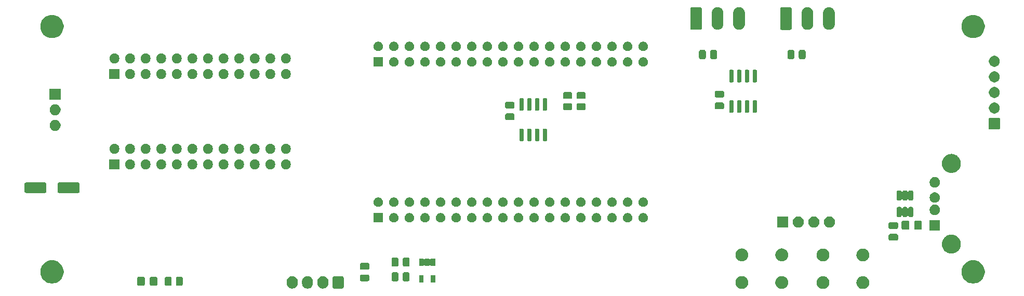
<source format=gbr>
%TF.GenerationSoftware,KiCad,Pcbnew,9.0.7*%
%TF.CreationDate,2026-02-20T17:46:54-05:00*%
%TF.ProjectId,PB_16,50425f31-362e-46b6-9963-61645f706362,v1*%
%TF.SameCoordinates,Original*%
%TF.FileFunction,Soldermask,Top*%
%TF.FilePolarity,Negative*%
%FSLAX46Y46*%
G04 Gerber Fmt 4.6, Leading zero omitted, Abs format (unit mm)*
G04 Created by KiCad (PCBNEW 9.0.7) date 2026-02-20 17:46:54*
%MOMM*%
%LPD*%
G01*
G04 APERTURE LIST*
G04 APERTURE END LIST*
G36*
X218442598Y-117538161D02*
G01*
X218454116Y-117538161D01*
X218499123Y-117547113D01*
X218596360Y-117562514D01*
X218627636Y-117572676D01*
X218656189Y-117578356D01*
X218696487Y-117595048D01*
X218753152Y-117613460D01*
X218806235Y-117640507D01*
X218846538Y-117657201D01*
X218870747Y-117673377D01*
X218900043Y-117688304D01*
X218979683Y-117746166D01*
X219017847Y-117771666D01*
X219025991Y-117779810D01*
X219033415Y-117785204D01*
X219149995Y-117901784D01*
X219155388Y-117909207D01*
X219163534Y-117917353D01*
X219189036Y-117955520D01*
X219246895Y-118035156D01*
X219261820Y-118064448D01*
X219277999Y-118088662D01*
X219294694Y-118128969D01*
X219321739Y-118182047D01*
X219340148Y-118238704D01*
X219356844Y-118279011D01*
X219362524Y-118307569D01*
X219372685Y-118338839D01*
X219388084Y-118436067D01*
X219397039Y-118481084D01*
X219397039Y-118492602D01*
X219398475Y-118501669D01*
X219398475Y-118666530D01*
X219397039Y-118675596D01*
X219397039Y-118687116D01*
X219388083Y-118732135D01*
X219372685Y-118829360D01*
X219362525Y-118860628D01*
X219356844Y-118889189D01*
X219340147Y-118929498D01*
X219321739Y-118986152D01*
X219294696Y-119039225D01*
X219277999Y-119079538D01*
X219261818Y-119103754D01*
X219246895Y-119133043D01*
X219189045Y-119212666D01*
X219163534Y-119250847D01*
X219155385Y-119258995D01*
X219149995Y-119266415D01*
X219033415Y-119382995D01*
X219025995Y-119388385D01*
X219017847Y-119396534D01*
X218979666Y-119422045D01*
X218900043Y-119479895D01*
X218870754Y-119494818D01*
X218846538Y-119510999D01*
X218806225Y-119527696D01*
X218753152Y-119554739D01*
X218696498Y-119573147D01*
X218656189Y-119589844D01*
X218627628Y-119595525D01*
X218596360Y-119605685D01*
X218499133Y-119621084D01*
X218454116Y-119630039D01*
X218442597Y-119630039D01*
X218433531Y-119631475D01*
X218268669Y-119631475D01*
X218259603Y-119630039D01*
X218248084Y-119630039D01*
X218203067Y-119621084D01*
X218105839Y-119605685D01*
X218074569Y-119595524D01*
X218046011Y-119589844D01*
X218005704Y-119573148D01*
X217949047Y-119554739D01*
X217895969Y-119527694D01*
X217855662Y-119510999D01*
X217831448Y-119494820D01*
X217802156Y-119479895D01*
X217722520Y-119422036D01*
X217684353Y-119396534D01*
X217676207Y-119388388D01*
X217668784Y-119382995D01*
X217552204Y-119266415D01*
X217546810Y-119258991D01*
X217538666Y-119250847D01*
X217513166Y-119212683D01*
X217455304Y-119133043D01*
X217440377Y-119103747D01*
X217424201Y-119079538D01*
X217407507Y-119039235D01*
X217380460Y-118986152D01*
X217362048Y-118929487D01*
X217345356Y-118889189D01*
X217339676Y-118860636D01*
X217329514Y-118829360D01*
X217314114Y-118732126D01*
X217305161Y-118687116D01*
X217305161Y-118675596D01*
X217303725Y-118666530D01*
X217303725Y-118501669D01*
X217305161Y-118492602D01*
X217305161Y-118481084D01*
X217314113Y-118436077D01*
X217329514Y-118338839D01*
X217339676Y-118307561D01*
X217345356Y-118279011D01*
X217362046Y-118238716D01*
X217380460Y-118182047D01*
X217407509Y-118128958D01*
X217424201Y-118088662D01*
X217440375Y-118064455D01*
X217455304Y-118035156D01*
X217513174Y-117955503D01*
X217538666Y-117917353D01*
X217546807Y-117909211D01*
X217552204Y-117901784D01*
X217668784Y-117785204D01*
X217676211Y-117779807D01*
X217684353Y-117771666D01*
X217722503Y-117746174D01*
X217802156Y-117688304D01*
X217831455Y-117673375D01*
X217855662Y-117657201D01*
X217895958Y-117640509D01*
X217949047Y-117613460D01*
X218005716Y-117595046D01*
X218046011Y-117578356D01*
X218074561Y-117572676D01*
X218105839Y-117562514D01*
X218203077Y-117547113D01*
X218248084Y-117538161D01*
X218259602Y-117538161D01*
X218268669Y-117536725D01*
X218433531Y-117536725D01*
X218442598Y-117538161D01*
G37*
G36*
X224942598Y-117538161D02*
G01*
X224954116Y-117538161D01*
X224999123Y-117547113D01*
X225096360Y-117562514D01*
X225127636Y-117572676D01*
X225156189Y-117578356D01*
X225196487Y-117595048D01*
X225253152Y-117613460D01*
X225306235Y-117640507D01*
X225346538Y-117657201D01*
X225370747Y-117673377D01*
X225400043Y-117688304D01*
X225479683Y-117746166D01*
X225517847Y-117771666D01*
X225525991Y-117779810D01*
X225533415Y-117785204D01*
X225649995Y-117901784D01*
X225655388Y-117909207D01*
X225663534Y-117917353D01*
X225689036Y-117955520D01*
X225746895Y-118035156D01*
X225761820Y-118064448D01*
X225777999Y-118088662D01*
X225794694Y-118128969D01*
X225821739Y-118182047D01*
X225840148Y-118238704D01*
X225856844Y-118279011D01*
X225862524Y-118307569D01*
X225872685Y-118338839D01*
X225888084Y-118436067D01*
X225897039Y-118481084D01*
X225897039Y-118492602D01*
X225898475Y-118501669D01*
X225898475Y-118666530D01*
X225897039Y-118675596D01*
X225897039Y-118687116D01*
X225888083Y-118732135D01*
X225872685Y-118829360D01*
X225862525Y-118860628D01*
X225856844Y-118889189D01*
X225840147Y-118929498D01*
X225821739Y-118986152D01*
X225794696Y-119039225D01*
X225777999Y-119079538D01*
X225761818Y-119103754D01*
X225746895Y-119133043D01*
X225689045Y-119212666D01*
X225663534Y-119250847D01*
X225655385Y-119258995D01*
X225649995Y-119266415D01*
X225533415Y-119382995D01*
X225525995Y-119388385D01*
X225517847Y-119396534D01*
X225479666Y-119422045D01*
X225400043Y-119479895D01*
X225370754Y-119494818D01*
X225346538Y-119510999D01*
X225306225Y-119527696D01*
X225253152Y-119554739D01*
X225196498Y-119573147D01*
X225156189Y-119589844D01*
X225127628Y-119595525D01*
X225096360Y-119605685D01*
X224999133Y-119621084D01*
X224954116Y-119630039D01*
X224942597Y-119630039D01*
X224933531Y-119631475D01*
X224768669Y-119631475D01*
X224759603Y-119630039D01*
X224748084Y-119630039D01*
X224703067Y-119621084D01*
X224605839Y-119605685D01*
X224574569Y-119595524D01*
X224546011Y-119589844D01*
X224505704Y-119573148D01*
X224449047Y-119554739D01*
X224395969Y-119527694D01*
X224355662Y-119510999D01*
X224331448Y-119494820D01*
X224302156Y-119479895D01*
X224222520Y-119422036D01*
X224184353Y-119396534D01*
X224176207Y-119388388D01*
X224168784Y-119382995D01*
X224052204Y-119266415D01*
X224046810Y-119258991D01*
X224038666Y-119250847D01*
X224013166Y-119212683D01*
X223955304Y-119133043D01*
X223940377Y-119103747D01*
X223924201Y-119079538D01*
X223907507Y-119039235D01*
X223880460Y-118986152D01*
X223862048Y-118929487D01*
X223845356Y-118889189D01*
X223839676Y-118860636D01*
X223829514Y-118829360D01*
X223814114Y-118732126D01*
X223805161Y-118687116D01*
X223805161Y-118675596D01*
X223803725Y-118666530D01*
X223803725Y-118501669D01*
X223805161Y-118492602D01*
X223805161Y-118481084D01*
X223814113Y-118436077D01*
X223829514Y-118338839D01*
X223839676Y-118307561D01*
X223845356Y-118279011D01*
X223862046Y-118238716D01*
X223880460Y-118182047D01*
X223907509Y-118128958D01*
X223924201Y-118088662D01*
X223940375Y-118064455D01*
X223955304Y-118035156D01*
X224013174Y-117955503D01*
X224038666Y-117917353D01*
X224046807Y-117909211D01*
X224052204Y-117901784D01*
X224168784Y-117785204D01*
X224176211Y-117779807D01*
X224184353Y-117771666D01*
X224222503Y-117746174D01*
X224302156Y-117688304D01*
X224331455Y-117673375D01*
X224355662Y-117657201D01*
X224395958Y-117640509D01*
X224449047Y-117613460D01*
X224505716Y-117595046D01*
X224546011Y-117578356D01*
X224574561Y-117572676D01*
X224605839Y-117562514D01*
X224703077Y-117547113D01*
X224748084Y-117538161D01*
X224759602Y-117538161D01*
X224768669Y-117536725D01*
X224933531Y-117536725D01*
X224942598Y-117538161D01*
G37*
G36*
X205221898Y-117525461D02*
G01*
X205233416Y-117525461D01*
X205278423Y-117534413D01*
X205375660Y-117549814D01*
X205406936Y-117559976D01*
X205435489Y-117565656D01*
X205475787Y-117582348D01*
X205532452Y-117600760D01*
X205585535Y-117627807D01*
X205625838Y-117644501D01*
X205650047Y-117660677D01*
X205679343Y-117675604D01*
X205758983Y-117733466D01*
X205797147Y-117758966D01*
X205805291Y-117767110D01*
X205812715Y-117772504D01*
X205929295Y-117889084D01*
X205934688Y-117896507D01*
X205942834Y-117904653D01*
X205968336Y-117942820D01*
X206026195Y-118022456D01*
X206041120Y-118051748D01*
X206057299Y-118075962D01*
X206073994Y-118116269D01*
X206101039Y-118169347D01*
X206119448Y-118226004D01*
X206136144Y-118266311D01*
X206141824Y-118294869D01*
X206151985Y-118326139D01*
X206167384Y-118423367D01*
X206176339Y-118468384D01*
X206176339Y-118479902D01*
X206177775Y-118488969D01*
X206177775Y-118653830D01*
X206176339Y-118662896D01*
X206176339Y-118674416D01*
X206167383Y-118719435D01*
X206151985Y-118816660D01*
X206141825Y-118847928D01*
X206136144Y-118876489D01*
X206119447Y-118916798D01*
X206101039Y-118973452D01*
X206073996Y-119026525D01*
X206057299Y-119066838D01*
X206041118Y-119091054D01*
X206026195Y-119120343D01*
X205968345Y-119199966D01*
X205942834Y-119238147D01*
X205934685Y-119246295D01*
X205929295Y-119253715D01*
X205812715Y-119370295D01*
X205805295Y-119375685D01*
X205797147Y-119383834D01*
X205758966Y-119409345D01*
X205679343Y-119467195D01*
X205650054Y-119482118D01*
X205625838Y-119498299D01*
X205585525Y-119514996D01*
X205532452Y-119542039D01*
X205475798Y-119560447D01*
X205435489Y-119577144D01*
X205406928Y-119582825D01*
X205375660Y-119592985D01*
X205278433Y-119608384D01*
X205233416Y-119617339D01*
X205221897Y-119617339D01*
X205212831Y-119618775D01*
X205047969Y-119618775D01*
X205038903Y-119617339D01*
X205027384Y-119617339D01*
X204982367Y-119608384D01*
X204885139Y-119592985D01*
X204853869Y-119582824D01*
X204825311Y-119577144D01*
X204785004Y-119560448D01*
X204728347Y-119542039D01*
X204675269Y-119514994D01*
X204634962Y-119498299D01*
X204610748Y-119482120D01*
X204581456Y-119467195D01*
X204501820Y-119409336D01*
X204463653Y-119383834D01*
X204455507Y-119375688D01*
X204448084Y-119370295D01*
X204331504Y-119253715D01*
X204326110Y-119246291D01*
X204317966Y-119238147D01*
X204292466Y-119199983D01*
X204234604Y-119120343D01*
X204219677Y-119091047D01*
X204203501Y-119066838D01*
X204186807Y-119026535D01*
X204159760Y-118973452D01*
X204141348Y-118916787D01*
X204124656Y-118876489D01*
X204118976Y-118847936D01*
X204108814Y-118816660D01*
X204093414Y-118719426D01*
X204084461Y-118674416D01*
X204084461Y-118662896D01*
X204083025Y-118653830D01*
X204083025Y-118488969D01*
X204084461Y-118479902D01*
X204084461Y-118468384D01*
X204093413Y-118423377D01*
X204108814Y-118326139D01*
X204118976Y-118294861D01*
X204124656Y-118266311D01*
X204141346Y-118226016D01*
X204159760Y-118169347D01*
X204186809Y-118116258D01*
X204203501Y-118075962D01*
X204219675Y-118051755D01*
X204234604Y-118022456D01*
X204292474Y-117942803D01*
X204317966Y-117904653D01*
X204326107Y-117896511D01*
X204331504Y-117889084D01*
X204448084Y-117772504D01*
X204455511Y-117767107D01*
X204463653Y-117758966D01*
X204501803Y-117733474D01*
X204581456Y-117675604D01*
X204610755Y-117660675D01*
X204634962Y-117644501D01*
X204675258Y-117627809D01*
X204728347Y-117600760D01*
X204785016Y-117582346D01*
X204825311Y-117565656D01*
X204853861Y-117559976D01*
X204885139Y-117549814D01*
X204982377Y-117534413D01*
X205027384Y-117525461D01*
X205038902Y-117525461D01*
X205047969Y-117524025D01*
X205212831Y-117524025D01*
X205221898Y-117525461D01*
G37*
G36*
X211721898Y-117525461D02*
G01*
X211733416Y-117525461D01*
X211778423Y-117534413D01*
X211875660Y-117549814D01*
X211906936Y-117559976D01*
X211935489Y-117565656D01*
X211975787Y-117582348D01*
X212032452Y-117600760D01*
X212085535Y-117627807D01*
X212125838Y-117644501D01*
X212150047Y-117660677D01*
X212179343Y-117675604D01*
X212258983Y-117733466D01*
X212297147Y-117758966D01*
X212305291Y-117767110D01*
X212312715Y-117772504D01*
X212429295Y-117889084D01*
X212434688Y-117896507D01*
X212442834Y-117904653D01*
X212468336Y-117942820D01*
X212526195Y-118022456D01*
X212541120Y-118051748D01*
X212557299Y-118075962D01*
X212573994Y-118116269D01*
X212601039Y-118169347D01*
X212619448Y-118226004D01*
X212636144Y-118266311D01*
X212641824Y-118294869D01*
X212651985Y-118326139D01*
X212667384Y-118423367D01*
X212676339Y-118468384D01*
X212676339Y-118479902D01*
X212677775Y-118488969D01*
X212677775Y-118653830D01*
X212676339Y-118662896D01*
X212676339Y-118674416D01*
X212667383Y-118719435D01*
X212651985Y-118816660D01*
X212641825Y-118847928D01*
X212636144Y-118876489D01*
X212619447Y-118916798D01*
X212601039Y-118973452D01*
X212573996Y-119026525D01*
X212557299Y-119066838D01*
X212541118Y-119091054D01*
X212526195Y-119120343D01*
X212468345Y-119199966D01*
X212442834Y-119238147D01*
X212434685Y-119246295D01*
X212429295Y-119253715D01*
X212312715Y-119370295D01*
X212305295Y-119375685D01*
X212297147Y-119383834D01*
X212258966Y-119409345D01*
X212179343Y-119467195D01*
X212150054Y-119482118D01*
X212125838Y-119498299D01*
X212085525Y-119514996D01*
X212032452Y-119542039D01*
X211975798Y-119560447D01*
X211935489Y-119577144D01*
X211906928Y-119582825D01*
X211875660Y-119592985D01*
X211778433Y-119608384D01*
X211733416Y-119617339D01*
X211721897Y-119617339D01*
X211712831Y-119618775D01*
X211547969Y-119618775D01*
X211538903Y-119617339D01*
X211527384Y-119617339D01*
X211482367Y-119608384D01*
X211385139Y-119592985D01*
X211353869Y-119582824D01*
X211325311Y-119577144D01*
X211285004Y-119560448D01*
X211228347Y-119542039D01*
X211175269Y-119514994D01*
X211134962Y-119498299D01*
X211110748Y-119482120D01*
X211081456Y-119467195D01*
X211001820Y-119409336D01*
X210963653Y-119383834D01*
X210955507Y-119375688D01*
X210948084Y-119370295D01*
X210831504Y-119253715D01*
X210826110Y-119246291D01*
X210817966Y-119238147D01*
X210792466Y-119199983D01*
X210734604Y-119120343D01*
X210719677Y-119091047D01*
X210703501Y-119066838D01*
X210686807Y-119026535D01*
X210659760Y-118973452D01*
X210641348Y-118916787D01*
X210624656Y-118876489D01*
X210618976Y-118847936D01*
X210608814Y-118816660D01*
X210593414Y-118719426D01*
X210584461Y-118674416D01*
X210584461Y-118662896D01*
X210583025Y-118653830D01*
X210583025Y-118488969D01*
X210584461Y-118479902D01*
X210584461Y-118468384D01*
X210593413Y-118423377D01*
X210608814Y-118326139D01*
X210618976Y-118294861D01*
X210624656Y-118266311D01*
X210641346Y-118226016D01*
X210659760Y-118169347D01*
X210686809Y-118116258D01*
X210703501Y-118075962D01*
X210719675Y-118051755D01*
X210734604Y-118022456D01*
X210792474Y-117942803D01*
X210817966Y-117904653D01*
X210826107Y-117896511D01*
X210831504Y-117889084D01*
X210948084Y-117772504D01*
X210955511Y-117767107D01*
X210963653Y-117758966D01*
X211001803Y-117733474D01*
X211081456Y-117675604D01*
X211110755Y-117660675D01*
X211134962Y-117644501D01*
X211175258Y-117627809D01*
X211228347Y-117600760D01*
X211285016Y-117582346D01*
X211325311Y-117565656D01*
X211353861Y-117559976D01*
X211385139Y-117549814D01*
X211482377Y-117534413D01*
X211527384Y-117525461D01*
X211538902Y-117525461D01*
X211547969Y-117524025D01*
X211712831Y-117524025D01*
X211721898Y-117525461D01*
G37*
G36*
X140013314Y-117539035D02*
G01*
X140029126Y-117546016D01*
X140036931Y-117547253D01*
X140069439Y-117563816D01*
X140114506Y-117583716D01*
X140192724Y-117661934D01*
X140212626Y-117707007D01*
X140229186Y-117739508D01*
X140230421Y-117747310D01*
X140237405Y-117763126D01*
X140245400Y-117832040D01*
X140245400Y-119282040D01*
X140237405Y-119350954D01*
X140230421Y-119366769D01*
X140229186Y-119374571D01*
X140212629Y-119407064D01*
X140192724Y-119452146D01*
X140114506Y-119530364D01*
X140069424Y-119550269D01*
X140036931Y-119566826D01*
X140029129Y-119568061D01*
X140013314Y-119575045D01*
X139944400Y-119583040D01*
X138744400Y-119583040D01*
X138675486Y-119575045D01*
X138659670Y-119568061D01*
X138651868Y-119566826D01*
X138619367Y-119550266D01*
X138574294Y-119530364D01*
X138496076Y-119452146D01*
X138476176Y-119407079D01*
X138459613Y-119374571D01*
X138458376Y-119366766D01*
X138451395Y-119350954D01*
X138443400Y-119282040D01*
X138443400Y-117832040D01*
X138451395Y-117763126D01*
X138458376Y-117747314D01*
X138459613Y-117739508D01*
X138476180Y-117706993D01*
X138496076Y-117661934D01*
X138574294Y-117583716D01*
X138619353Y-117563820D01*
X138651868Y-117547253D01*
X138659674Y-117546016D01*
X138675486Y-117539035D01*
X138744400Y-117531040D01*
X139944400Y-117531040D01*
X140013314Y-117539035D01*
G37*
G36*
X132105946Y-117569837D02*
G01*
X132269128Y-117637429D01*
X132415988Y-117735558D01*
X132540882Y-117860452D01*
X132639011Y-118007312D01*
X132706603Y-118170494D01*
X132741061Y-118343727D01*
X132745400Y-118432040D01*
X132745400Y-118682040D01*
X132741061Y-118770353D01*
X132706603Y-118943586D01*
X132639011Y-119106768D01*
X132540882Y-119253628D01*
X132415988Y-119378522D01*
X132269128Y-119476651D01*
X132105946Y-119544243D01*
X131932713Y-119578701D01*
X131756087Y-119578701D01*
X131582854Y-119544243D01*
X131419672Y-119476651D01*
X131272812Y-119378522D01*
X131147918Y-119253628D01*
X131049789Y-119106768D01*
X130982197Y-118943586D01*
X130947739Y-118770353D01*
X130943400Y-118682040D01*
X130943400Y-118432040D01*
X130947739Y-118343727D01*
X130982197Y-118170494D01*
X131049789Y-118007312D01*
X131147918Y-117860452D01*
X131272812Y-117735558D01*
X131419672Y-117637429D01*
X131582854Y-117569837D01*
X131756087Y-117535379D01*
X131932713Y-117535379D01*
X132105946Y-117569837D01*
G37*
G36*
X134605946Y-117569837D02*
G01*
X134769128Y-117637429D01*
X134915988Y-117735558D01*
X135040882Y-117860452D01*
X135139011Y-118007312D01*
X135206603Y-118170494D01*
X135241061Y-118343727D01*
X135245400Y-118432040D01*
X135245400Y-118682040D01*
X135241061Y-118770353D01*
X135206603Y-118943586D01*
X135139011Y-119106768D01*
X135040882Y-119253628D01*
X134915988Y-119378522D01*
X134769128Y-119476651D01*
X134605946Y-119544243D01*
X134432713Y-119578701D01*
X134256087Y-119578701D01*
X134082854Y-119544243D01*
X133919672Y-119476651D01*
X133772812Y-119378522D01*
X133647918Y-119253628D01*
X133549789Y-119106768D01*
X133482197Y-118943586D01*
X133447739Y-118770353D01*
X133443400Y-118682040D01*
X133443400Y-118432040D01*
X133447739Y-118343727D01*
X133482197Y-118170494D01*
X133549789Y-118007312D01*
X133647918Y-117860452D01*
X133772812Y-117735558D01*
X133919672Y-117637429D01*
X134082854Y-117569837D01*
X134256087Y-117535379D01*
X134432713Y-117535379D01*
X134605946Y-117569837D01*
G37*
G36*
X137105946Y-117569837D02*
G01*
X137269128Y-117637429D01*
X137415988Y-117735558D01*
X137540882Y-117860452D01*
X137639011Y-118007312D01*
X137706603Y-118170494D01*
X137741061Y-118343727D01*
X137745400Y-118432040D01*
X137745400Y-118682040D01*
X137741061Y-118770353D01*
X137706603Y-118943586D01*
X137639011Y-119106768D01*
X137540882Y-119253628D01*
X137415988Y-119378522D01*
X137269128Y-119476651D01*
X137105946Y-119544243D01*
X136932713Y-119578701D01*
X136756087Y-119578701D01*
X136582854Y-119544243D01*
X136419672Y-119476651D01*
X136272812Y-119378522D01*
X136147918Y-119253628D01*
X136049789Y-119106768D01*
X135982197Y-118943586D01*
X135947739Y-118770353D01*
X135943400Y-118682040D01*
X135943400Y-118432040D01*
X135947739Y-118343727D01*
X135982197Y-118170494D01*
X136049789Y-118007312D01*
X136147918Y-117860452D01*
X136272812Y-117735558D01*
X136419672Y-117637429D01*
X136582854Y-117569837D01*
X136756087Y-117535379D01*
X136932713Y-117535379D01*
X137105946Y-117569837D01*
G37*
G36*
X107598314Y-117620995D02*
G01*
X107614126Y-117627976D01*
X107621931Y-117629213D01*
X107654439Y-117645776D01*
X107699506Y-117665676D01*
X107777724Y-117743894D01*
X107797626Y-117788967D01*
X107814186Y-117821468D01*
X107815421Y-117829270D01*
X107822405Y-117845086D01*
X107830400Y-117914000D01*
X107830400Y-118814000D01*
X107822405Y-118882914D01*
X107815421Y-118898729D01*
X107814186Y-118906531D01*
X107797629Y-118939024D01*
X107777724Y-118984106D01*
X107699506Y-119062324D01*
X107654424Y-119082229D01*
X107621931Y-119098786D01*
X107614129Y-119100021D01*
X107598314Y-119107005D01*
X107529400Y-119115000D01*
X106879400Y-119115000D01*
X106810486Y-119107005D01*
X106794670Y-119100021D01*
X106786868Y-119098786D01*
X106754367Y-119082226D01*
X106709294Y-119062324D01*
X106631076Y-118984106D01*
X106611176Y-118939039D01*
X106594613Y-118906531D01*
X106593376Y-118898726D01*
X106586395Y-118882914D01*
X106578400Y-118814000D01*
X106578400Y-117914000D01*
X106586395Y-117845086D01*
X106593376Y-117829274D01*
X106594613Y-117821468D01*
X106611180Y-117788953D01*
X106631076Y-117743894D01*
X106709294Y-117665676D01*
X106754353Y-117645780D01*
X106786868Y-117629213D01*
X106794674Y-117627976D01*
X106810486Y-117620995D01*
X106879400Y-117613000D01*
X107529400Y-117613000D01*
X107598314Y-117620995D01*
G37*
G36*
X109648314Y-117620995D02*
G01*
X109664126Y-117627976D01*
X109671931Y-117629213D01*
X109704439Y-117645776D01*
X109749506Y-117665676D01*
X109827724Y-117743894D01*
X109847626Y-117788967D01*
X109864186Y-117821468D01*
X109865421Y-117829270D01*
X109872405Y-117845086D01*
X109880400Y-117914000D01*
X109880400Y-118814000D01*
X109872405Y-118882914D01*
X109865421Y-118898729D01*
X109864186Y-118906531D01*
X109847629Y-118939024D01*
X109827724Y-118984106D01*
X109749506Y-119062324D01*
X109704424Y-119082229D01*
X109671931Y-119098786D01*
X109664129Y-119100021D01*
X109648314Y-119107005D01*
X109579400Y-119115000D01*
X108929400Y-119115000D01*
X108860486Y-119107005D01*
X108844670Y-119100021D01*
X108836868Y-119098786D01*
X108804367Y-119082226D01*
X108759294Y-119062324D01*
X108681076Y-118984106D01*
X108661176Y-118939039D01*
X108644613Y-118906531D01*
X108643376Y-118898726D01*
X108636395Y-118882914D01*
X108628400Y-118814000D01*
X108628400Y-117914000D01*
X108636395Y-117845086D01*
X108643376Y-117829274D01*
X108644613Y-117821468D01*
X108661180Y-117788953D01*
X108681076Y-117743894D01*
X108759294Y-117665676D01*
X108804353Y-117645780D01*
X108836868Y-117629213D01*
X108844674Y-117627976D01*
X108860486Y-117620995D01*
X108929400Y-117613000D01*
X109579400Y-117613000D01*
X109648314Y-117620995D01*
G37*
G36*
X111966314Y-117620995D02*
G01*
X111982126Y-117627976D01*
X111989931Y-117629213D01*
X112022439Y-117645776D01*
X112067506Y-117665676D01*
X112145724Y-117743894D01*
X112165626Y-117788967D01*
X112182186Y-117821468D01*
X112183421Y-117829270D01*
X112190405Y-117845086D01*
X112198400Y-117914000D01*
X112198400Y-118814000D01*
X112190405Y-118882914D01*
X112183421Y-118898729D01*
X112182186Y-118906531D01*
X112165629Y-118939024D01*
X112145724Y-118984106D01*
X112067506Y-119062324D01*
X112022424Y-119082229D01*
X111989931Y-119098786D01*
X111982129Y-119100021D01*
X111966314Y-119107005D01*
X111897400Y-119115000D01*
X111372400Y-119115000D01*
X111303486Y-119107005D01*
X111287670Y-119100021D01*
X111279868Y-119098786D01*
X111247367Y-119082226D01*
X111202294Y-119062324D01*
X111124076Y-118984106D01*
X111104176Y-118939039D01*
X111087613Y-118906531D01*
X111086376Y-118898726D01*
X111079395Y-118882914D01*
X111071400Y-118814000D01*
X111071400Y-117914000D01*
X111079395Y-117845086D01*
X111086376Y-117829274D01*
X111087613Y-117821468D01*
X111104180Y-117788953D01*
X111124076Y-117743894D01*
X111202294Y-117665676D01*
X111247353Y-117645780D01*
X111279868Y-117629213D01*
X111287674Y-117627976D01*
X111303486Y-117620995D01*
X111372400Y-117613000D01*
X111897400Y-117613000D01*
X111966314Y-117620995D01*
G37*
G36*
X113791314Y-117620995D02*
G01*
X113807126Y-117627976D01*
X113814931Y-117629213D01*
X113847439Y-117645776D01*
X113892506Y-117665676D01*
X113970724Y-117743894D01*
X113990626Y-117788967D01*
X114007186Y-117821468D01*
X114008421Y-117829270D01*
X114015405Y-117845086D01*
X114023400Y-117914000D01*
X114023400Y-118814000D01*
X114015405Y-118882914D01*
X114008421Y-118898729D01*
X114007186Y-118906531D01*
X113990629Y-118939024D01*
X113970724Y-118984106D01*
X113892506Y-119062324D01*
X113847424Y-119082229D01*
X113814931Y-119098786D01*
X113807129Y-119100021D01*
X113791314Y-119107005D01*
X113722400Y-119115000D01*
X113197400Y-119115000D01*
X113128486Y-119107005D01*
X113112670Y-119100021D01*
X113104868Y-119098786D01*
X113072367Y-119082226D01*
X113027294Y-119062324D01*
X112949076Y-118984106D01*
X112929176Y-118939039D01*
X112912613Y-118906531D01*
X112911376Y-118898726D01*
X112904395Y-118882914D01*
X112896400Y-118814000D01*
X112896400Y-117914000D01*
X112904395Y-117845086D01*
X112911376Y-117829274D01*
X112912613Y-117821468D01*
X112929180Y-117788953D01*
X112949076Y-117743894D01*
X113027294Y-117665676D01*
X113072353Y-117645780D01*
X113104868Y-117629213D01*
X113112674Y-117627976D01*
X113128486Y-117620995D01*
X113197400Y-117613000D01*
X113722400Y-117613000D01*
X113791314Y-117620995D01*
G37*
G36*
X93080867Y-114975527D02*
G01*
X93321056Y-115039886D01*
X93550791Y-115135045D01*
X93766139Y-115259376D01*
X93963416Y-115410753D01*
X94139247Y-115586584D01*
X94290624Y-115783861D01*
X94414955Y-115999209D01*
X94510114Y-116228944D01*
X94574473Y-116469133D01*
X94606930Y-116715669D01*
X94606930Y-116964331D01*
X94574473Y-117210867D01*
X94510114Y-117451056D01*
X94414955Y-117680791D01*
X94290624Y-117896139D01*
X94139247Y-118093416D01*
X93963416Y-118269247D01*
X93766139Y-118420624D01*
X93550791Y-118544955D01*
X93321056Y-118640114D01*
X93080867Y-118704473D01*
X92834331Y-118736930D01*
X92585669Y-118736930D01*
X92339133Y-118704473D01*
X92098944Y-118640114D01*
X91869209Y-118544955D01*
X91653861Y-118420624D01*
X91456584Y-118269247D01*
X91280753Y-118093416D01*
X91129376Y-117896139D01*
X91005045Y-117680791D01*
X90909886Y-117451056D01*
X90845527Y-117210867D01*
X90813070Y-116964331D01*
X90813070Y-116715669D01*
X90845527Y-116469133D01*
X90909886Y-116228944D01*
X91005045Y-115999209D01*
X91129376Y-115783861D01*
X91280753Y-115586584D01*
X91456584Y-115410753D01*
X91653861Y-115259376D01*
X91869209Y-115135045D01*
X92098944Y-115039886D01*
X92339133Y-114975527D01*
X92585669Y-114943070D01*
X92834331Y-114943070D01*
X93080867Y-114975527D01*
G37*
G36*
X243194867Y-114975527D02*
G01*
X243435056Y-115039886D01*
X243664791Y-115135045D01*
X243880139Y-115259376D01*
X244077416Y-115410753D01*
X244253247Y-115586584D01*
X244404624Y-115783861D01*
X244528955Y-115999209D01*
X244624114Y-116228944D01*
X244688473Y-116469133D01*
X244720930Y-116715669D01*
X244720930Y-116964331D01*
X244688473Y-117210867D01*
X244624114Y-117451056D01*
X244528955Y-117680791D01*
X244404624Y-117896139D01*
X244253247Y-118093416D01*
X244077416Y-118269247D01*
X243880139Y-118420624D01*
X243664791Y-118544955D01*
X243435056Y-118640114D01*
X243194867Y-118704473D01*
X242948331Y-118736930D01*
X242699669Y-118736930D01*
X242453133Y-118704473D01*
X242212944Y-118640114D01*
X241983209Y-118544955D01*
X241767861Y-118420624D01*
X241570584Y-118269247D01*
X241394753Y-118093416D01*
X241243376Y-117896139D01*
X241119045Y-117680791D01*
X241023886Y-117451056D01*
X240959527Y-117210867D01*
X240927070Y-116964331D01*
X240927070Y-116715669D01*
X240959527Y-116469133D01*
X241023886Y-116228944D01*
X241119045Y-115999209D01*
X241243376Y-115783861D01*
X241394753Y-115586584D01*
X241570584Y-115410753D01*
X241767861Y-115259376D01*
X241983209Y-115135045D01*
X242212944Y-115039886D01*
X242453133Y-114975527D01*
X242699669Y-114943070D01*
X242948331Y-114943070D01*
X243194867Y-114975527D01*
G37*
G36*
X153219988Y-117388328D02*
G01*
X153242697Y-117403503D01*
X153257872Y-117426212D01*
X153263200Y-117453000D01*
X153263200Y-118503000D01*
X153257872Y-118529788D01*
X153242697Y-118552497D01*
X153219988Y-118567672D01*
X153193200Y-118573000D01*
X152593200Y-118573000D01*
X152566412Y-118567672D01*
X152543703Y-118552497D01*
X152528528Y-118529788D01*
X152523200Y-118503000D01*
X152523200Y-117453000D01*
X152528528Y-117426212D01*
X152543703Y-117403503D01*
X152566412Y-117388328D01*
X152593200Y-117383000D01*
X153193200Y-117383000D01*
X153219988Y-117388328D01*
G37*
G36*
X155119988Y-117388328D02*
G01*
X155142697Y-117403503D01*
X155157872Y-117426212D01*
X155163200Y-117453000D01*
X155163200Y-118503000D01*
X155157872Y-118529788D01*
X155142697Y-118552497D01*
X155119988Y-118567672D01*
X155093200Y-118573000D01*
X154493200Y-118573000D01*
X154466412Y-118567672D01*
X154443703Y-118552497D01*
X154428528Y-118529788D01*
X154423200Y-118503000D01*
X154423200Y-117453000D01*
X154428528Y-117426212D01*
X154443703Y-117403503D01*
X154466412Y-117388328D01*
X154493200Y-117383000D01*
X155093200Y-117383000D01*
X155119988Y-117388328D01*
G37*
G36*
X148934914Y-116890995D02*
G01*
X148950726Y-116897976D01*
X148958531Y-116899213D01*
X148991039Y-116915776D01*
X149036106Y-116935676D01*
X149114324Y-117013894D01*
X149134226Y-117058967D01*
X149150786Y-117091468D01*
X149152021Y-117099270D01*
X149159005Y-117115086D01*
X149167000Y-117184000D01*
X149167000Y-118084000D01*
X149159005Y-118152914D01*
X149152021Y-118168729D01*
X149150786Y-118176531D01*
X149134229Y-118209024D01*
X149114324Y-118254106D01*
X149036106Y-118332324D01*
X148991024Y-118352229D01*
X148958531Y-118368786D01*
X148950729Y-118370021D01*
X148934914Y-118377005D01*
X148866000Y-118385000D01*
X148341000Y-118385000D01*
X148272086Y-118377005D01*
X148256270Y-118370021D01*
X148248468Y-118368786D01*
X148215967Y-118352226D01*
X148170894Y-118332324D01*
X148092676Y-118254106D01*
X148072776Y-118209039D01*
X148056213Y-118176531D01*
X148054976Y-118168726D01*
X148047995Y-118152914D01*
X148040000Y-118084000D01*
X148040000Y-117184000D01*
X148047995Y-117115086D01*
X148054976Y-117099274D01*
X148056213Y-117091468D01*
X148072780Y-117058953D01*
X148092676Y-117013894D01*
X148170894Y-116935676D01*
X148215953Y-116915780D01*
X148248468Y-116899213D01*
X148256274Y-116897976D01*
X148272086Y-116890995D01*
X148341000Y-116883000D01*
X148866000Y-116883000D01*
X148934914Y-116890995D01*
G37*
G36*
X150759914Y-116890995D02*
G01*
X150775726Y-116897976D01*
X150783531Y-116899213D01*
X150816039Y-116915776D01*
X150861106Y-116935676D01*
X150939324Y-117013894D01*
X150959226Y-117058967D01*
X150975786Y-117091468D01*
X150977021Y-117099270D01*
X150984005Y-117115086D01*
X150992000Y-117184000D01*
X150992000Y-118084000D01*
X150984005Y-118152914D01*
X150977021Y-118168729D01*
X150975786Y-118176531D01*
X150959229Y-118209024D01*
X150939324Y-118254106D01*
X150861106Y-118332324D01*
X150816024Y-118352229D01*
X150783531Y-118368786D01*
X150775729Y-118370021D01*
X150759914Y-118377005D01*
X150691000Y-118385000D01*
X150166000Y-118385000D01*
X150097086Y-118377005D01*
X150081270Y-118370021D01*
X150073468Y-118368786D01*
X150040967Y-118352226D01*
X149995894Y-118332324D01*
X149917676Y-118254106D01*
X149897776Y-118209039D01*
X149881213Y-118176531D01*
X149879976Y-118168726D01*
X149872995Y-118152914D01*
X149865000Y-118084000D01*
X149865000Y-117184000D01*
X149872995Y-117115086D01*
X149879976Y-117099274D01*
X149881213Y-117091468D01*
X149897780Y-117058953D01*
X149917676Y-117013894D01*
X149995894Y-116935676D01*
X150040953Y-116915780D01*
X150073468Y-116899213D01*
X150081274Y-116897976D01*
X150097086Y-116890995D01*
X150166000Y-116883000D01*
X150691000Y-116883000D01*
X150759914Y-116890995D01*
G37*
G36*
X144206314Y-117281395D02*
G01*
X144222126Y-117288376D01*
X144229931Y-117289613D01*
X144262439Y-117306176D01*
X144307506Y-117326076D01*
X144385724Y-117404294D01*
X144405626Y-117449367D01*
X144422186Y-117481868D01*
X144423421Y-117489670D01*
X144430405Y-117505486D01*
X144438400Y-117574400D01*
X144438400Y-118074400D01*
X144430405Y-118143314D01*
X144423421Y-118159129D01*
X144422186Y-118166931D01*
X144405629Y-118199424D01*
X144385724Y-118244506D01*
X144307506Y-118322724D01*
X144262424Y-118342629D01*
X144229931Y-118359186D01*
X144222129Y-118360421D01*
X144206314Y-118367405D01*
X144137400Y-118375400D01*
X143187400Y-118375400D01*
X143118486Y-118367405D01*
X143102670Y-118360421D01*
X143094868Y-118359186D01*
X143062367Y-118342626D01*
X143017294Y-118322724D01*
X142939076Y-118244506D01*
X142919176Y-118199439D01*
X142902613Y-118166931D01*
X142901376Y-118159126D01*
X142894395Y-118143314D01*
X142886400Y-118074400D01*
X142886400Y-117574400D01*
X142894395Y-117505486D01*
X142901376Y-117489674D01*
X142902613Y-117481868D01*
X142919180Y-117449353D01*
X142939076Y-117404294D01*
X143017294Y-117326076D01*
X143062353Y-117306180D01*
X143094868Y-117289613D01*
X143102674Y-117288376D01*
X143118486Y-117281395D01*
X143187400Y-117273400D01*
X144137400Y-117273400D01*
X144206314Y-117281395D01*
G37*
G36*
X144206314Y-115381395D02*
G01*
X144222126Y-115388376D01*
X144229931Y-115389613D01*
X144262439Y-115406176D01*
X144307506Y-115426076D01*
X144385724Y-115504294D01*
X144405626Y-115549367D01*
X144422186Y-115581868D01*
X144423421Y-115589670D01*
X144430405Y-115605486D01*
X144438400Y-115674400D01*
X144438400Y-116174400D01*
X144430405Y-116243314D01*
X144423421Y-116259129D01*
X144422186Y-116266931D01*
X144405629Y-116299424D01*
X144385724Y-116344506D01*
X144307506Y-116422724D01*
X144262424Y-116442629D01*
X144229931Y-116459186D01*
X144222129Y-116460421D01*
X144206314Y-116467405D01*
X144137400Y-116475400D01*
X143187400Y-116475400D01*
X143118486Y-116467405D01*
X143102670Y-116460421D01*
X143094868Y-116459186D01*
X143062367Y-116442626D01*
X143017294Y-116422724D01*
X142939076Y-116344506D01*
X142919176Y-116299439D01*
X142902613Y-116266931D01*
X142901376Y-116259126D01*
X142894395Y-116243314D01*
X142886400Y-116174400D01*
X142886400Y-115674400D01*
X142894395Y-115605486D01*
X142901376Y-115589674D01*
X142902613Y-115581868D01*
X142919180Y-115549353D01*
X142939076Y-115504294D01*
X143017294Y-115426076D01*
X143062353Y-115406180D01*
X143094868Y-115389613D01*
X143102674Y-115388376D01*
X143118486Y-115381395D01*
X143187400Y-115373400D01*
X144137400Y-115373400D01*
X144206314Y-115381395D01*
G37*
G36*
X148934914Y-114490995D02*
G01*
X148950726Y-114497976D01*
X148958531Y-114499213D01*
X148991039Y-114515776D01*
X149036106Y-114535676D01*
X149114324Y-114613894D01*
X149134226Y-114658967D01*
X149150786Y-114691468D01*
X149152021Y-114699270D01*
X149159005Y-114715086D01*
X149167000Y-114784000D01*
X149167000Y-115684000D01*
X149159005Y-115752914D01*
X149152021Y-115768729D01*
X149150786Y-115776531D01*
X149134229Y-115809024D01*
X149114324Y-115854106D01*
X149036106Y-115932324D01*
X148991024Y-115952229D01*
X148958531Y-115968786D01*
X148950729Y-115970021D01*
X148934914Y-115977005D01*
X148866000Y-115985000D01*
X148341000Y-115985000D01*
X148272086Y-115977005D01*
X148256270Y-115970021D01*
X148248468Y-115968786D01*
X148215967Y-115952226D01*
X148170894Y-115932324D01*
X148092676Y-115854106D01*
X148072776Y-115809039D01*
X148056213Y-115776531D01*
X148054976Y-115768726D01*
X148047995Y-115752914D01*
X148040000Y-115684000D01*
X148040000Y-114784000D01*
X148047995Y-114715086D01*
X148054976Y-114699274D01*
X148056213Y-114691468D01*
X148072780Y-114658953D01*
X148092676Y-114613894D01*
X148170894Y-114535676D01*
X148215953Y-114515780D01*
X148248468Y-114499213D01*
X148256274Y-114497976D01*
X148272086Y-114490995D01*
X148341000Y-114483000D01*
X148866000Y-114483000D01*
X148934914Y-114490995D01*
G37*
G36*
X150759914Y-114490995D02*
G01*
X150775726Y-114497976D01*
X150783531Y-114499213D01*
X150816039Y-114515776D01*
X150861106Y-114535676D01*
X150939324Y-114613894D01*
X150959226Y-114658967D01*
X150975786Y-114691468D01*
X150977021Y-114699270D01*
X150984005Y-114715086D01*
X150992000Y-114784000D01*
X150992000Y-115684000D01*
X150984005Y-115752914D01*
X150977021Y-115768729D01*
X150975786Y-115776531D01*
X150959229Y-115809024D01*
X150939324Y-115854106D01*
X150861106Y-115932324D01*
X150816024Y-115952229D01*
X150783531Y-115968786D01*
X150775729Y-115970021D01*
X150759914Y-115977005D01*
X150691000Y-115985000D01*
X150166000Y-115985000D01*
X150097086Y-115977005D01*
X150081270Y-115970021D01*
X150073468Y-115968786D01*
X150040967Y-115952226D01*
X149995894Y-115932324D01*
X149917676Y-115854106D01*
X149897776Y-115809039D01*
X149881213Y-115776531D01*
X149879976Y-115768726D01*
X149872995Y-115752914D01*
X149865000Y-115684000D01*
X149865000Y-114784000D01*
X149872995Y-114715086D01*
X149879976Y-114699274D01*
X149881213Y-114691468D01*
X149897780Y-114658953D01*
X149917676Y-114613894D01*
X149995894Y-114535676D01*
X150040953Y-114515780D01*
X150073468Y-114499213D01*
X150081274Y-114497976D01*
X150097086Y-114490995D01*
X150166000Y-114483000D01*
X150691000Y-114483000D01*
X150759914Y-114490995D01*
G37*
G36*
X153219988Y-114688328D02*
G01*
X153242697Y-114703503D01*
X153257872Y-114726212D01*
X153259096Y-114732367D01*
X153301388Y-114795659D01*
X153435012Y-114795659D01*
X153477304Y-114732365D01*
X153478528Y-114726212D01*
X153493703Y-114703503D01*
X153516412Y-114688328D01*
X153543200Y-114683000D01*
X154143200Y-114683000D01*
X154169988Y-114688328D01*
X154192697Y-114703503D01*
X154207872Y-114726212D01*
X154209096Y-114732367D01*
X154251388Y-114795659D01*
X154385012Y-114795659D01*
X154427304Y-114732365D01*
X154428528Y-114726212D01*
X154443703Y-114703503D01*
X154466412Y-114688328D01*
X154493200Y-114683000D01*
X155093200Y-114683000D01*
X155119988Y-114688328D01*
X155142697Y-114703503D01*
X155157872Y-114726212D01*
X155163200Y-114753000D01*
X155163200Y-115803000D01*
X155157872Y-115829788D01*
X155142697Y-115852497D01*
X155119988Y-115867672D01*
X155093200Y-115873000D01*
X154493200Y-115873000D01*
X154466412Y-115867672D01*
X154443703Y-115852497D01*
X154428528Y-115829788D01*
X154427303Y-115823631D01*
X154385013Y-115760340D01*
X154251387Y-115760340D01*
X154209096Y-115823630D01*
X154207872Y-115829788D01*
X154192697Y-115852497D01*
X154169988Y-115867672D01*
X154143200Y-115873000D01*
X153543200Y-115873000D01*
X153516412Y-115867672D01*
X153493703Y-115852497D01*
X153478528Y-115829788D01*
X153477303Y-115823631D01*
X153435013Y-115760340D01*
X153301387Y-115760340D01*
X153259096Y-115823630D01*
X153257872Y-115829788D01*
X153242697Y-115852497D01*
X153219988Y-115867672D01*
X153193200Y-115873000D01*
X152593200Y-115873000D01*
X152566412Y-115867672D01*
X152543703Y-115852497D01*
X152528528Y-115829788D01*
X152523200Y-115803000D01*
X152523200Y-114753000D01*
X152528528Y-114726212D01*
X152543703Y-114703503D01*
X152566412Y-114688328D01*
X152593200Y-114683000D01*
X153193200Y-114683000D01*
X153219988Y-114688328D01*
G37*
G36*
X218442598Y-113038161D02*
G01*
X218454116Y-113038161D01*
X218499123Y-113047113D01*
X218596360Y-113062514D01*
X218627636Y-113072676D01*
X218656189Y-113078356D01*
X218696487Y-113095048D01*
X218753152Y-113113460D01*
X218806235Y-113140507D01*
X218846538Y-113157201D01*
X218870747Y-113173377D01*
X218900043Y-113188304D01*
X218979683Y-113246166D01*
X219017847Y-113271666D01*
X219025991Y-113279810D01*
X219033415Y-113285204D01*
X219149995Y-113401784D01*
X219155388Y-113409207D01*
X219163534Y-113417353D01*
X219189036Y-113455520D01*
X219246895Y-113535156D01*
X219261820Y-113564448D01*
X219277999Y-113588662D01*
X219294694Y-113628969D01*
X219321739Y-113682047D01*
X219340148Y-113738704D01*
X219356844Y-113779011D01*
X219362524Y-113807569D01*
X219372685Y-113838839D01*
X219388084Y-113936067D01*
X219397039Y-113981084D01*
X219397039Y-113992602D01*
X219398475Y-114001669D01*
X219398475Y-114166530D01*
X219397039Y-114175596D01*
X219397039Y-114187116D01*
X219388083Y-114232135D01*
X219372685Y-114329360D01*
X219362525Y-114360628D01*
X219356844Y-114389189D01*
X219340147Y-114429498D01*
X219321739Y-114486152D01*
X219294696Y-114539225D01*
X219277999Y-114579538D01*
X219261818Y-114603754D01*
X219246895Y-114633043D01*
X219189045Y-114712666D01*
X219163534Y-114750847D01*
X219155385Y-114758995D01*
X219149995Y-114766415D01*
X219033415Y-114882995D01*
X219025995Y-114888385D01*
X219017847Y-114896534D01*
X218979666Y-114922045D01*
X218900043Y-114979895D01*
X218870754Y-114994818D01*
X218846538Y-115010999D01*
X218806225Y-115027696D01*
X218753152Y-115054739D01*
X218696498Y-115073147D01*
X218656189Y-115089844D01*
X218627628Y-115095525D01*
X218596360Y-115105685D01*
X218499133Y-115121084D01*
X218454116Y-115130039D01*
X218442597Y-115130039D01*
X218433531Y-115131475D01*
X218268669Y-115131475D01*
X218259603Y-115130039D01*
X218248084Y-115130039D01*
X218203067Y-115121084D01*
X218105839Y-115105685D01*
X218074569Y-115095524D01*
X218046011Y-115089844D01*
X218005704Y-115073148D01*
X217949047Y-115054739D01*
X217895969Y-115027694D01*
X217855662Y-115010999D01*
X217831448Y-114994820D01*
X217802156Y-114979895D01*
X217722520Y-114922036D01*
X217684353Y-114896534D01*
X217676207Y-114888388D01*
X217668784Y-114882995D01*
X217552204Y-114766415D01*
X217546810Y-114758991D01*
X217538666Y-114750847D01*
X217513166Y-114712683D01*
X217455304Y-114633043D01*
X217440377Y-114603747D01*
X217424201Y-114579538D01*
X217407507Y-114539235D01*
X217380460Y-114486152D01*
X217362048Y-114429487D01*
X217345356Y-114389189D01*
X217339676Y-114360636D01*
X217329514Y-114329360D01*
X217314114Y-114232126D01*
X217305161Y-114187116D01*
X217305161Y-114175596D01*
X217303725Y-114166530D01*
X217303725Y-114001669D01*
X217305161Y-113992602D01*
X217305161Y-113981084D01*
X217314113Y-113936077D01*
X217329514Y-113838839D01*
X217339676Y-113807561D01*
X217345356Y-113779011D01*
X217362046Y-113738716D01*
X217380460Y-113682047D01*
X217407509Y-113628958D01*
X217424201Y-113588662D01*
X217440375Y-113564455D01*
X217455304Y-113535156D01*
X217513174Y-113455503D01*
X217538666Y-113417353D01*
X217546807Y-113409211D01*
X217552204Y-113401784D01*
X217668784Y-113285204D01*
X217676211Y-113279807D01*
X217684353Y-113271666D01*
X217722503Y-113246174D01*
X217802156Y-113188304D01*
X217831455Y-113173375D01*
X217855662Y-113157201D01*
X217895958Y-113140509D01*
X217949047Y-113113460D01*
X218005716Y-113095046D01*
X218046011Y-113078356D01*
X218074561Y-113072676D01*
X218105839Y-113062514D01*
X218203077Y-113047113D01*
X218248084Y-113038161D01*
X218259602Y-113038161D01*
X218268669Y-113036725D01*
X218433531Y-113036725D01*
X218442598Y-113038161D01*
G37*
G36*
X224942598Y-113038161D02*
G01*
X224954116Y-113038161D01*
X224999123Y-113047113D01*
X225096360Y-113062514D01*
X225127636Y-113072676D01*
X225156189Y-113078356D01*
X225196487Y-113095048D01*
X225253152Y-113113460D01*
X225306235Y-113140507D01*
X225346538Y-113157201D01*
X225370747Y-113173377D01*
X225400043Y-113188304D01*
X225479683Y-113246166D01*
X225517847Y-113271666D01*
X225525991Y-113279810D01*
X225533415Y-113285204D01*
X225649995Y-113401784D01*
X225655388Y-113409207D01*
X225663534Y-113417353D01*
X225689036Y-113455520D01*
X225746895Y-113535156D01*
X225761820Y-113564448D01*
X225777999Y-113588662D01*
X225794694Y-113628969D01*
X225821739Y-113682047D01*
X225840148Y-113738704D01*
X225856844Y-113779011D01*
X225862524Y-113807569D01*
X225872685Y-113838839D01*
X225888084Y-113936067D01*
X225897039Y-113981084D01*
X225897039Y-113992602D01*
X225898475Y-114001669D01*
X225898475Y-114166530D01*
X225897039Y-114175596D01*
X225897039Y-114187116D01*
X225888083Y-114232135D01*
X225872685Y-114329360D01*
X225862525Y-114360628D01*
X225856844Y-114389189D01*
X225840147Y-114429498D01*
X225821739Y-114486152D01*
X225794696Y-114539225D01*
X225777999Y-114579538D01*
X225761818Y-114603754D01*
X225746895Y-114633043D01*
X225689045Y-114712666D01*
X225663534Y-114750847D01*
X225655385Y-114758995D01*
X225649995Y-114766415D01*
X225533415Y-114882995D01*
X225525995Y-114888385D01*
X225517847Y-114896534D01*
X225479666Y-114922045D01*
X225400043Y-114979895D01*
X225370754Y-114994818D01*
X225346538Y-115010999D01*
X225306225Y-115027696D01*
X225253152Y-115054739D01*
X225196498Y-115073147D01*
X225156189Y-115089844D01*
X225127628Y-115095525D01*
X225096360Y-115105685D01*
X224999133Y-115121084D01*
X224954116Y-115130039D01*
X224942597Y-115130039D01*
X224933531Y-115131475D01*
X224768669Y-115131475D01*
X224759603Y-115130039D01*
X224748084Y-115130039D01*
X224703067Y-115121084D01*
X224605839Y-115105685D01*
X224574569Y-115095524D01*
X224546011Y-115089844D01*
X224505704Y-115073148D01*
X224449047Y-115054739D01*
X224395969Y-115027694D01*
X224355662Y-115010999D01*
X224331448Y-114994820D01*
X224302156Y-114979895D01*
X224222520Y-114922036D01*
X224184353Y-114896534D01*
X224176207Y-114888388D01*
X224168784Y-114882995D01*
X224052204Y-114766415D01*
X224046810Y-114758991D01*
X224038666Y-114750847D01*
X224013166Y-114712683D01*
X223955304Y-114633043D01*
X223940377Y-114603747D01*
X223924201Y-114579538D01*
X223907507Y-114539235D01*
X223880460Y-114486152D01*
X223862048Y-114429487D01*
X223845356Y-114389189D01*
X223839676Y-114360636D01*
X223829514Y-114329360D01*
X223814114Y-114232126D01*
X223805161Y-114187116D01*
X223805161Y-114175596D01*
X223803725Y-114166530D01*
X223803725Y-114001669D01*
X223805161Y-113992602D01*
X223805161Y-113981084D01*
X223814113Y-113936077D01*
X223829514Y-113838839D01*
X223839676Y-113807561D01*
X223845356Y-113779011D01*
X223862046Y-113738716D01*
X223880460Y-113682047D01*
X223907509Y-113628958D01*
X223924201Y-113588662D01*
X223940375Y-113564455D01*
X223955304Y-113535156D01*
X224013174Y-113455503D01*
X224038666Y-113417353D01*
X224046807Y-113409211D01*
X224052204Y-113401784D01*
X224168784Y-113285204D01*
X224176211Y-113279807D01*
X224184353Y-113271666D01*
X224222503Y-113246174D01*
X224302156Y-113188304D01*
X224331455Y-113173375D01*
X224355662Y-113157201D01*
X224395958Y-113140509D01*
X224449047Y-113113460D01*
X224505716Y-113095046D01*
X224546011Y-113078356D01*
X224574561Y-113072676D01*
X224605839Y-113062514D01*
X224703077Y-113047113D01*
X224748084Y-113038161D01*
X224759602Y-113038161D01*
X224768669Y-113036725D01*
X224933531Y-113036725D01*
X224942598Y-113038161D01*
G37*
G36*
X205221898Y-113025461D02*
G01*
X205233416Y-113025461D01*
X205278423Y-113034413D01*
X205375660Y-113049814D01*
X205406936Y-113059976D01*
X205435489Y-113065656D01*
X205475787Y-113082348D01*
X205532452Y-113100760D01*
X205585535Y-113127807D01*
X205625838Y-113144501D01*
X205650047Y-113160677D01*
X205679343Y-113175604D01*
X205758983Y-113233466D01*
X205797147Y-113258966D01*
X205805291Y-113267110D01*
X205812715Y-113272504D01*
X205929295Y-113389084D01*
X205934688Y-113396507D01*
X205942834Y-113404653D01*
X205968336Y-113442820D01*
X206026195Y-113522456D01*
X206041120Y-113551748D01*
X206057299Y-113575962D01*
X206073994Y-113616269D01*
X206101039Y-113669347D01*
X206119448Y-113726004D01*
X206136144Y-113766311D01*
X206141824Y-113794869D01*
X206151985Y-113826139D01*
X206167384Y-113923367D01*
X206176339Y-113968384D01*
X206176339Y-113979902D01*
X206177775Y-113988969D01*
X206177775Y-114153830D01*
X206176339Y-114162896D01*
X206176339Y-114174416D01*
X206167383Y-114219435D01*
X206151985Y-114316660D01*
X206141825Y-114347928D01*
X206136144Y-114376489D01*
X206119447Y-114416798D01*
X206101039Y-114473452D01*
X206073996Y-114526525D01*
X206057299Y-114566838D01*
X206041118Y-114591054D01*
X206026195Y-114620343D01*
X205968345Y-114699966D01*
X205942834Y-114738147D01*
X205934685Y-114746295D01*
X205929295Y-114753715D01*
X205812715Y-114870295D01*
X205805295Y-114875685D01*
X205797147Y-114883834D01*
X205758966Y-114909345D01*
X205679343Y-114967195D01*
X205650054Y-114982118D01*
X205625838Y-114998299D01*
X205585525Y-115014996D01*
X205532452Y-115042039D01*
X205475798Y-115060447D01*
X205435489Y-115077144D01*
X205406928Y-115082825D01*
X205375660Y-115092985D01*
X205278433Y-115108384D01*
X205233416Y-115117339D01*
X205221897Y-115117339D01*
X205212831Y-115118775D01*
X205047969Y-115118775D01*
X205038903Y-115117339D01*
X205027384Y-115117339D01*
X204982367Y-115108384D01*
X204885139Y-115092985D01*
X204853869Y-115082824D01*
X204825311Y-115077144D01*
X204785004Y-115060448D01*
X204728347Y-115042039D01*
X204675269Y-115014994D01*
X204634962Y-114998299D01*
X204610748Y-114982120D01*
X204581456Y-114967195D01*
X204501820Y-114909336D01*
X204463653Y-114883834D01*
X204455507Y-114875688D01*
X204448084Y-114870295D01*
X204331504Y-114753715D01*
X204326110Y-114746291D01*
X204317966Y-114738147D01*
X204292466Y-114699983D01*
X204234604Y-114620343D01*
X204219677Y-114591047D01*
X204203501Y-114566838D01*
X204186807Y-114526535D01*
X204159760Y-114473452D01*
X204141348Y-114416787D01*
X204124656Y-114376489D01*
X204118976Y-114347936D01*
X204108814Y-114316660D01*
X204093414Y-114219426D01*
X204084461Y-114174416D01*
X204084461Y-114162896D01*
X204083025Y-114153830D01*
X204083025Y-113988969D01*
X204084461Y-113979902D01*
X204084461Y-113968384D01*
X204093413Y-113923377D01*
X204108814Y-113826139D01*
X204118976Y-113794861D01*
X204124656Y-113766311D01*
X204141346Y-113726016D01*
X204159760Y-113669347D01*
X204186809Y-113616258D01*
X204203501Y-113575962D01*
X204219675Y-113551755D01*
X204234604Y-113522456D01*
X204292474Y-113442803D01*
X204317966Y-113404653D01*
X204326107Y-113396511D01*
X204331504Y-113389084D01*
X204448084Y-113272504D01*
X204455511Y-113267107D01*
X204463653Y-113258966D01*
X204501803Y-113233474D01*
X204581456Y-113175604D01*
X204610755Y-113160675D01*
X204634962Y-113144501D01*
X204675258Y-113127809D01*
X204728347Y-113100760D01*
X204785016Y-113082346D01*
X204825311Y-113065656D01*
X204853861Y-113059976D01*
X204885139Y-113049814D01*
X204982377Y-113034413D01*
X205027384Y-113025461D01*
X205038902Y-113025461D01*
X205047969Y-113024025D01*
X205212831Y-113024025D01*
X205221898Y-113025461D01*
G37*
G36*
X211721898Y-113025461D02*
G01*
X211733416Y-113025461D01*
X211778423Y-113034413D01*
X211875660Y-113049814D01*
X211906936Y-113059976D01*
X211935489Y-113065656D01*
X211975787Y-113082348D01*
X212032452Y-113100760D01*
X212085535Y-113127807D01*
X212125838Y-113144501D01*
X212150047Y-113160677D01*
X212179343Y-113175604D01*
X212258983Y-113233466D01*
X212297147Y-113258966D01*
X212305291Y-113267110D01*
X212312715Y-113272504D01*
X212429295Y-113389084D01*
X212434688Y-113396507D01*
X212442834Y-113404653D01*
X212468336Y-113442820D01*
X212526195Y-113522456D01*
X212541120Y-113551748D01*
X212557299Y-113575962D01*
X212573994Y-113616269D01*
X212601039Y-113669347D01*
X212619448Y-113726004D01*
X212636144Y-113766311D01*
X212641824Y-113794869D01*
X212651985Y-113826139D01*
X212667384Y-113923367D01*
X212676339Y-113968384D01*
X212676339Y-113979902D01*
X212677775Y-113988969D01*
X212677775Y-114153830D01*
X212676339Y-114162896D01*
X212676339Y-114174416D01*
X212667383Y-114219435D01*
X212651985Y-114316660D01*
X212641825Y-114347928D01*
X212636144Y-114376489D01*
X212619447Y-114416798D01*
X212601039Y-114473452D01*
X212573996Y-114526525D01*
X212557299Y-114566838D01*
X212541118Y-114591054D01*
X212526195Y-114620343D01*
X212468345Y-114699966D01*
X212442834Y-114738147D01*
X212434685Y-114746295D01*
X212429295Y-114753715D01*
X212312715Y-114870295D01*
X212305295Y-114875685D01*
X212297147Y-114883834D01*
X212258966Y-114909345D01*
X212179343Y-114967195D01*
X212150054Y-114982118D01*
X212125838Y-114998299D01*
X212085525Y-115014996D01*
X212032452Y-115042039D01*
X211975798Y-115060447D01*
X211935489Y-115077144D01*
X211906928Y-115082825D01*
X211875660Y-115092985D01*
X211778433Y-115108384D01*
X211733416Y-115117339D01*
X211721897Y-115117339D01*
X211712831Y-115118775D01*
X211547969Y-115118775D01*
X211538903Y-115117339D01*
X211527384Y-115117339D01*
X211482367Y-115108384D01*
X211385139Y-115092985D01*
X211353869Y-115082824D01*
X211325311Y-115077144D01*
X211285004Y-115060448D01*
X211228347Y-115042039D01*
X211175269Y-115014994D01*
X211134962Y-114998299D01*
X211110748Y-114982120D01*
X211081456Y-114967195D01*
X211001820Y-114909336D01*
X210963653Y-114883834D01*
X210955507Y-114875688D01*
X210948084Y-114870295D01*
X210831504Y-114753715D01*
X210826110Y-114746291D01*
X210817966Y-114738147D01*
X210792466Y-114699983D01*
X210734604Y-114620343D01*
X210719677Y-114591047D01*
X210703501Y-114566838D01*
X210686807Y-114526535D01*
X210659760Y-114473452D01*
X210641348Y-114416787D01*
X210624656Y-114376489D01*
X210618976Y-114347936D01*
X210608814Y-114316660D01*
X210593414Y-114219426D01*
X210584461Y-114174416D01*
X210584461Y-114162896D01*
X210583025Y-114153830D01*
X210583025Y-113988969D01*
X210584461Y-113979902D01*
X210584461Y-113968384D01*
X210593413Y-113923377D01*
X210608814Y-113826139D01*
X210618976Y-113794861D01*
X210624656Y-113766311D01*
X210641346Y-113726016D01*
X210659760Y-113669347D01*
X210686809Y-113616258D01*
X210703501Y-113575962D01*
X210719675Y-113551755D01*
X210734604Y-113522456D01*
X210792474Y-113442803D01*
X210817966Y-113404653D01*
X210826107Y-113396511D01*
X210831504Y-113389084D01*
X210948084Y-113272504D01*
X210955511Y-113267107D01*
X210963653Y-113258966D01*
X211001803Y-113233474D01*
X211081456Y-113175604D01*
X211110755Y-113160675D01*
X211134962Y-113144501D01*
X211175258Y-113127809D01*
X211228347Y-113100760D01*
X211285016Y-113082346D01*
X211325311Y-113065656D01*
X211353861Y-113059976D01*
X211385139Y-113049814D01*
X211482377Y-113034413D01*
X211527384Y-113025461D01*
X211538902Y-113025461D01*
X211547969Y-113024025D01*
X211712831Y-113024025D01*
X211721898Y-113025461D01*
G37*
G36*
X239386482Y-110757781D02*
G01*
X239397690Y-110757781D01*
X239452888Y-110766523D01*
X239578534Y-110783065D01*
X239609189Y-110791279D01*
X239638074Y-110795854D01*
X239693620Y-110813902D01*
X239774467Y-110835565D01*
X239826050Y-110856931D01*
X239869542Y-110871063D01*
X239910286Y-110891823D01*
X239961870Y-110913190D01*
X240034353Y-110955038D01*
X240086395Y-110981555D01*
X240110055Y-110998745D01*
X240137539Y-111014613D01*
X240238074Y-111091756D01*
X240283294Y-111124610D01*
X240291219Y-111132535D01*
X240298466Y-111138096D01*
X240441903Y-111281533D01*
X240447463Y-111288779D01*
X240455390Y-111296706D01*
X240488247Y-111341930D01*
X240565386Y-111442460D01*
X240581252Y-111469941D01*
X240598445Y-111493605D01*
X240624964Y-111545652D01*
X240666809Y-111618129D01*
X240688173Y-111669706D01*
X240708937Y-111710458D01*
X240723070Y-111753955D01*
X240744434Y-111805532D01*
X240766093Y-111886366D01*
X240784146Y-111941926D01*
X240788721Y-111970816D01*
X240796934Y-112001465D01*
X240813474Y-112127099D01*
X240822219Y-112182310D01*
X240822219Y-112193518D01*
X240823412Y-112202580D01*
X240823412Y-112405419D01*
X240822219Y-112414480D01*
X240822219Y-112425690D01*
X240813473Y-112480905D01*
X240796934Y-112606534D01*
X240788722Y-112637180D01*
X240784146Y-112666074D01*
X240766091Y-112721638D01*
X240744434Y-112802467D01*
X240723071Y-112854039D01*
X240708937Y-112897542D01*
X240688171Y-112938297D01*
X240666809Y-112989870D01*
X240624968Y-113062338D01*
X240598445Y-113114395D01*
X240581249Y-113138062D01*
X240565386Y-113165539D01*
X240488261Y-113266050D01*
X240455390Y-113311294D01*
X240447459Y-113319224D01*
X240441903Y-113326466D01*
X240298466Y-113469903D01*
X240291224Y-113475459D01*
X240283294Y-113483390D01*
X240238050Y-113516261D01*
X240137539Y-113593386D01*
X240110062Y-113609249D01*
X240086395Y-113626445D01*
X240034338Y-113652968D01*
X239961870Y-113694809D01*
X239910297Y-113716171D01*
X239869542Y-113736937D01*
X239826039Y-113751071D01*
X239774467Y-113772434D01*
X239693638Y-113794091D01*
X239638074Y-113812146D01*
X239609180Y-113816722D01*
X239578534Y-113824934D01*
X239452902Y-113841474D01*
X239397690Y-113850219D01*
X239386481Y-113850219D01*
X239377420Y-113851412D01*
X239174580Y-113851412D01*
X239165519Y-113850219D01*
X239154310Y-113850219D01*
X239099099Y-113841474D01*
X238973465Y-113824934D01*
X238942816Y-113816721D01*
X238913926Y-113812146D01*
X238858366Y-113794093D01*
X238777532Y-113772434D01*
X238725955Y-113751070D01*
X238682458Y-113736937D01*
X238641706Y-113716173D01*
X238590129Y-113694809D01*
X238517652Y-113652964D01*
X238465605Y-113626445D01*
X238441941Y-113609252D01*
X238414460Y-113593386D01*
X238313930Y-113516247D01*
X238268706Y-113483390D01*
X238260779Y-113475463D01*
X238253533Y-113469903D01*
X238110096Y-113326466D01*
X238104535Y-113319219D01*
X238096610Y-113311294D01*
X238063756Y-113266074D01*
X237986613Y-113165539D01*
X237970745Y-113138055D01*
X237953555Y-113114395D01*
X237927038Y-113062353D01*
X237885190Y-112989870D01*
X237863823Y-112938286D01*
X237843063Y-112897542D01*
X237828931Y-112854050D01*
X237807565Y-112802467D01*
X237785902Y-112721620D01*
X237767854Y-112666074D01*
X237763279Y-112637189D01*
X237755065Y-112606534D01*
X237738524Y-112480891D01*
X237729781Y-112425690D01*
X237729781Y-112414480D01*
X237728588Y-112405419D01*
X237728588Y-112202580D01*
X237729781Y-112193518D01*
X237729781Y-112182310D01*
X237738523Y-112127113D01*
X237755065Y-112001465D01*
X237763279Y-111970807D01*
X237767854Y-111941926D01*
X237785900Y-111886383D01*
X237807565Y-111805532D01*
X237828933Y-111753944D01*
X237843063Y-111710458D01*
X237863821Y-111669717D01*
X237885190Y-111618129D01*
X237927042Y-111545637D01*
X237953555Y-111493605D01*
X237970742Y-111469948D01*
X237986613Y-111442460D01*
X238063770Y-111341906D01*
X238096610Y-111296706D01*
X238104532Y-111288783D01*
X238110096Y-111281533D01*
X238253533Y-111138096D01*
X238260783Y-111132532D01*
X238268706Y-111124610D01*
X238313906Y-111091770D01*
X238414460Y-111014613D01*
X238441948Y-110998742D01*
X238465605Y-110981555D01*
X238517637Y-110955042D01*
X238590129Y-110913190D01*
X238641717Y-110891821D01*
X238682458Y-110871063D01*
X238725944Y-110856933D01*
X238777532Y-110835565D01*
X238858383Y-110813900D01*
X238913926Y-110795854D01*
X238942807Y-110791279D01*
X238973465Y-110783065D01*
X239099113Y-110766523D01*
X239154310Y-110757781D01*
X239165518Y-110757781D01*
X239174580Y-110756588D01*
X239377420Y-110756588D01*
X239386482Y-110757781D01*
G37*
G36*
X230359914Y-110640995D02*
G01*
X230375726Y-110647976D01*
X230383531Y-110649213D01*
X230416039Y-110665776D01*
X230461106Y-110685676D01*
X230539324Y-110763894D01*
X230559226Y-110808967D01*
X230575786Y-110841468D01*
X230577021Y-110849270D01*
X230584005Y-110865086D01*
X230592000Y-110934000D01*
X230592000Y-111434000D01*
X230584005Y-111502914D01*
X230577021Y-111518729D01*
X230575786Y-111526531D01*
X230559229Y-111559024D01*
X230539324Y-111604106D01*
X230461106Y-111682324D01*
X230416024Y-111702229D01*
X230383531Y-111718786D01*
X230375729Y-111720021D01*
X230359914Y-111727005D01*
X230291000Y-111735000D01*
X229341000Y-111735000D01*
X229272086Y-111727005D01*
X229256270Y-111720021D01*
X229248468Y-111718786D01*
X229215967Y-111702226D01*
X229170894Y-111682324D01*
X229092676Y-111604106D01*
X229072776Y-111559039D01*
X229056213Y-111526531D01*
X229054976Y-111518726D01*
X229047995Y-111502914D01*
X229040000Y-111434000D01*
X229040000Y-110934000D01*
X229047995Y-110865086D01*
X229054976Y-110849274D01*
X229056213Y-110841468D01*
X229072780Y-110808953D01*
X229092676Y-110763894D01*
X229170894Y-110685676D01*
X229215953Y-110665780D01*
X229248468Y-110649213D01*
X229256274Y-110647976D01*
X229272086Y-110640995D01*
X229341000Y-110633000D01*
X230291000Y-110633000D01*
X230359914Y-110640995D01*
G37*
G36*
X237385517Y-108386882D02*
G01*
X237402062Y-108397938D01*
X237413118Y-108414483D01*
X237417000Y-108434000D01*
X237417000Y-110034000D01*
X237413118Y-110053517D01*
X237402062Y-110070062D01*
X237385517Y-110081118D01*
X237366000Y-110085000D01*
X235766000Y-110085000D01*
X235746483Y-110081118D01*
X235729938Y-110070062D01*
X235718882Y-110053517D01*
X235715000Y-110034000D01*
X235715000Y-108434000D01*
X235718882Y-108414483D01*
X235729938Y-108397938D01*
X235746483Y-108386882D01*
X235766000Y-108383000D01*
X237366000Y-108383000D01*
X237385517Y-108386882D01*
G37*
G36*
X232184915Y-108490995D02*
G01*
X232200726Y-108497976D01*
X232208533Y-108499213D01*
X232241054Y-108515783D01*
X232286106Y-108535676D01*
X232364324Y-108613894D01*
X232384219Y-108658953D01*
X232400786Y-108691466D01*
X232402022Y-108699270D01*
X232409005Y-108715085D01*
X232416999Y-108784000D01*
X232416999Y-108793829D01*
X232417000Y-108793836D01*
X232417000Y-109283203D01*
X232417000Y-109684001D01*
X232409005Y-109752915D01*
X232402021Y-109768729D01*
X232400786Y-109776533D01*
X232384223Y-109809039D01*
X232364324Y-109854106D01*
X232286106Y-109932324D01*
X232241039Y-109952223D01*
X232208533Y-109968786D01*
X232200729Y-109970021D01*
X232184915Y-109977005D01*
X232116000Y-109984999D01*
X232106170Y-109984999D01*
X232106164Y-109985000D01*
X231475836Y-109985000D01*
X231475835Y-109984999D01*
X231465999Y-109985000D01*
X231397085Y-109977005D01*
X231381270Y-109970022D01*
X231373466Y-109968786D01*
X231340953Y-109952219D01*
X231295894Y-109932324D01*
X231217676Y-109854106D01*
X231197783Y-109809054D01*
X231181213Y-109776533D01*
X231179976Y-109768726D01*
X231172995Y-109752915D01*
X231165001Y-109684000D01*
X231165000Y-109674169D01*
X231165000Y-109674163D01*
X231165000Y-108793836D01*
X231165000Y-108793835D01*
X231165000Y-108783999D01*
X231172995Y-108715085D01*
X231179976Y-108699273D01*
X231181213Y-108691466D01*
X231197786Y-108658938D01*
X231217676Y-108613894D01*
X231295894Y-108535676D01*
X231340938Y-108515786D01*
X231373466Y-108499213D01*
X231381273Y-108497976D01*
X231397085Y-108490995D01*
X231466000Y-108483001D01*
X231475829Y-108483000D01*
X231475836Y-108483000D01*
X232106164Y-108483000D01*
X232116001Y-108483000D01*
X232184915Y-108490995D01*
G37*
G36*
X234234915Y-108490995D02*
G01*
X234250726Y-108497976D01*
X234258533Y-108499213D01*
X234291054Y-108515783D01*
X234336106Y-108535676D01*
X234414324Y-108613894D01*
X234434219Y-108658953D01*
X234450786Y-108691466D01*
X234452022Y-108699270D01*
X234459005Y-108715085D01*
X234466999Y-108784000D01*
X234466999Y-108793829D01*
X234467000Y-108793836D01*
X234467000Y-109283203D01*
X234467000Y-109684001D01*
X234459005Y-109752915D01*
X234452021Y-109768729D01*
X234450786Y-109776533D01*
X234434223Y-109809039D01*
X234414324Y-109854106D01*
X234336106Y-109932324D01*
X234291039Y-109952223D01*
X234258533Y-109968786D01*
X234250729Y-109970021D01*
X234234915Y-109977005D01*
X234166000Y-109984999D01*
X234156170Y-109984999D01*
X234156164Y-109985000D01*
X233525836Y-109985000D01*
X233525835Y-109984999D01*
X233515999Y-109985000D01*
X233447085Y-109977005D01*
X233431270Y-109970022D01*
X233423466Y-109968786D01*
X233390953Y-109952219D01*
X233345894Y-109932324D01*
X233267676Y-109854106D01*
X233247783Y-109809054D01*
X233231213Y-109776533D01*
X233229976Y-109768726D01*
X233222995Y-109752915D01*
X233215001Y-109684000D01*
X233215000Y-109674169D01*
X233215000Y-109674163D01*
X233215000Y-108793836D01*
X233215000Y-108793835D01*
X233215000Y-108783999D01*
X233222995Y-108715085D01*
X233229976Y-108699273D01*
X233231213Y-108691466D01*
X233247786Y-108658938D01*
X233267676Y-108613894D01*
X233345894Y-108535676D01*
X233390938Y-108515786D01*
X233423466Y-108499213D01*
X233431273Y-108497976D01*
X233447085Y-108490995D01*
X233516000Y-108483001D01*
X233525829Y-108483000D01*
X233525836Y-108483000D01*
X234156164Y-108483000D01*
X234166001Y-108483000D01*
X234234915Y-108490995D01*
G37*
G36*
X230359914Y-108740995D02*
G01*
X230375726Y-108747976D01*
X230383531Y-108749213D01*
X230416039Y-108765776D01*
X230461106Y-108785676D01*
X230539324Y-108863894D01*
X230559226Y-108908967D01*
X230575786Y-108941468D01*
X230577021Y-108949270D01*
X230584005Y-108965086D01*
X230592000Y-109034000D01*
X230592000Y-109534000D01*
X230584005Y-109602914D01*
X230577021Y-109618729D01*
X230575786Y-109626531D01*
X230559229Y-109659024D01*
X230539324Y-109704106D01*
X230461106Y-109782324D01*
X230416024Y-109802229D01*
X230383531Y-109818786D01*
X230375729Y-109820021D01*
X230359914Y-109827005D01*
X230291000Y-109835000D01*
X229341000Y-109835000D01*
X229272086Y-109827005D01*
X229256270Y-109820021D01*
X229248468Y-109818786D01*
X229215967Y-109802226D01*
X229170894Y-109782324D01*
X229092676Y-109704106D01*
X229072776Y-109659039D01*
X229056213Y-109626531D01*
X229054976Y-109618726D01*
X229047995Y-109602914D01*
X229040000Y-109534000D01*
X229040000Y-109034000D01*
X229047995Y-108965086D01*
X229054976Y-108949274D01*
X229056213Y-108941468D01*
X229072780Y-108908953D01*
X229092676Y-108863894D01*
X229170894Y-108785676D01*
X229215953Y-108765780D01*
X229248468Y-108749213D01*
X229256274Y-108747976D01*
X229272086Y-108740995D01*
X229341000Y-108733000D01*
X230291000Y-108733000D01*
X230359914Y-108740995D01*
G37*
G36*
X212654717Y-107814882D02*
G01*
X212671262Y-107825938D01*
X212682318Y-107842483D01*
X212686200Y-107862000D01*
X212686200Y-109562000D01*
X212682318Y-109581517D01*
X212671262Y-109598062D01*
X212654717Y-109609118D01*
X212635200Y-109613000D01*
X210935200Y-109613000D01*
X210915683Y-109609118D01*
X210899138Y-109598062D01*
X210888082Y-109581517D01*
X210884200Y-109562000D01*
X210884200Y-107862000D01*
X210888082Y-107842483D01*
X210899138Y-107825938D01*
X210915683Y-107814882D01*
X210935200Y-107811000D01*
X212635200Y-107811000D01*
X212654717Y-107814882D01*
G37*
G36*
X214586746Y-107849797D02*
G01*
X214749928Y-107917389D01*
X214896788Y-108015518D01*
X215021682Y-108140412D01*
X215119811Y-108287272D01*
X215187403Y-108450454D01*
X215221861Y-108623687D01*
X215221861Y-108800313D01*
X215187403Y-108973546D01*
X215119811Y-109136728D01*
X215021682Y-109283588D01*
X214896788Y-109408482D01*
X214749928Y-109506611D01*
X214586746Y-109574203D01*
X214413513Y-109608661D01*
X214236887Y-109608661D01*
X214063654Y-109574203D01*
X213900472Y-109506611D01*
X213753612Y-109408482D01*
X213628718Y-109283588D01*
X213530589Y-109136728D01*
X213462997Y-108973546D01*
X213428539Y-108800313D01*
X213428539Y-108623687D01*
X213462997Y-108450454D01*
X213530589Y-108287272D01*
X213628718Y-108140412D01*
X213753612Y-108015518D01*
X213900472Y-107917389D01*
X214063654Y-107849797D01*
X214236887Y-107815339D01*
X214413513Y-107815339D01*
X214586746Y-107849797D01*
G37*
G36*
X217126746Y-107849797D02*
G01*
X217289928Y-107917389D01*
X217436788Y-108015518D01*
X217561682Y-108140412D01*
X217659811Y-108287272D01*
X217727403Y-108450454D01*
X217761861Y-108623687D01*
X217761861Y-108800313D01*
X217727403Y-108973546D01*
X217659811Y-109136728D01*
X217561682Y-109283588D01*
X217436788Y-109408482D01*
X217289928Y-109506611D01*
X217126746Y-109574203D01*
X216953513Y-109608661D01*
X216776887Y-109608661D01*
X216603654Y-109574203D01*
X216440472Y-109506611D01*
X216293612Y-109408482D01*
X216168718Y-109283588D01*
X216070589Y-109136728D01*
X216002997Y-108973546D01*
X215968539Y-108800313D01*
X215968539Y-108623687D01*
X216002997Y-108450454D01*
X216070589Y-108287272D01*
X216168718Y-108140412D01*
X216293612Y-108015518D01*
X216440472Y-107917389D01*
X216603654Y-107849797D01*
X216776887Y-107815339D01*
X216953513Y-107815339D01*
X217126746Y-107849797D01*
G37*
G36*
X219666746Y-107849797D02*
G01*
X219829928Y-107917389D01*
X219976788Y-108015518D01*
X220101682Y-108140412D01*
X220199811Y-108287272D01*
X220267403Y-108450454D01*
X220301861Y-108623687D01*
X220301861Y-108800313D01*
X220267403Y-108973546D01*
X220199811Y-109136728D01*
X220101682Y-109283588D01*
X219976788Y-109408482D01*
X219829928Y-109506611D01*
X219666746Y-109574203D01*
X219493513Y-109608661D01*
X219316887Y-109608661D01*
X219143654Y-109574203D01*
X218980472Y-109506611D01*
X218833612Y-109408482D01*
X218708718Y-109283588D01*
X218610589Y-109136728D01*
X218542997Y-108973546D01*
X218508539Y-108800313D01*
X218508539Y-108623687D01*
X218542997Y-108450454D01*
X218610589Y-108287272D01*
X218708718Y-108140412D01*
X218833612Y-108015518D01*
X218980472Y-107917389D01*
X219143654Y-107849797D01*
X219316887Y-107815339D01*
X219493513Y-107815339D01*
X219666746Y-107849797D01*
G37*
G36*
X146595717Y-107275082D02*
G01*
X146612262Y-107286138D01*
X146623318Y-107302683D01*
X146627200Y-107322200D01*
X146627200Y-108730200D01*
X146623318Y-108749717D01*
X146612262Y-108766262D01*
X146595717Y-108777318D01*
X146576200Y-108781200D01*
X145168200Y-108781200D01*
X145148683Y-108777318D01*
X145132138Y-108766262D01*
X145121082Y-108749717D01*
X145117200Y-108730200D01*
X145117200Y-107322200D01*
X145121082Y-107302683D01*
X145132138Y-107286138D01*
X145148683Y-107275082D01*
X145168200Y-107271200D01*
X146576200Y-107271200D01*
X146595717Y-107275082D01*
G37*
G36*
X148631365Y-107303710D02*
G01*
X148768105Y-107360349D01*
X148891167Y-107442577D01*
X148995823Y-107547233D01*
X149078051Y-107670295D01*
X149134690Y-107807035D01*
X149163564Y-107952197D01*
X149163564Y-108100203D01*
X149134690Y-108245365D01*
X149078051Y-108382105D01*
X148995823Y-108505167D01*
X148891167Y-108609823D01*
X148768105Y-108692051D01*
X148631365Y-108748690D01*
X148486203Y-108777564D01*
X148338197Y-108777564D01*
X148193035Y-108748690D01*
X148056295Y-108692051D01*
X147933233Y-108609823D01*
X147828577Y-108505167D01*
X147746349Y-108382105D01*
X147689710Y-108245365D01*
X147660836Y-108100203D01*
X147660836Y-107952197D01*
X147689710Y-107807035D01*
X147746349Y-107670295D01*
X147828577Y-107547233D01*
X147933233Y-107442577D01*
X148056295Y-107360349D01*
X148193035Y-107303710D01*
X148338197Y-107274836D01*
X148486203Y-107274836D01*
X148631365Y-107303710D01*
G37*
G36*
X151171365Y-107303710D02*
G01*
X151308105Y-107360349D01*
X151431167Y-107442577D01*
X151535823Y-107547233D01*
X151618051Y-107670295D01*
X151674690Y-107807035D01*
X151703564Y-107952197D01*
X151703564Y-108100203D01*
X151674690Y-108245365D01*
X151618051Y-108382105D01*
X151535823Y-108505167D01*
X151431167Y-108609823D01*
X151308105Y-108692051D01*
X151171365Y-108748690D01*
X151026203Y-108777564D01*
X150878197Y-108777564D01*
X150733035Y-108748690D01*
X150596295Y-108692051D01*
X150473233Y-108609823D01*
X150368577Y-108505167D01*
X150286349Y-108382105D01*
X150229710Y-108245365D01*
X150200836Y-108100203D01*
X150200836Y-107952197D01*
X150229710Y-107807035D01*
X150286349Y-107670295D01*
X150368577Y-107547233D01*
X150473233Y-107442577D01*
X150596295Y-107360349D01*
X150733035Y-107303710D01*
X150878197Y-107274836D01*
X151026203Y-107274836D01*
X151171365Y-107303710D01*
G37*
G36*
X153711365Y-107303710D02*
G01*
X153848105Y-107360349D01*
X153971167Y-107442577D01*
X154075823Y-107547233D01*
X154158051Y-107670295D01*
X154214690Y-107807035D01*
X154243564Y-107952197D01*
X154243564Y-108100203D01*
X154214690Y-108245365D01*
X154158051Y-108382105D01*
X154075823Y-108505167D01*
X153971167Y-108609823D01*
X153848105Y-108692051D01*
X153711365Y-108748690D01*
X153566203Y-108777564D01*
X153418197Y-108777564D01*
X153273035Y-108748690D01*
X153136295Y-108692051D01*
X153013233Y-108609823D01*
X152908577Y-108505167D01*
X152826349Y-108382105D01*
X152769710Y-108245365D01*
X152740836Y-108100203D01*
X152740836Y-107952197D01*
X152769710Y-107807035D01*
X152826349Y-107670295D01*
X152908577Y-107547233D01*
X153013233Y-107442577D01*
X153136295Y-107360349D01*
X153273035Y-107303710D01*
X153418197Y-107274836D01*
X153566203Y-107274836D01*
X153711365Y-107303710D01*
G37*
G36*
X156251365Y-107303710D02*
G01*
X156388105Y-107360349D01*
X156511167Y-107442577D01*
X156615823Y-107547233D01*
X156698051Y-107670295D01*
X156754690Y-107807035D01*
X156783564Y-107952197D01*
X156783564Y-108100203D01*
X156754690Y-108245365D01*
X156698051Y-108382105D01*
X156615823Y-108505167D01*
X156511167Y-108609823D01*
X156388105Y-108692051D01*
X156251365Y-108748690D01*
X156106203Y-108777564D01*
X155958197Y-108777564D01*
X155813035Y-108748690D01*
X155676295Y-108692051D01*
X155553233Y-108609823D01*
X155448577Y-108505167D01*
X155366349Y-108382105D01*
X155309710Y-108245365D01*
X155280836Y-108100203D01*
X155280836Y-107952197D01*
X155309710Y-107807035D01*
X155366349Y-107670295D01*
X155448577Y-107547233D01*
X155553233Y-107442577D01*
X155676295Y-107360349D01*
X155813035Y-107303710D01*
X155958197Y-107274836D01*
X156106203Y-107274836D01*
X156251365Y-107303710D01*
G37*
G36*
X158791365Y-107303710D02*
G01*
X158928105Y-107360349D01*
X159051167Y-107442577D01*
X159155823Y-107547233D01*
X159238051Y-107670295D01*
X159294690Y-107807035D01*
X159323564Y-107952197D01*
X159323564Y-108100203D01*
X159294690Y-108245365D01*
X159238051Y-108382105D01*
X159155823Y-108505167D01*
X159051167Y-108609823D01*
X158928105Y-108692051D01*
X158791365Y-108748690D01*
X158646203Y-108777564D01*
X158498197Y-108777564D01*
X158353035Y-108748690D01*
X158216295Y-108692051D01*
X158093233Y-108609823D01*
X157988577Y-108505167D01*
X157906349Y-108382105D01*
X157849710Y-108245365D01*
X157820836Y-108100203D01*
X157820836Y-107952197D01*
X157849710Y-107807035D01*
X157906349Y-107670295D01*
X157988577Y-107547233D01*
X158093233Y-107442577D01*
X158216295Y-107360349D01*
X158353035Y-107303710D01*
X158498197Y-107274836D01*
X158646203Y-107274836D01*
X158791365Y-107303710D01*
G37*
G36*
X161331365Y-107303710D02*
G01*
X161468105Y-107360349D01*
X161591167Y-107442577D01*
X161695823Y-107547233D01*
X161778051Y-107670295D01*
X161834690Y-107807035D01*
X161863564Y-107952197D01*
X161863564Y-108100203D01*
X161834690Y-108245365D01*
X161778051Y-108382105D01*
X161695823Y-108505167D01*
X161591167Y-108609823D01*
X161468105Y-108692051D01*
X161331365Y-108748690D01*
X161186203Y-108777564D01*
X161038197Y-108777564D01*
X160893035Y-108748690D01*
X160756295Y-108692051D01*
X160633233Y-108609823D01*
X160528577Y-108505167D01*
X160446349Y-108382105D01*
X160389710Y-108245365D01*
X160360836Y-108100203D01*
X160360836Y-107952197D01*
X160389710Y-107807035D01*
X160446349Y-107670295D01*
X160528577Y-107547233D01*
X160633233Y-107442577D01*
X160756295Y-107360349D01*
X160893035Y-107303710D01*
X161038197Y-107274836D01*
X161186203Y-107274836D01*
X161331365Y-107303710D01*
G37*
G36*
X163871365Y-107303710D02*
G01*
X164008105Y-107360349D01*
X164131167Y-107442577D01*
X164235823Y-107547233D01*
X164318051Y-107670295D01*
X164374690Y-107807035D01*
X164403564Y-107952197D01*
X164403564Y-108100203D01*
X164374690Y-108245365D01*
X164318051Y-108382105D01*
X164235823Y-108505167D01*
X164131167Y-108609823D01*
X164008105Y-108692051D01*
X163871365Y-108748690D01*
X163726203Y-108777564D01*
X163578197Y-108777564D01*
X163433035Y-108748690D01*
X163296295Y-108692051D01*
X163173233Y-108609823D01*
X163068577Y-108505167D01*
X162986349Y-108382105D01*
X162929710Y-108245365D01*
X162900836Y-108100203D01*
X162900836Y-107952197D01*
X162929710Y-107807035D01*
X162986349Y-107670295D01*
X163068577Y-107547233D01*
X163173233Y-107442577D01*
X163296295Y-107360349D01*
X163433035Y-107303710D01*
X163578197Y-107274836D01*
X163726203Y-107274836D01*
X163871365Y-107303710D01*
G37*
G36*
X166411365Y-107303710D02*
G01*
X166548105Y-107360349D01*
X166671167Y-107442577D01*
X166775823Y-107547233D01*
X166858051Y-107670295D01*
X166914690Y-107807035D01*
X166943564Y-107952197D01*
X166943564Y-108100203D01*
X166914690Y-108245365D01*
X166858051Y-108382105D01*
X166775823Y-108505167D01*
X166671167Y-108609823D01*
X166548105Y-108692051D01*
X166411365Y-108748690D01*
X166266203Y-108777564D01*
X166118197Y-108777564D01*
X165973035Y-108748690D01*
X165836295Y-108692051D01*
X165713233Y-108609823D01*
X165608577Y-108505167D01*
X165526349Y-108382105D01*
X165469710Y-108245365D01*
X165440836Y-108100203D01*
X165440836Y-107952197D01*
X165469710Y-107807035D01*
X165526349Y-107670295D01*
X165608577Y-107547233D01*
X165713233Y-107442577D01*
X165836295Y-107360349D01*
X165973035Y-107303710D01*
X166118197Y-107274836D01*
X166266203Y-107274836D01*
X166411365Y-107303710D01*
G37*
G36*
X168951365Y-107303710D02*
G01*
X169088105Y-107360349D01*
X169211167Y-107442577D01*
X169315823Y-107547233D01*
X169398051Y-107670295D01*
X169454690Y-107807035D01*
X169483564Y-107952197D01*
X169483564Y-108100203D01*
X169454690Y-108245365D01*
X169398051Y-108382105D01*
X169315823Y-108505167D01*
X169211167Y-108609823D01*
X169088105Y-108692051D01*
X168951365Y-108748690D01*
X168806203Y-108777564D01*
X168658197Y-108777564D01*
X168513035Y-108748690D01*
X168376295Y-108692051D01*
X168253233Y-108609823D01*
X168148577Y-108505167D01*
X168066349Y-108382105D01*
X168009710Y-108245365D01*
X167980836Y-108100203D01*
X167980836Y-107952197D01*
X168009710Y-107807035D01*
X168066349Y-107670295D01*
X168148577Y-107547233D01*
X168253233Y-107442577D01*
X168376295Y-107360349D01*
X168513035Y-107303710D01*
X168658197Y-107274836D01*
X168806203Y-107274836D01*
X168951365Y-107303710D01*
G37*
G36*
X171491365Y-107303710D02*
G01*
X171628105Y-107360349D01*
X171751167Y-107442577D01*
X171855823Y-107547233D01*
X171938051Y-107670295D01*
X171994690Y-107807035D01*
X172023564Y-107952197D01*
X172023564Y-108100203D01*
X171994690Y-108245365D01*
X171938051Y-108382105D01*
X171855823Y-108505167D01*
X171751167Y-108609823D01*
X171628105Y-108692051D01*
X171491365Y-108748690D01*
X171346203Y-108777564D01*
X171198197Y-108777564D01*
X171053035Y-108748690D01*
X170916295Y-108692051D01*
X170793233Y-108609823D01*
X170688577Y-108505167D01*
X170606349Y-108382105D01*
X170549710Y-108245365D01*
X170520836Y-108100203D01*
X170520836Y-107952197D01*
X170549710Y-107807035D01*
X170606349Y-107670295D01*
X170688577Y-107547233D01*
X170793233Y-107442577D01*
X170916295Y-107360349D01*
X171053035Y-107303710D01*
X171198197Y-107274836D01*
X171346203Y-107274836D01*
X171491365Y-107303710D01*
G37*
G36*
X174031365Y-107303710D02*
G01*
X174168105Y-107360349D01*
X174291167Y-107442577D01*
X174395823Y-107547233D01*
X174478051Y-107670295D01*
X174534690Y-107807035D01*
X174563564Y-107952197D01*
X174563564Y-108100203D01*
X174534690Y-108245365D01*
X174478051Y-108382105D01*
X174395823Y-108505167D01*
X174291167Y-108609823D01*
X174168105Y-108692051D01*
X174031365Y-108748690D01*
X173886203Y-108777564D01*
X173738197Y-108777564D01*
X173593035Y-108748690D01*
X173456295Y-108692051D01*
X173333233Y-108609823D01*
X173228577Y-108505167D01*
X173146349Y-108382105D01*
X173089710Y-108245365D01*
X173060836Y-108100203D01*
X173060836Y-107952197D01*
X173089710Y-107807035D01*
X173146349Y-107670295D01*
X173228577Y-107547233D01*
X173333233Y-107442577D01*
X173456295Y-107360349D01*
X173593035Y-107303710D01*
X173738197Y-107274836D01*
X173886203Y-107274836D01*
X174031365Y-107303710D01*
G37*
G36*
X176571365Y-107303710D02*
G01*
X176708105Y-107360349D01*
X176831167Y-107442577D01*
X176935823Y-107547233D01*
X177018051Y-107670295D01*
X177074690Y-107807035D01*
X177103564Y-107952197D01*
X177103564Y-108100203D01*
X177074690Y-108245365D01*
X177018051Y-108382105D01*
X176935823Y-108505167D01*
X176831167Y-108609823D01*
X176708105Y-108692051D01*
X176571365Y-108748690D01*
X176426203Y-108777564D01*
X176278197Y-108777564D01*
X176133035Y-108748690D01*
X175996295Y-108692051D01*
X175873233Y-108609823D01*
X175768577Y-108505167D01*
X175686349Y-108382105D01*
X175629710Y-108245365D01*
X175600836Y-108100203D01*
X175600836Y-107952197D01*
X175629710Y-107807035D01*
X175686349Y-107670295D01*
X175768577Y-107547233D01*
X175873233Y-107442577D01*
X175996295Y-107360349D01*
X176133035Y-107303710D01*
X176278197Y-107274836D01*
X176426203Y-107274836D01*
X176571365Y-107303710D01*
G37*
G36*
X179111365Y-107303710D02*
G01*
X179248105Y-107360349D01*
X179371167Y-107442577D01*
X179475823Y-107547233D01*
X179558051Y-107670295D01*
X179614690Y-107807035D01*
X179643564Y-107952197D01*
X179643564Y-108100203D01*
X179614690Y-108245365D01*
X179558051Y-108382105D01*
X179475823Y-108505167D01*
X179371167Y-108609823D01*
X179248105Y-108692051D01*
X179111365Y-108748690D01*
X178966203Y-108777564D01*
X178818197Y-108777564D01*
X178673035Y-108748690D01*
X178536295Y-108692051D01*
X178413233Y-108609823D01*
X178308577Y-108505167D01*
X178226349Y-108382105D01*
X178169710Y-108245365D01*
X178140836Y-108100203D01*
X178140836Y-107952197D01*
X178169710Y-107807035D01*
X178226349Y-107670295D01*
X178308577Y-107547233D01*
X178413233Y-107442577D01*
X178536295Y-107360349D01*
X178673035Y-107303710D01*
X178818197Y-107274836D01*
X178966203Y-107274836D01*
X179111365Y-107303710D01*
G37*
G36*
X181651365Y-107303710D02*
G01*
X181788105Y-107360349D01*
X181911167Y-107442577D01*
X182015823Y-107547233D01*
X182098051Y-107670295D01*
X182154690Y-107807035D01*
X182183564Y-107952197D01*
X182183564Y-108100203D01*
X182154690Y-108245365D01*
X182098051Y-108382105D01*
X182015823Y-108505167D01*
X181911167Y-108609823D01*
X181788105Y-108692051D01*
X181651365Y-108748690D01*
X181506203Y-108777564D01*
X181358197Y-108777564D01*
X181213035Y-108748690D01*
X181076295Y-108692051D01*
X180953233Y-108609823D01*
X180848577Y-108505167D01*
X180766349Y-108382105D01*
X180709710Y-108245365D01*
X180680836Y-108100203D01*
X180680836Y-107952197D01*
X180709710Y-107807035D01*
X180766349Y-107670295D01*
X180848577Y-107547233D01*
X180953233Y-107442577D01*
X181076295Y-107360349D01*
X181213035Y-107303710D01*
X181358197Y-107274836D01*
X181506203Y-107274836D01*
X181651365Y-107303710D01*
G37*
G36*
X184191365Y-107303710D02*
G01*
X184328105Y-107360349D01*
X184451167Y-107442577D01*
X184555823Y-107547233D01*
X184638051Y-107670295D01*
X184694690Y-107807035D01*
X184723564Y-107952197D01*
X184723564Y-108100203D01*
X184694690Y-108245365D01*
X184638051Y-108382105D01*
X184555823Y-108505167D01*
X184451167Y-108609823D01*
X184328105Y-108692051D01*
X184191365Y-108748690D01*
X184046203Y-108777564D01*
X183898197Y-108777564D01*
X183753035Y-108748690D01*
X183616295Y-108692051D01*
X183493233Y-108609823D01*
X183388577Y-108505167D01*
X183306349Y-108382105D01*
X183249710Y-108245365D01*
X183220836Y-108100203D01*
X183220836Y-107952197D01*
X183249710Y-107807035D01*
X183306349Y-107670295D01*
X183388577Y-107547233D01*
X183493233Y-107442577D01*
X183616295Y-107360349D01*
X183753035Y-107303710D01*
X183898197Y-107274836D01*
X184046203Y-107274836D01*
X184191365Y-107303710D01*
G37*
G36*
X186731365Y-107303710D02*
G01*
X186868105Y-107360349D01*
X186991167Y-107442577D01*
X187095823Y-107547233D01*
X187178051Y-107670295D01*
X187234690Y-107807035D01*
X187263564Y-107952197D01*
X187263564Y-108100203D01*
X187234690Y-108245365D01*
X187178051Y-108382105D01*
X187095823Y-108505167D01*
X186991167Y-108609823D01*
X186868105Y-108692051D01*
X186731365Y-108748690D01*
X186586203Y-108777564D01*
X186438197Y-108777564D01*
X186293035Y-108748690D01*
X186156295Y-108692051D01*
X186033233Y-108609823D01*
X185928577Y-108505167D01*
X185846349Y-108382105D01*
X185789710Y-108245365D01*
X185760836Y-108100203D01*
X185760836Y-107952197D01*
X185789710Y-107807035D01*
X185846349Y-107670295D01*
X185928577Y-107547233D01*
X186033233Y-107442577D01*
X186156295Y-107360349D01*
X186293035Y-107303710D01*
X186438197Y-107274836D01*
X186586203Y-107274836D01*
X186731365Y-107303710D01*
G37*
G36*
X189271365Y-107303710D02*
G01*
X189408105Y-107360349D01*
X189531167Y-107442577D01*
X189635823Y-107547233D01*
X189718051Y-107670295D01*
X189774690Y-107807035D01*
X189803564Y-107952197D01*
X189803564Y-108100203D01*
X189774690Y-108245365D01*
X189718051Y-108382105D01*
X189635823Y-108505167D01*
X189531167Y-108609823D01*
X189408105Y-108692051D01*
X189271365Y-108748690D01*
X189126203Y-108777564D01*
X188978197Y-108777564D01*
X188833035Y-108748690D01*
X188696295Y-108692051D01*
X188573233Y-108609823D01*
X188468577Y-108505167D01*
X188386349Y-108382105D01*
X188329710Y-108245365D01*
X188300836Y-108100203D01*
X188300836Y-107952197D01*
X188329710Y-107807035D01*
X188386349Y-107670295D01*
X188468577Y-107547233D01*
X188573233Y-107442577D01*
X188696295Y-107360349D01*
X188833035Y-107303710D01*
X188978197Y-107274836D01*
X189126203Y-107274836D01*
X189271365Y-107303710D01*
G37*
G36*
X230944540Y-106256190D02*
G01*
X230980722Y-106260954D01*
X230989823Y-106265198D01*
X231010203Y-106269252D01*
X231037196Y-106287288D01*
X231049850Y-106293189D01*
X231057548Y-106300887D01*
X231079467Y-106315533D01*
X231094112Y-106337451D01*
X231101810Y-106345149D01*
X231107709Y-106357801D01*
X231125748Y-106384797D01*
X231129801Y-106405177D01*
X231161367Y-106472868D01*
X231320633Y-106472868D01*
X231352198Y-106405175D01*
X231356252Y-106384797D01*
X231374287Y-106357805D01*
X231380189Y-106345149D01*
X231387889Y-106337448D01*
X231402533Y-106315533D01*
X231424448Y-106300889D01*
X231432149Y-106293189D01*
X231444805Y-106287286D01*
X231471797Y-106269252D01*
X231492174Y-106265198D01*
X231501277Y-106260954D01*
X231537462Y-106256190D01*
X231553500Y-106253000D01*
X231878500Y-106253000D01*
X231894540Y-106256190D01*
X231930722Y-106260954D01*
X231939823Y-106265198D01*
X231960203Y-106269252D01*
X231987196Y-106287288D01*
X231999850Y-106293189D01*
X232007548Y-106300887D01*
X232029467Y-106315533D01*
X232044112Y-106337451D01*
X232051810Y-106345149D01*
X232057709Y-106357801D01*
X232075748Y-106384797D01*
X232079801Y-106405177D01*
X232111367Y-106472868D01*
X232270633Y-106472868D01*
X232302198Y-106405175D01*
X232306252Y-106384797D01*
X232324287Y-106357805D01*
X232330189Y-106345149D01*
X232337889Y-106337448D01*
X232352533Y-106315533D01*
X232374448Y-106300889D01*
X232382149Y-106293189D01*
X232394805Y-106287286D01*
X232421797Y-106269252D01*
X232442174Y-106265198D01*
X232451277Y-106260954D01*
X232487462Y-106256190D01*
X232503500Y-106253000D01*
X232828500Y-106253000D01*
X232844540Y-106256190D01*
X232880722Y-106260954D01*
X232889823Y-106265198D01*
X232910203Y-106269252D01*
X232937196Y-106287288D01*
X232949850Y-106293189D01*
X232957548Y-106300887D01*
X232979467Y-106315533D01*
X232994112Y-106337451D01*
X233001810Y-106345149D01*
X233007709Y-106357800D01*
X233025748Y-106384797D01*
X233029802Y-106405178D01*
X233034045Y-106414277D01*
X233038806Y-106450447D01*
X233042000Y-106466500D01*
X233042000Y-107701500D01*
X233038806Y-107717556D01*
X233034045Y-107753722D01*
X233029802Y-107762820D01*
X233025748Y-107783203D01*
X233007708Y-107810201D01*
X233001810Y-107822850D01*
X232994114Y-107830545D01*
X232979467Y-107852467D01*
X232957545Y-107867114D01*
X232949850Y-107874810D01*
X232937201Y-107880708D01*
X232910203Y-107898748D01*
X232889820Y-107902802D01*
X232880722Y-107907045D01*
X232844554Y-107911806D01*
X232828500Y-107915000D01*
X232503500Y-107915000D01*
X232487446Y-107911806D01*
X232451277Y-107907045D01*
X232442178Y-107902802D01*
X232421797Y-107898748D01*
X232394800Y-107880709D01*
X232382149Y-107874810D01*
X232374451Y-107867112D01*
X232352533Y-107852467D01*
X232337887Y-107830548D01*
X232330190Y-107822851D01*
X232324290Y-107810198D01*
X232306252Y-107783203D01*
X232302197Y-107762821D01*
X232270633Y-107695131D01*
X232111367Y-107695131D01*
X232079802Y-107762819D01*
X232075748Y-107783203D01*
X232057706Y-107810203D01*
X232051809Y-107822851D01*
X232044114Y-107830545D01*
X232029467Y-107852467D01*
X232007545Y-107867114D01*
X231999850Y-107874810D01*
X231987201Y-107880708D01*
X231960203Y-107898748D01*
X231939820Y-107902802D01*
X231930722Y-107907045D01*
X231894554Y-107911806D01*
X231878500Y-107915000D01*
X231553500Y-107915000D01*
X231537446Y-107911806D01*
X231501277Y-107907045D01*
X231492178Y-107902802D01*
X231471797Y-107898748D01*
X231444800Y-107880709D01*
X231432149Y-107874810D01*
X231424451Y-107867112D01*
X231402533Y-107852467D01*
X231387887Y-107830548D01*
X231380190Y-107822851D01*
X231374290Y-107810198D01*
X231356252Y-107783203D01*
X231352197Y-107762821D01*
X231320633Y-107695131D01*
X231161367Y-107695131D01*
X231129802Y-107762819D01*
X231125748Y-107783203D01*
X231107706Y-107810203D01*
X231101809Y-107822851D01*
X231094114Y-107830545D01*
X231079467Y-107852467D01*
X231057545Y-107867114D01*
X231049850Y-107874810D01*
X231037201Y-107880708D01*
X231010203Y-107898748D01*
X230989820Y-107902802D01*
X230980722Y-107907045D01*
X230944554Y-107911806D01*
X230928500Y-107915000D01*
X230603500Y-107915000D01*
X230587446Y-107911806D01*
X230551277Y-107907045D01*
X230542178Y-107902802D01*
X230521797Y-107898748D01*
X230494800Y-107880709D01*
X230482149Y-107874810D01*
X230474451Y-107867112D01*
X230452533Y-107852467D01*
X230437887Y-107830548D01*
X230430189Y-107822850D01*
X230424288Y-107810196D01*
X230406252Y-107783203D01*
X230402198Y-107762823D01*
X230397954Y-107753722D01*
X230393190Y-107717539D01*
X230390000Y-107701500D01*
X230390000Y-106466500D01*
X230393190Y-106450460D01*
X230397954Y-106414277D01*
X230402198Y-106405174D01*
X230406252Y-106384797D01*
X230424286Y-106357805D01*
X230430189Y-106345149D01*
X230437889Y-106337448D01*
X230452533Y-106315533D01*
X230474448Y-106300889D01*
X230482149Y-106293189D01*
X230494805Y-106287286D01*
X230521797Y-106269252D01*
X230542174Y-106265198D01*
X230551277Y-106260954D01*
X230587462Y-106256190D01*
X230603500Y-106253000D01*
X230928500Y-106253000D01*
X230944540Y-106256190D01*
G37*
G36*
X236813032Y-105919644D02*
G01*
X236967159Y-105983485D01*
X237105869Y-106076168D01*
X237223832Y-106194131D01*
X237316515Y-106332841D01*
X237380356Y-106486968D01*
X237412902Y-106650587D01*
X237412902Y-106817413D01*
X237380356Y-106981032D01*
X237316515Y-107135159D01*
X237223832Y-107273869D01*
X237105869Y-107391832D01*
X236967159Y-107484515D01*
X236813032Y-107548356D01*
X236649413Y-107580902D01*
X236482587Y-107580902D01*
X236318968Y-107548356D01*
X236164841Y-107484515D01*
X236026131Y-107391832D01*
X235908168Y-107273869D01*
X235815485Y-107135159D01*
X235751644Y-106981032D01*
X235719098Y-106817413D01*
X235719098Y-106650587D01*
X235751644Y-106486968D01*
X235815485Y-106332841D01*
X235908168Y-106194131D01*
X236026131Y-106076168D01*
X236164841Y-105983485D01*
X236318968Y-105919644D01*
X236482587Y-105887098D01*
X236649413Y-105887098D01*
X236813032Y-105919644D01*
G37*
G36*
X146091365Y-104763710D02*
G01*
X146228105Y-104820349D01*
X146351167Y-104902577D01*
X146455823Y-105007233D01*
X146538051Y-105130295D01*
X146594690Y-105267035D01*
X146623564Y-105412197D01*
X146623564Y-105560203D01*
X146594690Y-105705365D01*
X146538051Y-105842105D01*
X146455823Y-105965167D01*
X146351167Y-106069823D01*
X146228105Y-106152051D01*
X146091365Y-106208690D01*
X145946203Y-106237564D01*
X145798197Y-106237564D01*
X145653035Y-106208690D01*
X145516295Y-106152051D01*
X145393233Y-106069823D01*
X145288577Y-105965167D01*
X145206349Y-105842105D01*
X145149710Y-105705365D01*
X145120836Y-105560203D01*
X145120836Y-105412197D01*
X145149710Y-105267035D01*
X145206349Y-105130295D01*
X145288577Y-105007233D01*
X145393233Y-104902577D01*
X145516295Y-104820349D01*
X145653035Y-104763710D01*
X145798197Y-104734836D01*
X145946203Y-104734836D01*
X146091365Y-104763710D01*
G37*
G36*
X148631365Y-104763710D02*
G01*
X148768105Y-104820349D01*
X148891167Y-104902577D01*
X148995823Y-105007233D01*
X149078051Y-105130295D01*
X149134690Y-105267035D01*
X149163564Y-105412197D01*
X149163564Y-105560203D01*
X149134690Y-105705365D01*
X149078051Y-105842105D01*
X148995823Y-105965167D01*
X148891167Y-106069823D01*
X148768105Y-106152051D01*
X148631365Y-106208690D01*
X148486203Y-106237564D01*
X148338197Y-106237564D01*
X148193035Y-106208690D01*
X148056295Y-106152051D01*
X147933233Y-106069823D01*
X147828577Y-105965167D01*
X147746349Y-105842105D01*
X147689710Y-105705365D01*
X147660836Y-105560203D01*
X147660836Y-105412197D01*
X147689710Y-105267035D01*
X147746349Y-105130295D01*
X147828577Y-105007233D01*
X147933233Y-104902577D01*
X148056295Y-104820349D01*
X148193035Y-104763710D01*
X148338197Y-104734836D01*
X148486203Y-104734836D01*
X148631365Y-104763710D01*
G37*
G36*
X151171365Y-104763710D02*
G01*
X151308105Y-104820349D01*
X151431167Y-104902577D01*
X151535823Y-105007233D01*
X151618051Y-105130295D01*
X151674690Y-105267035D01*
X151703564Y-105412197D01*
X151703564Y-105560203D01*
X151674690Y-105705365D01*
X151618051Y-105842105D01*
X151535823Y-105965167D01*
X151431167Y-106069823D01*
X151308105Y-106152051D01*
X151171365Y-106208690D01*
X151026203Y-106237564D01*
X150878197Y-106237564D01*
X150733035Y-106208690D01*
X150596295Y-106152051D01*
X150473233Y-106069823D01*
X150368577Y-105965167D01*
X150286349Y-105842105D01*
X150229710Y-105705365D01*
X150200836Y-105560203D01*
X150200836Y-105412197D01*
X150229710Y-105267035D01*
X150286349Y-105130295D01*
X150368577Y-105007233D01*
X150473233Y-104902577D01*
X150596295Y-104820349D01*
X150733035Y-104763710D01*
X150878197Y-104734836D01*
X151026203Y-104734836D01*
X151171365Y-104763710D01*
G37*
G36*
X153711365Y-104763710D02*
G01*
X153848105Y-104820349D01*
X153971167Y-104902577D01*
X154075823Y-105007233D01*
X154158051Y-105130295D01*
X154214690Y-105267035D01*
X154243564Y-105412197D01*
X154243564Y-105560203D01*
X154214690Y-105705365D01*
X154158051Y-105842105D01*
X154075823Y-105965167D01*
X153971167Y-106069823D01*
X153848105Y-106152051D01*
X153711365Y-106208690D01*
X153566203Y-106237564D01*
X153418197Y-106237564D01*
X153273035Y-106208690D01*
X153136295Y-106152051D01*
X153013233Y-106069823D01*
X152908577Y-105965167D01*
X152826349Y-105842105D01*
X152769710Y-105705365D01*
X152740836Y-105560203D01*
X152740836Y-105412197D01*
X152769710Y-105267035D01*
X152826349Y-105130295D01*
X152908577Y-105007233D01*
X153013233Y-104902577D01*
X153136295Y-104820349D01*
X153273035Y-104763710D01*
X153418197Y-104734836D01*
X153566203Y-104734836D01*
X153711365Y-104763710D01*
G37*
G36*
X156251365Y-104763710D02*
G01*
X156388105Y-104820349D01*
X156511167Y-104902577D01*
X156615823Y-105007233D01*
X156698051Y-105130295D01*
X156754690Y-105267035D01*
X156783564Y-105412197D01*
X156783564Y-105560203D01*
X156754690Y-105705365D01*
X156698051Y-105842105D01*
X156615823Y-105965167D01*
X156511167Y-106069823D01*
X156388105Y-106152051D01*
X156251365Y-106208690D01*
X156106203Y-106237564D01*
X155958197Y-106237564D01*
X155813035Y-106208690D01*
X155676295Y-106152051D01*
X155553233Y-106069823D01*
X155448577Y-105965167D01*
X155366349Y-105842105D01*
X155309710Y-105705365D01*
X155280836Y-105560203D01*
X155280836Y-105412197D01*
X155309710Y-105267035D01*
X155366349Y-105130295D01*
X155448577Y-105007233D01*
X155553233Y-104902577D01*
X155676295Y-104820349D01*
X155813035Y-104763710D01*
X155958197Y-104734836D01*
X156106203Y-104734836D01*
X156251365Y-104763710D01*
G37*
G36*
X158791365Y-104763710D02*
G01*
X158928105Y-104820349D01*
X159051167Y-104902577D01*
X159155823Y-105007233D01*
X159238051Y-105130295D01*
X159294690Y-105267035D01*
X159323564Y-105412197D01*
X159323564Y-105560203D01*
X159294690Y-105705365D01*
X159238051Y-105842105D01*
X159155823Y-105965167D01*
X159051167Y-106069823D01*
X158928105Y-106152051D01*
X158791365Y-106208690D01*
X158646203Y-106237564D01*
X158498197Y-106237564D01*
X158353035Y-106208690D01*
X158216295Y-106152051D01*
X158093233Y-106069823D01*
X157988577Y-105965167D01*
X157906349Y-105842105D01*
X157849710Y-105705365D01*
X157820836Y-105560203D01*
X157820836Y-105412197D01*
X157849710Y-105267035D01*
X157906349Y-105130295D01*
X157988577Y-105007233D01*
X158093233Y-104902577D01*
X158216295Y-104820349D01*
X158353035Y-104763710D01*
X158498197Y-104734836D01*
X158646203Y-104734836D01*
X158791365Y-104763710D01*
G37*
G36*
X161331365Y-104763710D02*
G01*
X161468105Y-104820349D01*
X161591167Y-104902577D01*
X161695823Y-105007233D01*
X161778051Y-105130295D01*
X161834690Y-105267035D01*
X161863564Y-105412197D01*
X161863564Y-105560203D01*
X161834690Y-105705365D01*
X161778051Y-105842105D01*
X161695823Y-105965167D01*
X161591167Y-106069823D01*
X161468105Y-106152051D01*
X161331365Y-106208690D01*
X161186203Y-106237564D01*
X161038197Y-106237564D01*
X160893035Y-106208690D01*
X160756295Y-106152051D01*
X160633233Y-106069823D01*
X160528577Y-105965167D01*
X160446349Y-105842105D01*
X160389710Y-105705365D01*
X160360836Y-105560203D01*
X160360836Y-105412197D01*
X160389710Y-105267035D01*
X160446349Y-105130295D01*
X160528577Y-105007233D01*
X160633233Y-104902577D01*
X160756295Y-104820349D01*
X160893035Y-104763710D01*
X161038197Y-104734836D01*
X161186203Y-104734836D01*
X161331365Y-104763710D01*
G37*
G36*
X163871365Y-104763710D02*
G01*
X164008105Y-104820349D01*
X164131167Y-104902577D01*
X164235823Y-105007233D01*
X164318051Y-105130295D01*
X164374690Y-105267035D01*
X164403564Y-105412197D01*
X164403564Y-105560203D01*
X164374690Y-105705365D01*
X164318051Y-105842105D01*
X164235823Y-105965167D01*
X164131167Y-106069823D01*
X164008105Y-106152051D01*
X163871365Y-106208690D01*
X163726203Y-106237564D01*
X163578197Y-106237564D01*
X163433035Y-106208690D01*
X163296295Y-106152051D01*
X163173233Y-106069823D01*
X163068577Y-105965167D01*
X162986349Y-105842105D01*
X162929710Y-105705365D01*
X162900836Y-105560203D01*
X162900836Y-105412197D01*
X162929710Y-105267035D01*
X162986349Y-105130295D01*
X163068577Y-105007233D01*
X163173233Y-104902577D01*
X163296295Y-104820349D01*
X163433035Y-104763710D01*
X163578197Y-104734836D01*
X163726203Y-104734836D01*
X163871365Y-104763710D01*
G37*
G36*
X166411365Y-104763710D02*
G01*
X166548105Y-104820349D01*
X166671167Y-104902577D01*
X166775823Y-105007233D01*
X166858051Y-105130295D01*
X166914690Y-105267035D01*
X166943564Y-105412197D01*
X166943564Y-105560203D01*
X166914690Y-105705365D01*
X166858051Y-105842105D01*
X166775823Y-105965167D01*
X166671167Y-106069823D01*
X166548105Y-106152051D01*
X166411365Y-106208690D01*
X166266203Y-106237564D01*
X166118197Y-106237564D01*
X165973035Y-106208690D01*
X165836295Y-106152051D01*
X165713233Y-106069823D01*
X165608577Y-105965167D01*
X165526349Y-105842105D01*
X165469710Y-105705365D01*
X165440836Y-105560203D01*
X165440836Y-105412197D01*
X165469710Y-105267035D01*
X165526349Y-105130295D01*
X165608577Y-105007233D01*
X165713233Y-104902577D01*
X165836295Y-104820349D01*
X165973035Y-104763710D01*
X166118197Y-104734836D01*
X166266203Y-104734836D01*
X166411365Y-104763710D01*
G37*
G36*
X168951365Y-104763710D02*
G01*
X169088105Y-104820349D01*
X169211167Y-104902577D01*
X169315823Y-105007233D01*
X169398051Y-105130295D01*
X169454690Y-105267035D01*
X169483564Y-105412197D01*
X169483564Y-105560203D01*
X169454690Y-105705365D01*
X169398051Y-105842105D01*
X169315823Y-105965167D01*
X169211167Y-106069823D01*
X169088105Y-106152051D01*
X168951365Y-106208690D01*
X168806203Y-106237564D01*
X168658197Y-106237564D01*
X168513035Y-106208690D01*
X168376295Y-106152051D01*
X168253233Y-106069823D01*
X168148577Y-105965167D01*
X168066349Y-105842105D01*
X168009710Y-105705365D01*
X167980836Y-105560203D01*
X167980836Y-105412197D01*
X168009710Y-105267035D01*
X168066349Y-105130295D01*
X168148577Y-105007233D01*
X168253233Y-104902577D01*
X168376295Y-104820349D01*
X168513035Y-104763710D01*
X168658197Y-104734836D01*
X168806203Y-104734836D01*
X168951365Y-104763710D01*
G37*
G36*
X171491365Y-104763710D02*
G01*
X171628105Y-104820349D01*
X171751167Y-104902577D01*
X171855823Y-105007233D01*
X171938051Y-105130295D01*
X171994690Y-105267035D01*
X172023564Y-105412197D01*
X172023564Y-105560203D01*
X171994690Y-105705365D01*
X171938051Y-105842105D01*
X171855823Y-105965167D01*
X171751167Y-106069823D01*
X171628105Y-106152051D01*
X171491365Y-106208690D01*
X171346203Y-106237564D01*
X171198197Y-106237564D01*
X171053035Y-106208690D01*
X170916295Y-106152051D01*
X170793233Y-106069823D01*
X170688577Y-105965167D01*
X170606349Y-105842105D01*
X170549710Y-105705365D01*
X170520836Y-105560203D01*
X170520836Y-105412197D01*
X170549710Y-105267035D01*
X170606349Y-105130295D01*
X170688577Y-105007233D01*
X170793233Y-104902577D01*
X170916295Y-104820349D01*
X171053035Y-104763710D01*
X171198197Y-104734836D01*
X171346203Y-104734836D01*
X171491365Y-104763710D01*
G37*
G36*
X174031365Y-104763710D02*
G01*
X174168105Y-104820349D01*
X174291167Y-104902577D01*
X174395823Y-105007233D01*
X174478051Y-105130295D01*
X174534690Y-105267035D01*
X174563564Y-105412197D01*
X174563564Y-105560203D01*
X174534690Y-105705365D01*
X174478051Y-105842105D01*
X174395823Y-105965167D01*
X174291167Y-106069823D01*
X174168105Y-106152051D01*
X174031365Y-106208690D01*
X173886203Y-106237564D01*
X173738197Y-106237564D01*
X173593035Y-106208690D01*
X173456295Y-106152051D01*
X173333233Y-106069823D01*
X173228577Y-105965167D01*
X173146349Y-105842105D01*
X173089710Y-105705365D01*
X173060836Y-105560203D01*
X173060836Y-105412197D01*
X173089710Y-105267035D01*
X173146349Y-105130295D01*
X173228577Y-105007233D01*
X173333233Y-104902577D01*
X173456295Y-104820349D01*
X173593035Y-104763710D01*
X173738197Y-104734836D01*
X173886203Y-104734836D01*
X174031365Y-104763710D01*
G37*
G36*
X176571365Y-104763710D02*
G01*
X176708105Y-104820349D01*
X176831167Y-104902577D01*
X176935823Y-105007233D01*
X177018051Y-105130295D01*
X177074690Y-105267035D01*
X177103564Y-105412197D01*
X177103564Y-105560203D01*
X177074690Y-105705365D01*
X177018051Y-105842105D01*
X176935823Y-105965167D01*
X176831167Y-106069823D01*
X176708105Y-106152051D01*
X176571365Y-106208690D01*
X176426203Y-106237564D01*
X176278197Y-106237564D01*
X176133035Y-106208690D01*
X175996295Y-106152051D01*
X175873233Y-106069823D01*
X175768577Y-105965167D01*
X175686349Y-105842105D01*
X175629710Y-105705365D01*
X175600836Y-105560203D01*
X175600836Y-105412197D01*
X175629710Y-105267035D01*
X175686349Y-105130295D01*
X175768577Y-105007233D01*
X175873233Y-104902577D01*
X175996295Y-104820349D01*
X176133035Y-104763710D01*
X176278197Y-104734836D01*
X176426203Y-104734836D01*
X176571365Y-104763710D01*
G37*
G36*
X179111365Y-104763710D02*
G01*
X179248105Y-104820349D01*
X179371167Y-104902577D01*
X179475823Y-105007233D01*
X179558051Y-105130295D01*
X179614690Y-105267035D01*
X179643564Y-105412197D01*
X179643564Y-105560203D01*
X179614690Y-105705365D01*
X179558051Y-105842105D01*
X179475823Y-105965167D01*
X179371167Y-106069823D01*
X179248105Y-106152051D01*
X179111365Y-106208690D01*
X178966203Y-106237564D01*
X178818197Y-106237564D01*
X178673035Y-106208690D01*
X178536295Y-106152051D01*
X178413233Y-106069823D01*
X178308577Y-105965167D01*
X178226349Y-105842105D01*
X178169710Y-105705365D01*
X178140836Y-105560203D01*
X178140836Y-105412197D01*
X178169710Y-105267035D01*
X178226349Y-105130295D01*
X178308577Y-105007233D01*
X178413233Y-104902577D01*
X178536295Y-104820349D01*
X178673035Y-104763710D01*
X178818197Y-104734836D01*
X178966203Y-104734836D01*
X179111365Y-104763710D01*
G37*
G36*
X181651365Y-104763710D02*
G01*
X181788105Y-104820349D01*
X181911167Y-104902577D01*
X182015823Y-105007233D01*
X182098051Y-105130295D01*
X182154690Y-105267035D01*
X182183564Y-105412197D01*
X182183564Y-105560203D01*
X182154690Y-105705365D01*
X182098051Y-105842105D01*
X182015823Y-105965167D01*
X181911167Y-106069823D01*
X181788105Y-106152051D01*
X181651365Y-106208690D01*
X181506203Y-106237564D01*
X181358197Y-106237564D01*
X181213035Y-106208690D01*
X181076295Y-106152051D01*
X180953233Y-106069823D01*
X180848577Y-105965167D01*
X180766349Y-105842105D01*
X180709710Y-105705365D01*
X180680836Y-105560203D01*
X180680836Y-105412197D01*
X180709710Y-105267035D01*
X180766349Y-105130295D01*
X180848577Y-105007233D01*
X180953233Y-104902577D01*
X181076295Y-104820349D01*
X181213035Y-104763710D01*
X181358197Y-104734836D01*
X181506203Y-104734836D01*
X181651365Y-104763710D01*
G37*
G36*
X184191365Y-104763710D02*
G01*
X184328105Y-104820349D01*
X184451167Y-104902577D01*
X184555823Y-105007233D01*
X184638051Y-105130295D01*
X184694690Y-105267035D01*
X184723564Y-105412197D01*
X184723564Y-105560203D01*
X184694690Y-105705365D01*
X184638051Y-105842105D01*
X184555823Y-105965167D01*
X184451167Y-106069823D01*
X184328105Y-106152051D01*
X184191365Y-106208690D01*
X184046203Y-106237564D01*
X183898197Y-106237564D01*
X183753035Y-106208690D01*
X183616295Y-106152051D01*
X183493233Y-106069823D01*
X183388577Y-105965167D01*
X183306349Y-105842105D01*
X183249710Y-105705365D01*
X183220836Y-105560203D01*
X183220836Y-105412197D01*
X183249710Y-105267035D01*
X183306349Y-105130295D01*
X183388577Y-105007233D01*
X183493233Y-104902577D01*
X183616295Y-104820349D01*
X183753035Y-104763710D01*
X183898197Y-104734836D01*
X184046203Y-104734836D01*
X184191365Y-104763710D01*
G37*
G36*
X186731365Y-104763710D02*
G01*
X186868105Y-104820349D01*
X186991167Y-104902577D01*
X187095823Y-105007233D01*
X187178051Y-105130295D01*
X187234690Y-105267035D01*
X187263564Y-105412197D01*
X187263564Y-105560203D01*
X187234690Y-105705365D01*
X187178051Y-105842105D01*
X187095823Y-105965167D01*
X186991167Y-106069823D01*
X186868105Y-106152051D01*
X186731365Y-106208690D01*
X186586203Y-106237564D01*
X186438197Y-106237564D01*
X186293035Y-106208690D01*
X186156295Y-106152051D01*
X186033233Y-106069823D01*
X185928577Y-105965167D01*
X185846349Y-105842105D01*
X185789710Y-105705365D01*
X185760836Y-105560203D01*
X185760836Y-105412197D01*
X185789710Y-105267035D01*
X185846349Y-105130295D01*
X185928577Y-105007233D01*
X186033233Y-104902577D01*
X186156295Y-104820349D01*
X186293035Y-104763710D01*
X186438197Y-104734836D01*
X186586203Y-104734836D01*
X186731365Y-104763710D01*
G37*
G36*
X189271365Y-104763710D02*
G01*
X189408105Y-104820349D01*
X189531167Y-104902577D01*
X189635823Y-105007233D01*
X189718051Y-105130295D01*
X189774690Y-105267035D01*
X189803564Y-105412197D01*
X189803564Y-105560203D01*
X189774690Y-105705365D01*
X189718051Y-105842105D01*
X189635823Y-105965167D01*
X189531167Y-106069823D01*
X189408105Y-106152051D01*
X189271365Y-106208690D01*
X189126203Y-106237564D01*
X188978197Y-106237564D01*
X188833035Y-106208690D01*
X188696295Y-106152051D01*
X188573233Y-106069823D01*
X188468577Y-105965167D01*
X188386349Y-105842105D01*
X188329710Y-105705365D01*
X188300836Y-105560203D01*
X188300836Y-105412197D01*
X188329710Y-105267035D01*
X188386349Y-105130295D01*
X188468577Y-105007233D01*
X188573233Y-104902577D01*
X188696295Y-104820349D01*
X188833035Y-104763710D01*
X188978197Y-104734836D01*
X189126203Y-104734836D01*
X189271365Y-104763710D01*
G37*
G36*
X236813032Y-103919644D02*
G01*
X236967159Y-103983485D01*
X237105869Y-104076168D01*
X237223832Y-104194131D01*
X237316515Y-104332841D01*
X237380356Y-104486968D01*
X237412902Y-104650587D01*
X237412902Y-104817413D01*
X237380356Y-104981032D01*
X237316515Y-105135159D01*
X237223832Y-105273869D01*
X237105869Y-105391832D01*
X236967159Y-105484515D01*
X236813032Y-105548356D01*
X236649413Y-105580902D01*
X236482587Y-105580902D01*
X236318968Y-105548356D01*
X236164841Y-105484515D01*
X236026131Y-105391832D01*
X235908168Y-105273869D01*
X235815485Y-105135159D01*
X235751644Y-104981032D01*
X235719098Y-104817413D01*
X235719098Y-104650587D01*
X235751644Y-104486968D01*
X235815485Y-104332841D01*
X235908168Y-104194131D01*
X236026131Y-104076168D01*
X236164841Y-103983485D01*
X236318968Y-103919644D01*
X236482587Y-103887098D01*
X236649413Y-103887098D01*
X236813032Y-103919644D01*
G37*
G36*
X230944540Y-103556190D02*
G01*
X230980722Y-103560954D01*
X230989823Y-103565198D01*
X231010203Y-103569252D01*
X231037196Y-103587288D01*
X231049850Y-103593189D01*
X231057548Y-103600887D01*
X231079467Y-103615533D01*
X231094112Y-103637451D01*
X231101810Y-103645149D01*
X231107709Y-103657801D01*
X231125748Y-103684797D01*
X231129801Y-103705177D01*
X231161367Y-103772868D01*
X231320633Y-103772868D01*
X231352198Y-103705175D01*
X231356252Y-103684797D01*
X231374287Y-103657805D01*
X231380189Y-103645149D01*
X231387889Y-103637448D01*
X231402533Y-103615533D01*
X231424448Y-103600889D01*
X231432149Y-103593189D01*
X231444805Y-103587286D01*
X231471797Y-103569252D01*
X231492174Y-103565198D01*
X231501277Y-103560954D01*
X231537462Y-103556190D01*
X231553500Y-103553000D01*
X231878500Y-103553000D01*
X231894540Y-103556190D01*
X231930722Y-103560954D01*
X231939823Y-103565198D01*
X231960203Y-103569252D01*
X231987196Y-103587288D01*
X231999850Y-103593189D01*
X232007548Y-103600887D01*
X232029467Y-103615533D01*
X232044112Y-103637451D01*
X232051810Y-103645149D01*
X232057709Y-103657801D01*
X232075748Y-103684797D01*
X232079801Y-103705177D01*
X232111367Y-103772868D01*
X232270633Y-103772868D01*
X232302198Y-103705175D01*
X232306252Y-103684797D01*
X232324287Y-103657805D01*
X232330189Y-103645149D01*
X232337889Y-103637448D01*
X232352533Y-103615533D01*
X232374448Y-103600889D01*
X232382149Y-103593189D01*
X232394805Y-103587286D01*
X232421797Y-103569252D01*
X232442174Y-103565198D01*
X232451277Y-103560954D01*
X232487462Y-103556190D01*
X232503500Y-103553000D01*
X232828500Y-103553000D01*
X232844540Y-103556190D01*
X232880722Y-103560954D01*
X232889823Y-103565198D01*
X232910203Y-103569252D01*
X232937196Y-103587288D01*
X232949850Y-103593189D01*
X232957548Y-103600887D01*
X232979467Y-103615533D01*
X232994112Y-103637451D01*
X233001810Y-103645149D01*
X233007709Y-103657800D01*
X233025748Y-103684797D01*
X233029802Y-103705178D01*
X233034045Y-103714277D01*
X233038806Y-103750447D01*
X233042000Y-103766500D01*
X233042000Y-105001500D01*
X233038806Y-105017556D01*
X233034045Y-105053722D01*
X233029802Y-105062820D01*
X233025748Y-105083203D01*
X233007708Y-105110201D01*
X233001810Y-105122850D01*
X232994114Y-105130545D01*
X232979467Y-105152467D01*
X232957545Y-105167114D01*
X232949850Y-105174810D01*
X232937201Y-105180708D01*
X232910203Y-105198748D01*
X232889820Y-105202802D01*
X232880722Y-105207045D01*
X232844554Y-105211806D01*
X232828500Y-105215000D01*
X232503500Y-105215000D01*
X232487446Y-105211806D01*
X232451277Y-105207045D01*
X232442178Y-105202802D01*
X232421797Y-105198748D01*
X232394800Y-105180709D01*
X232382149Y-105174810D01*
X232374451Y-105167112D01*
X232352533Y-105152467D01*
X232337887Y-105130548D01*
X232330190Y-105122851D01*
X232324290Y-105110198D01*
X232306252Y-105083203D01*
X232302197Y-105062821D01*
X232270633Y-104995131D01*
X232111367Y-104995131D01*
X232079802Y-105062819D01*
X232075748Y-105083203D01*
X232057706Y-105110203D01*
X232051809Y-105122851D01*
X232044114Y-105130545D01*
X232029467Y-105152467D01*
X232007545Y-105167114D01*
X231999850Y-105174810D01*
X231987201Y-105180708D01*
X231960203Y-105198748D01*
X231939820Y-105202802D01*
X231930722Y-105207045D01*
X231894554Y-105211806D01*
X231878500Y-105215000D01*
X231553500Y-105215000D01*
X231537446Y-105211806D01*
X231501277Y-105207045D01*
X231492178Y-105202802D01*
X231471797Y-105198748D01*
X231444800Y-105180709D01*
X231432149Y-105174810D01*
X231424451Y-105167112D01*
X231402533Y-105152467D01*
X231387887Y-105130548D01*
X231380190Y-105122851D01*
X231374290Y-105110198D01*
X231356252Y-105083203D01*
X231352197Y-105062821D01*
X231320633Y-104995131D01*
X231161367Y-104995131D01*
X231129802Y-105062819D01*
X231125748Y-105083203D01*
X231107706Y-105110203D01*
X231101809Y-105122851D01*
X231094114Y-105130545D01*
X231079467Y-105152467D01*
X231057545Y-105167114D01*
X231049850Y-105174810D01*
X231037201Y-105180708D01*
X231010203Y-105198748D01*
X230989820Y-105202802D01*
X230980722Y-105207045D01*
X230944554Y-105211806D01*
X230928500Y-105215000D01*
X230603500Y-105215000D01*
X230587446Y-105211806D01*
X230551277Y-105207045D01*
X230542178Y-105202802D01*
X230521797Y-105198748D01*
X230494800Y-105180709D01*
X230482149Y-105174810D01*
X230474451Y-105167112D01*
X230452533Y-105152467D01*
X230437887Y-105130548D01*
X230430189Y-105122850D01*
X230424288Y-105110196D01*
X230406252Y-105083203D01*
X230402198Y-105062823D01*
X230397954Y-105053722D01*
X230393190Y-105017539D01*
X230390000Y-105001500D01*
X230390000Y-103766500D01*
X230393190Y-103750460D01*
X230397954Y-103714277D01*
X230402198Y-103705174D01*
X230406252Y-103684797D01*
X230424286Y-103657805D01*
X230430189Y-103645149D01*
X230437889Y-103637448D01*
X230452533Y-103615533D01*
X230474448Y-103600889D01*
X230482149Y-103593189D01*
X230494805Y-103587286D01*
X230521797Y-103569252D01*
X230542174Y-103565198D01*
X230551277Y-103560954D01*
X230587462Y-103556190D01*
X230603500Y-103553000D01*
X230928500Y-103553000D01*
X230944540Y-103556190D01*
G37*
G36*
X91578914Y-102280995D02*
G01*
X91594726Y-102287976D01*
X91602531Y-102289213D01*
X91635039Y-102305776D01*
X91680106Y-102325676D01*
X91758324Y-102403894D01*
X91778226Y-102448967D01*
X91794786Y-102481468D01*
X91796021Y-102489270D01*
X91803005Y-102505086D01*
X91811000Y-102574000D01*
X91811000Y-103674000D01*
X91803005Y-103742914D01*
X91796021Y-103758729D01*
X91794786Y-103766531D01*
X91778229Y-103799024D01*
X91758324Y-103844106D01*
X91680106Y-103922324D01*
X91635024Y-103942229D01*
X91602531Y-103958786D01*
X91594729Y-103960021D01*
X91578914Y-103967005D01*
X91510000Y-103975000D01*
X88510000Y-103975000D01*
X88441086Y-103967005D01*
X88425270Y-103960021D01*
X88417468Y-103958786D01*
X88384967Y-103942226D01*
X88339894Y-103922324D01*
X88261676Y-103844106D01*
X88241776Y-103799039D01*
X88225213Y-103766531D01*
X88223976Y-103758726D01*
X88216995Y-103742914D01*
X88209000Y-103674000D01*
X88209000Y-102574000D01*
X88216995Y-102505086D01*
X88223976Y-102489274D01*
X88225213Y-102481468D01*
X88241780Y-102448953D01*
X88261676Y-102403894D01*
X88339894Y-102325676D01*
X88384953Y-102305780D01*
X88417468Y-102289213D01*
X88425274Y-102287976D01*
X88441086Y-102280995D01*
X88510000Y-102273000D01*
X91510000Y-102273000D01*
X91578914Y-102280995D01*
G37*
G36*
X96978914Y-102280995D02*
G01*
X96994726Y-102287976D01*
X97002531Y-102289213D01*
X97035039Y-102305776D01*
X97080106Y-102325676D01*
X97158324Y-102403894D01*
X97178226Y-102448967D01*
X97194786Y-102481468D01*
X97196021Y-102489270D01*
X97203005Y-102505086D01*
X97211000Y-102574000D01*
X97211000Y-103674000D01*
X97203005Y-103742914D01*
X97196021Y-103758729D01*
X97194786Y-103766531D01*
X97178229Y-103799024D01*
X97158324Y-103844106D01*
X97080106Y-103922324D01*
X97035024Y-103942229D01*
X97002531Y-103958786D01*
X96994729Y-103960021D01*
X96978914Y-103967005D01*
X96910000Y-103975000D01*
X93910000Y-103975000D01*
X93841086Y-103967005D01*
X93825270Y-103960021D01*
X93817468Y-103958786D01*
X93784967Y-103942226D01*
X93739894Y-103922324D01*
X93661676Y-103844106D01*
X93641776Y-103799039D01*
X93625213Y-103766531D01*
X93623976Y-103758726D01*
X93616995Y-103742914D01*
X93609000Y-103674000D01*
X93609000Y-102574000D01*
X93616995Y-102505086D01*
X93623976Y-102489274D01*
X93625213Y-102481468D01*
X93641780Y-102448953D01*
X93661676Y-102403894D01*
X93739894Y-102325676D01*
X93784953Y-102305780D01*
X93817468Y-102289213D01*
X93825274Y-102287976D01*
X93841086Y-102280995D01*
X93910000Y-102273000D01*
X96910000Y-102273000D01*
X96978914Y-102280995D01*
G37*
G36*
X236813032Y-101419644D02*
G01*
X236967159Y-101483485D01*
X237105869Y-101576168D01*
X237223832Y-101694131D01*
X237316515Y-101832841D01*
X237380356Y-101986968D01*
X237412902Y-102150587D01*
X237412902Y-102317413D01*
X237380356Y-102481032D01*
X237316515Y-102635159D01*
X237223832Y-102773869D01*
X237105869Y-102891832D01*
X236967159Y-102984515D01*
X236813032Y-103048356D01*
X236649413Y-103080902D01*
X236482587Y-103080902D01*
X236318968Y-103048356D01*
X236164841Y-102984515D01*
X236026131Y-102891832D01*
X235908168Y-102773869D01*
X235815485Y-102635159D01*
X235751644Y-102481032D01*
X235719098Y-102317413D01*
X235719098Y-102150587D01*
X235751644Y-101986968D01*
X235815485Y-101832841D01*
X235908168Y-101694131D01*
X236026131Y-101576168D01*
X236164841Y-101483485D01*
X236318968Y-101419644D01*
X236482587Y-101387098D01*
X236649413Y-101387098D01*
X236813032Y-101419644D01*
G37*
G36*
X239386482Y-97617781D02*
G01*
X239397690Y-97617781D01*
X239452888Y-97626523D01*
X239578534Y-97643065D01*
X239609189Y-97651279D01*
X239638074Y-97655854D01*
X239693620Y-97673902D01*
X239774467Y-97695565D01*
X239826050Y-97716931D01*
X239869542Y-97731063D01*
X239910286Y-97751823D01*
X239961870Y-97773190D01*
X240034353Y-97815038D01*
X240086395Y-97841555D01*
X240110055Y-97858745D01*
X240137539Y-97874613D01*
X240238074Y-97951756D01*
X240283294Y-97984610D01*
X240291219Y-97992535D01*
X240298466Y-97998096D01*
X240441903Y-98141533D01*
X240447463Y-98148779D01*
X240455390Y-98156706D01*
X240488247Y-98201930D01*
X240565386Y-98302460D01*
X240581252Y-98329941D01*
X240598445Y-98353605D01*
X240624964Y-98405652D01*
X240666809Y-98478129D01*
X240688173Y-98529706D01*
X240708937Y-98570458D01*
X240723070Y-98613955D01*
X240744434Y-98665532D01*
X240766093Y-98746366D01*
X240784146Y-98801926D01*
X240788721Y-98830816D01*
X240796934Y-98861465D01*
X240813474Y-98987099D01*
X240822219Y-99042310D01*
X240822219Y-99053518D01*
X240823412Y-99062580D01*
X240823412Y-99265419D01*
X240822219Y-99274480D01*
X240822219Y-99285690D01*
X240813473Y-99340905D01*
X240796934Y-99466534D01*
X240788722Y-99497180D01*
X240784146Y-99526074D01*
X240766091Y-99581638D01*
X240744434Y-99662467D01*
X240723071Y-99714039D01*
X240708937Y-99757542D01*
X240688171Y-99798297D01*
X240666809Y-99849870D01*
X240624968Y-99922338D01*
X240598445Y-99974395D01*
X240581249Y-99998062D01*
X240565386Y-100025539D01*
X240488261Y-100126050D01*
X240455390Y-100171294D01*
X240447459Y-100179224D01*
X240441903Y-100186466D01*
X240298466Y-100329903D01*
X240291224Y-100335459D01*
X240283294Y-100343390D01*
X240238050Y-100376261D01*
X240137539Y-100453386D01*
X240110062Y-100469249D01*
X240086395Y-100486445D01*
X240034338Y-100512968D01*
X239961870Y-100554809D01*
X239910297Y-100576171D01*
X239869542Y-100596937D01*
X239826039Y-100611071D01*
X239774467Y-100632434D01*
X239693638Y-100654091D01*
X239638074Y-100672146D01*
X239609180Y-100676722D01*
X239578534Y-100684934D01*
X239452902Y-100701474D01*
X239397690Y-100710219D01*
X239386481Y-100710219D01*
X239377420Y-100711412D01*
X239174580Y-100711412D01*
X239165519Y-100710219D01*
X239154310Y-100710219D01*
X239099099Y-100701474D01*
X238973465Y-100684934D01*
X238942816Y-100676721D01*
X238913926Y-100672146D01*
X238858366Y-100654093D01*
X238777532Y-100632434D01*
X238725955Y-100611070D01*
X238682458Y-100596937D01*
X238641706Y-100576173D01*
X238590129Y-100554809D01*
X238517652Y-100512964D01*
X238465605Y-100486445D01*
X238441941Y-100469252D01*
X238414460Y-100453386D01*
X238313930Y-100376247D01*
X238268706Y-100343390D01*
X238260779Y-100335463D01*
X238253533Y-100329903D01*
X238110096Y-100186466D01*
X238104535Y-100179219D01*
X238096610Y-100171294D01*
X238063754Y-100126071D01*
X237986613Y-100025539D01*
X237970745Y-99998055D01*
X237953555Y-99974395D01*
X237927038Y-99922353D01*
X237885190Y-99849870D01*
X237863823Y-99798286D01*
X237843063Y-99757542D01*
X237828931Y-99714050D01*
X237807565Y-99662467D01*
X237785902Y-99581620D01*
X237767854Y-99526074D01*
X237763279Y-99497189D01*
X237755065Y-99466534D01*
X237738524Y-99340891D01*
X237729781Y-99285690D01*
X237729781Y-99274480D01*
X237728588Y-99265419D01*
X237728588Y-99062580D01*
X237729781Y-99053518D01*
X237729781Y-99042310D01*
X237738523Y-98987113D01*
X237755065Y-98861465D01*
X237763279Y-98830807D01*
X237767854Y-98801926D01*
X237785900Y-98746383D01*
X237807565Y-98665532D01*
X237828933Y-98613944D01*
X237843063Y-98570458D01*
X237863821Y-98529717D01*
X237885190Y-98478129D01*
X237927042Y-98405637D01*
X237953555Y-98353605D01*
X237970742Y-98329948D01*
X237986613Y-98302460D01*
X238063770Y-98201906D01*
X238096610Y-98156706D01*
X238104532Y-98148783D01*
X238110096Y-98141533D01*
X238253533Y-97998096D01*
X238260783Y-97992532D01*
X238268706Y-97984610D01*
X238313906Y-97951770D01*
X238414460Y-97874613D01*
X238441948Y-97858742D01*
X238465605Y-97841555D01*
X238517637Y-97815042D01*
X238590129Y-97773190D01*
X238641717Y-97751821D01*
X238682458Y-97731063D01*
X238725944Y-97716933D01*
X238777532Y-97695565D01*
X238858383Y-97673900D01*
X238913926Y-97655854D01*
X238942807Y-97651279D01*
X238973465Y-97643065D01*
X239099113Y-97626523D01*
X239154310Y-97617781D01*
X239165518Y-97617781D01*
X239174580Y-97616588D01*
X239377420Y-97616588D01*
X239386482Y-97617781D01*
G37*
G36*
X103654517Y-98501882D02*
G01*
X103671062Y-98512938D01*
X103682118Y-98529483D01*
X103686000Y-98549000D01*
X103686000Y-100079000D01*
X103682118Y-100098517D01*
X103671062Y-100115062D01*
X103654517Y-100126118D01*
X103635000Y-100130000D01*
X102105000Y-100130000D01*
X102085483Y-100126118D01*
X102068938Y-100115062D01*
X102057882Y-100098517D01*
X102054000Y-100079000D01*
X102054000Y-98549000D01*
X102057882Y-98529483D01*
X102068938Y-98512938D01*
X102085483Y-98501882D01*
X102105000Y-98498000D01*
X103635000Y-98498000D01*
X103654517Y-98501882D01*
G37*
G36*
X105646872Y-98533137D02*
G01*
X105794660Y-98594352D01*
X105927665Y-98683223D01*
X106040777Y-98796335D01*
X106129648Y-98929340D01*
X106190863Y-99077128D01*
X106222071Y-99234018D01*
X106222071Y-99393982D01*
X106190863Y-99550872D01*
X106129648Y-99698660D01*
X106040777Y-99831665D01*
X105927665Y-99944777D01*
X105794660Y-100033648D01*
X105646872Y-100094863D01*
X105489982Y-100126071D01*
X105330018Y-100126071D01*
X105173128Y-100094863D01*
X105025340Y-100033648D01*
X104892335Y-99944777D01*
X104779223Y-99831665D01*
X104690352Y-99698660D01*
X104629137Y-99550872D01*
X104597929Y-99393982D01*
X104597929Y-99234018D01*
X104629137Y-99077128D01*
X104690352Y-98929340D01*
X104779223Y-98796335D01*
X104892335Y-98683223D01*
X105025340Y-98594352D01*
X105173128Y-98533137D01*
X105330018Y-98501929D01*
X105489982Y-98501929D01*
X105646872Y-98533137D01*
G37*
G36*
X108186872Y-98533137D02*
G01*
X108334660Y-98594352D01*
X108467665Y-98683223D01*
X108580777Y-98796335D01*
X108669648Y-98929340D01*
X108730863Y-99077128D01*
X108762071Y-99234018D01*
X108762071Y-99393982D01*
X108730863Y-99550872D01*
X108669648Y-99698660D01*
X108580777Y-99831665D01*
X108467665Y-99944777D01*
X108334660Y-100033648D01*
X108186872Y-100094863D01*
X108029982Y-100126071D01*
X107870018Y-100126071D01*
X107713128Y-100094863D01*
X107565340Y-100033648D01*
X107432335Y-99944777D01*
X107319223Y-99831665D01*
X107230352Y-99698660D01*
X107169137Y-99550872D01*
X107137929Y-99393982D01*
X107137929Y-99234018D01*
X107169137Y-99077128D01*
X107230352Y-98929340D01*
X107319223Y-98796335D01*
X107432335Y-98683223D01*
X107565340Y-98594352D01*
X107713128Y-98533137D01*
X107870018Y-98501929D01*
X108029982Y-98501929D01*
X108186872Y-98533137D01*
G37*
G36*
X110726872Y-98533137D02*
G01*
X110874660Y-98594352D01*
X111007665Y-98683223D01*
X111120777Y-98796335D01*
X111209648Y-98929340D01*
X111270863Y-99077128D01*
X111302071Y-99234018D01*
X111302071Y-99393982D01*
X111270863Y-99550872D01*
X111209648Y-99698660D01*
X111120777Y-99831665D01*
X111007665Y-99944777D01*
X110874660Y-100033648D01*
X110726872Y-100094863D01*
X110569982Y-100126071D01*
X110410018Y-100126071D01*
X110253128Y-100094863D01*
X110105340Y-100033648D01*
X109972335Y-99944777D01*
X109859223Y-99831665D01*
X109770352Y-99698660D01*
X109709137Y-99550872D01*
X109677929Y-99393982D01*
X109677929Y-99234018D01*
X109709137Y-99077128D01*
X109770352Y-98929340D01*
X109859223Y-98796335D01*
X109972335Y-98683223D01*
X110105340Y-98594352D01*
X110253128Y-98533137D01*
X110410018Y-98501929D01*
X110569982Y-98501929D01*
X110726872Y-98533137D01*
G37*
G36*
X113266872Y-98533137D02*
G01*
X113414660Y-98594352D01*
X113547665Y-98683223D01*
X113660777Y-98796335D01*
X113749648Y-98929340D01*
X113810863Y-99077128D01*
X113842071Y-99234018D01*
X113842071Y-99393982D01*
X113810863Y-99550872D01*
X113749648Y-99698660D01*
X113660777Y-99831665D01*
X113547665Y-99944777D01*
X113414660Y-100033648D01*
X113266872Y-100094863D01*
X113109982Y-100126071D01*
X112950018Y-100126071D01*
X112793128Y-100094863D01*
X112645340Y-100033648D01*
X112512335Y-99944777D01*
X112399223Y-99831665D01*
X112310352Y-99698660D01*
X112249137Y-99550872D01*
X112217929Y-99393982D01*
X112217929Y-99234018D01*
X112249137Y-99077128D01*
X112310352Y-98929340D01*
X112399223Y-98796335D01*
X112512335Y-98683223D01*
X112645340Y-98594352D01*
X112793128Y-98533137D01*
X112950018Y-98501929D01*
X113109982Y-98501929D01*
X113266872Y-98533137D01*
G37*
G36*
X115806872Y-98533137D02*
G01*
X115954660Y-98594352D01*
X116087665Y-98683223D01*
X116200777Y-98796335D01*
X116289648Y-98929340D01*
X116350863Y-99077128D01*
X116382071Y-99234018D01*
X116382071Y-99393982D01*
X116350863Y-99550872D01*
X116289648Y-99698660D01*
X116200777Y-99831665D01*
X116087665Y-99944777D01*
X115954660Y-100033648D01*
X115806872Y-100094863D01*
X115649982Y-100126071D01*
X115490018Y-100126071D01*
X115333128Y-100094863D01*
X115185340Y-100033648D01*
X115052335Y-99944777D01*
X114939223Y-99831665D01*
X114850352Y-99698660D01*
X114789137Y-99550872D01*
X114757929Y-99393982D01*
X114757929Y-99234018D01*
X114789137Y-99077128D01*
X114850352Y-98929340D01*
X114939223Y-98796335D01*
X115052335Y-98683223D01*
X115185340Y-98594352D01*
X115333128Y-98533137D01*
X115490018Y-98501929D01*
X115649982Y-98501929D01*
X115806872Y-98533137D01*
G37*
G36*
X118346872Y-98533137D02*
G01*
X118494660Y-98594352D01*
X118627665Y-98683223D01*
X118740777Y-98796335D01*
X118829648Y-98929340D01*
X118890863Y-99077128D01*
X118922071Y-99234018D01*
X118922071Y-99393982D01*
X118890863Y-99550872D01*
X118829648Y-99698660D01*
X118740777Y-99831665D01*
X118627665Y-99944777D01*
X118494660Y-100033648D01*
X118346872Y-100094863D01*
X118189982Y-100126071D01*
X118030018Y-100126071D01*
X117873128Y-100094863D01*
X117725340Y-100033648D01*
X117592335Y-99944777D01*
X117479223Y-99831665D01*
X117390352Y-99698660D01*
X117329137Y-99550872D01*
X117297929Y-99393982D01*
X117297929Y-99234018D01*
X117329137Y-99077128D01*
X117390352Y-98929340D01*
X117479223Y-98796335D01*
X117592335Y-98683223D01*
X117725340Y-98594352D01*
X117873128Y-98533137D01*
X118030018Y-98501929D01*
X118189982Y-98501929D01*
X118346872Y-98533137D01*
G37*
G36*
X120886872Y-98533137D02*
G01*
X121034660Y-98594352D01*
X121167665Y-98683223D01*
X121280777Y-98796335D01*
X121369648Y-98929340D01*
X121430863Y-99077128D01*
X121462071Y-99234018D01*
X121462071Y-99393982D01*
X121430863Y-99550872D01*
X121369648Y-99698660D01*
X121280777Y-99831665D01*
X121167665Y-99944777D01*
X121034660Y-100033648D01*
X120886872Y-100094863D01*
X120729982Y-100126071D01*
X120570018Y-100126071D01*
X120413128Y-100094863D01*
X120265340Y-100033648D01*
X120132335Y-99944777D01*
X120019223Y-99831665D01*
X119930352Y-99698660D01*
X119869137Y-99550872D01*
X119837929Y-99393982D01*
X119837929Y-99234018D01*
X119869137Y-99077128D01*
X119930352Y-98929340D01*
X120019223Y-98796335D01*
X120132335Y-98683223D01*
X120265340Y-98594352D01*
X120413128Y-98533137D01*
X120570018Y-98501929D01*
X120729982Y-98501929D01*
X120886872Y-98533137D01*
G37*
G36*
X123426872Y-98533137D02*
G01*
X123574660Y-98594352D01*
X123707665Y-98683223D01*
X123820777Y-98796335D01*
X123909648Y-98929340D01*
X123970863Y-99077128D01*
X124002071Y-99234018D01*
X124002071Y-99393982D01*
X123970863Y-99550872D01*
X123909648Y-99698660D01*
X123820777Y-99831665D01*
X123707665Y-99944777D01*
X123574660Y-100033648D01*
X123426872Y-100094863D01*
X123269982Y-100126071D01*
X123110018Y-100126071D01*
X122953128Y-100094863D01*
X122805340Y-100033648D01*
X122672335Y-99944777D01*
X122559223Y-99831665D01*
X122470352Y-99698660D01*
X122409137Y-99550872D01*
X122377929Y-99393982D01*
X122377929Y-99234018D01*
X122409137Y-99077128D01*
X122470352Y-98929340D01*
X122559223Y-98796335D01*
X122672335Y-98683223D01*
X122805340Y-98594352D01*
X122953128Y-98533137D01*
X123110018Y-98501929D01*
X123269982Y-98501929D01*
X123426872Y-98533137D01*
G37*
G36*
X125966872Y-98533137D02*
G01*
X126114660Y-98594352D01*
X126247665Y-98683223D01*
X126360777Y-98796335D01*
X126449648Y-98929340D01*
X126510863Y-99077128D01*
X126542071Y-99234018D01*
X126542071Y-99393982D01*
X126510863Y-99550872D01*
X126449648Y-99698660D01*
X126360777Y-99831665D01*
X126247665Y-99944777D01*
X126114660Y-100033648D01*
X125966872Y-100094863D01*
X125809982Y-100126071D01*
X125650018Y-100126071D01*
X125493128Y-100094863D01*
X125345340Y-100033648D01*
X125212335Y-99944777D01*
X125099223Y-99831665D01*
X125010352Y-99698660D01*
X124949137Y-99550872D01*
X124917929Y-99393982D01*
X124917929Y-99234018D01*
X124949137Y-99077128D01*
X125010352Y-98929340D01*
X125099223Y-98796335D01*
X125212335Y-98683223D01*
X125345340Y-98594352D01*
X125493128Y-98533137D01*
X125650018Y-98501929D01*
X125809982Y-98501929D01*
X125966872Y-98533137D01*
G37*
G36*
X128506872Y-98533137D02*
G01*
X128654660Y-98594352D01*
X128787665Y-98683223D01*
X128900777Y-98796335D01*
X128989648Y-98929340D01*
X129050863Y-99077128D01*
X129082071Y-99234018D01*
X129082071Y-99393982D01*
X129050863Y-99550872D01*
X128989648Y-99698660D01*
X128900777Y-99831665D01*
X128787665Y-99944777D01*
X128654660Y-100033648D01*
X128506872Y-100094863D01*
X128349982Y-100126071D01*
X128190018Y-100126071D01*
X128033128Y-100094863D01*
X127885340Y-100033648D01*
X127752335Y-99944777D01*
X127639223Y-99831665D01*
X127550352Y-99698660D01*
X127489137Y-99550872D01*
X127457929Y-99393982D01*
X127457929Y-99234018D01*
X127489137Y-99077128D01*
X127550352Y-98929340D01*
X127639223Y-98796335D01*
X127752335Y-98683223D01*
X127885340Y-98594352D01*
X128033128Y-98533137D01*
X128190018Y-98501929D01*
X128349982Y-98501929D01*
X128506872Y-98533137D01*
G37*
G36*
X131046872Y-98533137D02*
G01*
X131194660Y-98594352D01*
X131327665Y-98683223D01*
X131440777Y-98796335D01*
X131529648Y-98929340D01*
X131590863Y-99077128D01*
X131622071Y-99234018D01*
X131622071Y-99393982D01*
X131590863Y-99550872D01*
X131529648Y-99698660D01*
X131440777Y-99831665D01*
X131327665Y-99944777D01*
X131194660Y-100033648D01*
X131046872Y-100094863D01*
X130889982Y-100126071D01*
X130730018Y-100126071D01*
X130573128Y-100094863D01*
X130425340Y-100033648D01*
X130292335Y-99944777D01*
X130179223Y-99831665D01*
X130090352Y-99698660D01*
X130029137Y-99550872D01*
X129997929Y-99393982D01*
X129997929Y-99234018D01*
X130029137Y-99077128D01*
X130090352Y-98929340D01*
X130179223Y-98796335D01*
X130292335Y-98683223D01*
X130425340Y-98594352D01*
X130573128Y-98533137D01*
X130730018Y-98501929D01*
X130889982Y-98501929D01*
X131046872Y-98533137D01*
G37*
G36*
X103106872Y-95993137D02*
G01*
X103254660Y-96054352D01*
X103387665Y-96143223D01*
X103500777Y-96256335D01*
X103589648Y-96389340D01*
X103650863Y-96537128D01*
X103682071Y-96694018D01*
X103682071Y-96853982D01*
X103650863Y-97010872D01*
X103589648Y-97158660D01*
X103500777Y-97291665D01*
X103387665Y-97404777D01*
X103254660Y-97493648D01*
X103106872Y-97554863D01*
X102949982Y-97586071D01*
X102790018Y-97586071D01*
X102633128Y-97554863D01*
X102485340Y-97493648D01*
X102352335Y-97404777D01*
X102239223Y-97291665D01*
X102150352Y-97158660D01*
X102089137Y-97010872D01*
X102057929Y-96853982D01*
X102057929Y-96694018D01*
X102089137Y-96537128D01*
X102150352Y-96389340D01*
X102239223Y-96256335D01*
X102352335Y-96143223D01*
X102485340Y-96054352D01*
X102633128Y-95993137D01*
X102790018Y-95961929D01*
X102949982Y-95961929D01*
X103106872Y-95993137D01*
G37*
G36*
X105646872Y-95993137D02*
G01*
X105794660Y-96054352D01*
X105927665Y-96143223D01*
X106040777Y-96256335D01*
X106129648Y-96389340D01*
X106190863Y-96537128D01*
X106222071Y-96694018D01*
X106222071Y-96853982D01*
X106190863Y-97010872D01*
X106129648Y-97158660D01*
X106040777Y-97291665D01*
X105927665Y-97404777D01*
X105794660Y-97493648D01*
X105646872Y-97554863D01*
X105489982Y-97586071D01*
X105330018Y-97586071D01*
X105173128Y-97554863D01*
X105025340Y-97493648D01*
X104892335Y-97404777D01*
X104779223Y-97291665D01*
X104690352Y-97158660D01*
X104629137Y-97010872D01*
X104597929Y-96853982D01*
X104597929Y-96694018D01*
X104629137Y-96537128D01*
X104690352Y-96389340D01*
X104779223Y-96256335D01*
X104892335Y-96143223D01*
X105025340Y-96054352D01*
X105173128Y-95993137D01*
X105330018Y-95961929D01*
X105489982Y-95961929D01*
X105646872Y-95993137D01*
G37*
G36*
X108186872Y-95993137D02*
G01*
X108334660Y-96054352D01*
X108467665Y-96143223D01*
X108580777Y-96256335D01*
X108669648Y-96389340D01*
X108730863Y-96537128D01*
X108762071Y-96694018D01*
X108762071Y-96853982D01*
X108730863Y-97010872D01*
X108669648Y-97158660D01*
X108580777Y-97291665D01*
X108467665Y-97404777D01*
X108334660Y-97493648D01*
X108186872Y-97554863D01*
X108029982Y-97586071D01*
X107870018Y-97586071D01*
X107713128Y-97554863D01*
X107565340Y-97493648D01*
X107432335Y-97404777D01*
X107319223Y-97291665D01*
X107230352Y-97158660D01*
X107169137Y-97010872D01*
X107137929Y-96853982D01*
X107137929Y-96694018D01*
X107169137Y-96537128D01*
X107230352Y-96389340D01*
X107319223Y-96256335D01*
X107432335Y-96143223D01*
X107565340Y-96054352D01*
X107713128Y-95993137D01*
X107870018Y-95961929D01*
X108029982Y-95961929D01*
X108186872Y-95993137D01*
G37*
G36*
X110726872Y-95993137D02*
G01*
X110874660Y-96054352D01*
X111007665Y-96143223D01*
X111120777Y-96256335D01*
X111209648Y-96389340D01*
X111270863Y-96537128D01*
X111302071Y-96694018D01*
X111302071Y-96853982D01*
X111270863Y-97010872D01*
X111209648Y-97158660D01*
X111120777Y-97291665D01*
X111007665Y-97404777D01*
X110874660Y-97493648D01*
X110726872Y-97554863D01*
X110569982Y-97586071D01*
X110410018Y-97586071D01*
X110253128Y-97554863D01*
X110105340Y-97493648D01*
X109972335Y-97404777D01*
X109859223Y-97291665D01*
X109770352Y-97158660D01*
X109709137Y-97010872D01*
X109677929Y-96853982D01*
X109677929Y-96694018D01*
X109709137Y-96537128D01*
X109770352Y-96389340D01*
X109859223Y-96256335D01*
X109972335Y-96143223D01*
X110105340Y-96054352D01*
X110253128Y-95993137D01*
X110410018Y-95961929D01*
X110569982Y-95961929D01*
X110726872Y-95993137D01*
G37*
G36*
X113266872Y-95993137D02*
G01*
X113414660Y-96054352D01*
X113547665Y-96143223D01*
X113660777Y-96256335D01*
X113749648Y-96389340D01*
X113810863Y-96537128D01*
X113842071Y-96694018D01*
X113842071Y-96853982D01*
X113810863Y-97010872D01*
X113749648Y-97158660D01*
X113660777Y-97291665D01*
X113547665Y-97404777D01*
X113414660Y-97493648D01*
X113266872Y-97554863D01*
X113109982Y-97586071D01*
X112950018Y-97586071D01*
X112793128Y-97554863D01*
X112645340Y-97493648D01*
X112512335Y-97404777D01*
X112399223Y-97291665D01*
X112310352Y-97158660D01*
X112249137Y-97010872D01*
X112217929Y-96853982D01*
X112217929Y-96694018D01*
X112249137Y-96537128D01*
X112310352Y-96389340D01*
X112399223Y-96256335D01*
X112512335Y-96143223D01*
X112645340Y-96054352D01*
X112793128Y-95993137D01*
X112950018Y-95961929D01*
X113109982Y-95961929D01*
X113266872Y-95993137D01*
G37*
G36*
X115806872Y-95993137D02*
G01*
X115954660Y-96054352D01*
X116087665Y-96143223D01*
X116200777Y-96256335D01*
X116289648Y-96389340D01*
X116350863Y-96537128D01*
X116382071Y-96694018D01*
X116382071Y-96853982D01*
X116350863Y-97010872D01*
X116289648Y-97158660D01*
X116200777Y-97291665D01*
X116087665Y-97404777D01*
X115954660Y-97493648D01*
X115806872Y-97554863D01*
X115649982Y-97586071D01*
X115490018Y-97586071D01*
X115333128Y-97554863D01*
X115185340Y-97493648D01*
X115052335Y-97404777D01*
X114939223Y-97291665D01*
X114850352Y-97158660D01*
X114789137Y-97010872D01*
X114757929Y-96853982D01*
X114757929Y-96694018D01*
X114789137Y-96537128D01*
X114850352Y-96389340D01*
X114939223Y-96256335D01*
X115052335Y-96143223D01*
X115185340Y-96054352D01*
X115333128Y-95993137D01*
X115490018Y-95961929D01*
X115649982Y-95961929D01*
X115806872Y-95993137D01*
G37*
G36*
X118346872Y-95993137D02*
G01*
X118494660Y-96054352D01*
X118627665Y-96143223D01*
X118740777Y-96256335D01*
X118829648Y-96389340D01*
X118890863Y-96537128D01*
X118922071Y-96694018D01*
X118922071Y-96853982D01*
X118890863Y-97010872D01*
X118829648Y-97158660D01*
X118740777Y-97291665D01*
X118627665Y-97404777D01*
X118494660Y-97493648D01*
X118346872Y-97554863D01*
X118189982Y-97586071D01*
X118030018Y-97586071D01*
X117873128Y-97554863D01*
X117725340Y-97493648D01*
X117592335Y-97404777D01*
X117479223Y-97291665D01*
X117390352Y-97158660D01*
X117329137Y-97010872D01*
X117297929Y-96853982D01*
X117297929Y-96694018D01*
X117329137Y-96537128D01*
X117390352Y-96389340D01*
X117479223Y-96256335D01*
X117592335Y-96143223D01*
X117725340Y-96054352D01*
X117873128Y-95993137D01*
X118030018Y-95961929D01*
X118189982Y-95961929D01*
X118346872Y-95993137D01*
G37*
G36*
X120886872Y-95993137D02*
G01*
X121034660Y-96054352D01*
X121167665Y-96143223D01*
X121280777Y-96256335D01*
X121369648Y-96389340D01*
X121430863Y-96537128D01*
X121462071Y-96694018D01*
X121462071Y-96853982D01*
X121430863Y-97010872D01*
X121369648Y-97158660D01*
X121280777Y-97291665D01*
X121167665Y-97404777D01*
X121034660Y-97493648D01*
X120886872Y-97554863D01*
X120729982Y-97586071D01*
X120570018Y-97586071D01*
X120413128Y-97554863D01*
X120265340Y-97493648D01*
X120132335Y-97404777D01*
X120019223Y-97291665D01*
X119930352Y-97158660D01*
X119869137Y-97010872D01*
X119837929Y-96853982D01*
X119837929Y-96694018D01*
X119869137Y-96537128D01*
X119930352Y-96389340D01*
X120019223Y-96256335D01*
X120132335Y-96143223D01*
X120265340Y-96054352D01*
X120413128Y-95993137D01*
X120570018Y-95961929D01*
X120729982Y-95961929D01*
X120886872Y-95993137D01*
G37*
G36*
X123426872Y-95993137D02*
G01*
X123574660Y-96054352D01*
X123707665Y-96143223D01*
X123820777Y-96256335D01*
X123909648Y-96389340D01*
X123970863Y-96537128D01*
X124002071Y-96694018D01*
X124002071Y-96853982D01*
X123970863Y-97010872D01*
X123909648Y-97158660D01*
X123820777Y-97291665D01*
X123707665Y-97404777D01*
X123574660Y-97493648D01*
X123426872Y-97554863D01*
X123269982Y-97586071D01*
X123110018Y-97586071D01*
X122953128Y-97554863D01*
X122805340Y-97493648D01*
X122672335Y-97404777D01*
X122559223Y-97291665D01*
X122470352Y-97158660D01*
X122409137Y-97010872D01*
X122377929Y-96853982D01*
X122377929Y-96694018D01*
X122409137Y-96537128D01*
X122470352Y-96389340D01*
X122559223Y-96256335D01*
X122672335Y-96143223D01*
X122805340Y-96054352D01*
X122953128Y-95993137D01*
X123110018Y-95961929D01*
X123269982Y-95961929D01*
X123426872Y-95993137D01*
G37*
G36*
X125966872Y-95993137D02*
G01*
X126114660Y-96054352D01*
X126247665Y-96143223D01*
X126360777Y-96256335D01*
X126449648Y-96389340D01*
X126510863Y-96537128D01*
X126542071Y-96694018D01*
X126542071Y-96853982D01*
X126510863Y-97010872D01*
X126449648Y-97158660D01*
X126360777Y-97291665D01*
X126247665Y-97404777D01*
X126114660Y-97493648D01*
X125966872Y-97554863D01*
X125809982Y-97586071D01*
X125650018Y-97586071D01*
X125493128Y-97554863D01*
X125345340Y-97493648D01*
X125212335Y-97404777D01*
X125099223Y-97291665D01*
X125010352Y-97158660D01*
X124949137Y-97010872D01*
X124917929Y-96853982D01*
X124917929Y-96694018D01*
X124949137Y-96537128D01*
X125010352Y-96389340D01*
X125099223Y-96256335D01*
X125212335Y-96143223D01*
X125345340Y-96054352D01*
X125493128Y-95993137D01*
X125650018Y-95961929D01*
X125809982Y-95961929D01*
X125966872Y-95993137D01*
G37*
G36*
X128506872Y-95993137D02*
G01*
X128654660Y-96054352D01*
X128787665Y-96143223D01*
X128900777Y-96256335D01*
X128989648Y-96389340D01*
X129050863Y-96537128D01*
X129082071Y-96694018D01*
X129082071Y-96853982D01*
X129050863Y-97010872D01*
X128989648Y-97158660D01*
X128900777Y-97291665D01*
X128787665Y-97404777D01*
X128654660Y-97493648D01*
X128506872Y-97554863D01*
X128349982Y-97586071D01*
X128190018Y-97586071D01*
X128033128Y-97554863D01*
X127885340Y-97493648D01*
X127752335Y-97404777D01*
X127639223Y-97291665D01*
X127550352Y-97158660D01*
X127489137Y-97010872D01*
X127457929Y-96853982D01*
X127457929Y-96694018D01*
X127489137Y-96537128D01*
X127550352Y-96389340D01*
X127639223Y-96256335D01*
X127752335Y-96143223D01*
X127885340Y-96054352D01*
X128033128Y-95993137D01*
X128190018Y-95961929D01*
X128349982Y-95961929D01*
X128506872Y-95993137D01*
G37*
G36*
X131046872Y-95993137D02*
G01*
X131194660Y-96054352D01*
X131327665Y-96143223D01*
X131440777Y-96256335D01*
X131529648Y-96389340D01*
X131590863Y-96537128D01*
X131622071Y-96694018D01*
X131622071Y-96853982D01*
X131590863Y-97010872D01*
X131529648Y-97158660D01*
X131440777Y-97291665D01*
X131327665Y-97404777D01*
X131194660Y-97493648D01*
X131046872Y-97554863D01*
X130889982Y-97586071D01*
X130730018Y-97586071D01*
X130573128Y-97554863D01*
X130425340Y-97493648D01*
X130292335Y-97404777D01*
X130179223Y-97291665D01*
X130090352Y-97158660D01*
X130029137Y-97010872D01*
X129997929Y-96853982D01*
X129997929Y-96694018D01*
X130029137Y-96537128D01*
X130090352Y-96389340D01*
X130179223Y-96256335D01*
X130292335Y-96143223D01*
X130425340Y-96054352D01*
X130573128Y-95993137D01*
X130730018Y-95961929D01*
X130889982Y-95961929D01*
X131046872Y-95993137D01*
G37*
G36*
X169389640Y-93485390D02*
G01*
X169422587Y-93489728D01*
X169430874Y-93493592D01*
X169450519Y-93497500D01*
X169476538Y-93514886D01*
X169487780Y-93520128D01*
X169494619Y-93526967D01*
X169515728Y-93541072D01*
X169529832Y-93562180D01*
X169536671Y-93569019D01*
X169541912Y-93580258D01*
X169559300Y-93606281D01*
X169563207Y-93625927D01*
X169567071Y-93634212D01*
X169571406Y-93667146D01*
X169574600Y-93683200D01*
X169574600Y-95333200D01*
X169571406Y-95349254D01*
X169567071Y-95382187D01*
X169563208Y-95390470D01*
X169559300Y-95410119D01*
X169541910Y-95436143D01*
X169536671Y-95447380D01*
X169529834Y-95454216D01*
X169515728Y-95475328D01*
X169494616Y-95489434D01*
X169487780Y-95496271D01*
X169476543Y-95501510D01*
X169450519Y-95518900D01*
X169430870Y-95522808D01*
X169422587Y-95526671D01*
X169389654Y-95531006D01*
X169373600Y-95534200D01*
X169073600Y-95534200D01*
X169057546Y-95531006D01*
X169024612Y-95526671D01*
X169016327Y-95522807D01*
X168996681Y-95518900D01*
X168970658Y-95501512D01*
X168959419Y-95496271D01*
X168952580Y-95489432D01*
X168931472Y-95475328D01*
X168917367Y-95454219D01*
X168910528Y-95447380D01*
X168905286Y-95436138D01*
X168887900Y-95410119D01*
X168883992Y-95390474D01*
X168880128Y-95382187D01*
X168875790Y-95349240D01*
X168872600Y-95333200D01*
X168872600Y-93683200D01*
X168875790Y-93667161D01*
X168880128Y-93634212D01*
X168883992Y-93625923D01*
X168887900Y-93606281D01*
X168905284Y-93580263D01*
X168910528Y-93569019D01*
X168917369Y-93562177D01*
X168931472Y-93541072D01*
X168952577Y-93526969D01*
X168959419Y-93520128D01*
X168970663Y-93514884D01*
X168996681Y-93497500D01*
X169016323Y-93493592D01*
X169024612Y-93489728D01*
X169057561Y-93485390D01*
X169073600Y-93482200D01*
X169373600Y-93482200D01*
X169389640Y-93485390D01*
G37*
G36*
X170659640Y-93485390D02*
G01*
X170692587Y-93489728D01*
X170700874Y-93493592D01*
X170720519Y-93497500D01*
X170746538Y-93514886D01*
X170757780Y-93520128D01*
X170764619Y-93526967D01*
X170785728Y-93541072D01*
X170799832Y-93562180D01*
X170806671Y-93569019D01*
X170811912Y-93580258D01*
X170829300Y-93606281D01*
X170833207Y-93625927D01*
X170837071Y-93634212D01*
X170841406Y-93667146D01*
X170844600Y-93683200D01*
X170844600Y-95333200D01*
X170841406Y-95349254D01*
X170837071Y-95382187D01*
X170833208Y-95390470D01*
X170829300Y-95410119D01*
X170811910Y-95436143D01*
X170806671Y-95447380D01*
X170799834Y-95454216D01*
X170785728Y-95475328D01*
X170764616Y-95489434D01*
X170757780Y-95496271D01*
X170746543Y-95501510D01*
X170720519Y-95518900D01*
X170700870Y-95522808D01*
X170692587Y-95526671D01*
X170659654Y-95531006D01*
X170643600Y-95534200D01*
X170343600Y-95534200D01*
X170327546Y-95531006D01*
X170294612Y-95526671D01*
X170286327Y-95522807D01*
X170266681Y-95518900D01*
X170240658Y-95501512D01*
X170229419Y-95496271D01*
X170222580Y-95489432D01*
X170201472Y-95475328D01*
X170187367Y-95454219D01*
X170180528Y-95447380D01*
X170175286Y-95436138D01*
X170157900Y-95410119D01*
X170153992Y-95390474D01*
X170150128Y-95382187D01*
X170145790Y-95349240D01*
X170142600Y-95333200D01*
X170142600Y-93683200D01*
X170145790Y-93667161D01*
X170150128Y-93634212D01*
X170153992Y-93625923D01*
X170157900Y-93606281D01*
X170175284Y-93580263D01*
X170180528Y-93569019D01*
X170187369Y-93562177D01*
X170201472Y-93541072D01*
X170222577Y-93526969D01*
X170229419Y-93520128D01*
X170240663Y-93514884D01*
X170266681Y-93497500D01*
X170286323Y-93493592D01*
X170294612Y-93489728D01*
X170327561Y-93485390D01*
X170343600Y-93482200D01*
X170643600Y-93482200D01*
X170659640Y-93485390D01*
G37*
G36*
X171929640Y-93485390D02*
G01*
X171962587Y-93489728D01*
X171970874Y-93493592D01*
X171990519Y-93497500D01*
X172016538Y-93514886D01*
X172027780Y-93520128D01*
X172034619Y-93526967D01*
X172055728Y-93541072D01*
X172069832Y-93562180D01*
X172076671Y-93569019D01*
X172081912Y-93580258D01*
X172099300Y-93606281D01*
X172103207Y-93625927D01*
X172107071Y-93634212D01*
X172111406Y-93667146D01*
X172114600Y-93683200D01*
X172114600Y-95333200D01*
X172111406Y-95349254D01*
X172107071Y-95382187D01*
X172103208Y-95390470D01*
X172099300Y-95410119D01*
X172081910Y-95436143D01*
X172076671Y-95447380D01*
X172069834Y-95454216D01*
X172055728Y-95475328D01*
X172034616Y-95489434D01*
X172027780Y-95496271D01*
X172016543Y-95501510D01*
X171990519Y-95518900D01*
X171970870Y-95522808D01*
X171962587Y-95526671D01*
X171929654Y-95531006D01*
X171913600Y-95534200D01*
X171613600Y-95534200D01*
X171597546Y-95531006D01*
X171564612Y-95526671D01*
X171556327Y-95522807D01*
X171536681Y-95518900D01*
X171510658Y-95501512D01*
X171499419Y-95496271D01*
X171492580Y-95489432D01*
X171471472Y-95475328D01*
X171457367Y-95454219D01*
X171450528Y-95447380D01*
X171445286Y-95436138D01*
X171427900Y-95410119D01*
X171423992Y-95390474D01*
X171420128Y-95382187D01*
X171415790Y-95349240D01*
X171412600Y-95333200D01*
X171412600Y-93683200D01*
X171415790Y-93667161D01*
X171420128Y-93634212D01*
X171423992Y-93625923D01*
X171427900Y-93606281D01*
X171445284Y-93580263D01*
X171450528Y-93569019D01*
X171457369Y-93562177D01*
X171471472Y-93541072D01*
X171492577Y-93526969D01*
X171499419Y-93520128D01*
X171510663Y-93514884D01*
X171536681Y-93497500D01*
X171556323Y-93493592D01*
X171564612Y-93489728D01*
X171597561Y-93485390D01*
X171613600Y-93482200D01*
X171913600Y-93482200D01*
X171929640Y-93485390D01*
G37*
G36*
X173199640Y-93485390D02*
G01*
X173232587Y-93489728D01*
X173240874Y-93493592D01*
X173260519Y-93497500D01*
X173286538Y-93514886D01*
X173297780Y-93520128D01*
X173304619Y-93526967D01*
X173325728Y-93541072D01*
X173339832Y-93562180D01*
X173346671Y-93569019D01*
X173351912Y-93580258D01*
X173369300Y-93606281D01*
X173373207Y-93625927D01*
X173377071Y-93634212D01*
X173381406Y-93667146D01*
X173384600Y-93683200D01*
X173384600Y-95333200D01*
X173381406Y-95349254D01*
X173377071Y-95382187D01*
X173373208Y-95390470D01*
X173369300Y-95410119D01*
X173351910Y-95436143D01*
X173346671Y-95447380D01*
X173339834Y-95454216D01*
X173325728Y-95475328D01*
X173304616Y-95489434D01*
X173297780Y-95496271D01*
X173286543Y-95501510D01*
X173260519Y-95518900D01*
X173240870Y-95522808D01*
X173232587Y-95526671D01*
X173199654Y-95531006D01*
X173183600Y-95534200D01*
X172883600Y-95534200D01*
X172867546Y-95531006D01*
X172834612Y-95526671D01*
X172826327Y-95522807D01*
X172806681Y-95518900D01*
X172780658Y-95501512D01*
X172769419Y-95496271D01*
X172762580Y-95489432D01*
X172741472Y-95475328D01*
X172727367Y-95454219D01*
X172720528Y-95447380D01*
X172715286Y-95436138D01*
X172697900Y-95410119D01*
X172693992Y-95390474D01*
X172690128Y-95382187D01*
X172685790Y-95349240D01*
X172682600Y-95333200D01*
X172682600Y-93683200D01*
X172685790Y-93667161D01*
X172690128Y-93634212D01*
X172693992Y-93625923D01*
X172697900Y-93606281D01*
X172715284Y-93580263D01*
X172720528Y-93569019D01*
X172727369Y-93562177D01*
X172741472Y-93541072D01*
X172762577Y-93526969D01*
X172769419Y-93520128D01*
X172780663Y-93514884D01*
X172806681Y-93497500D01*
X172826323Y-93493592D01*
X172834612Y-93489728D01*
X172867561Y-93485390D01*
X172883600Y-93482200D01*
X173183600Y-93482200D01*
X173199640Y-93485390D01*
G37*
G36*
X93479546Y-92101797D02*
G01*
X93642728Y-92169389D01*
X93789588Y-92267518D01*
X93914482Y-92392412D01*
X94012611Y-92539272D01*
X94080203Y-92702454D01*
X94114661Y-92875687D01*
X94114661Y-93052313D01*
X94080203Y-93225546D01*
X94012611Y-93388728D01*
X93914482Y-93535588D01*
X93789588Y-93660482D01*
X93642728Y-93758611D01*
X93479546Y-93826203D01*
X93306313Y-93860661D01*
X93129687Y-93860661D01*
X92956454Y-93826203D01*
X92793272Y-93758611D01*
X92646412Y-93660482D01*
X92521518Y-93535588D01*
X92423389Y-93388728D01*
X92355797Y-93225546D01*
X92321339Y-93052313D01*
X92321339Y-92875687D01*
X92355797Y-92702454D01*
X92423389Y-92539272D01*
X92521518Y-92392412D01*
X92646412Y-92267518D01*
X92793272Y-92169389D01*
X92956454Y-92101797D01*
X93129687Y-92067339D01*
X93306313Y-92067339D01*
X93479546Y-92101797D01*
G37*
G36*
X247147917Y-91774782D02*
G01*
X247164462Y-91785838D01*
X247175518Y-91802383D01*
X247179400Y-91821900D01*
X247179400Y-93521900D01*
X247175518Y-93541417D01*
X247164462Y-93557962D01*
X247147917Y-93569018D01*
X247128400Y-93572900D01*
X245428400Y-93572900D01*
X245408883Y-93569018D01*
X245392338Y-93557962D01*
X245381282Y-93541417D01*
X245377400Y-93521900D01*
X245377400Y-91821900D01*
X245381282Y-91802383D01*
X245392338Y-91785838D01*
X245408883Y-91774782D01*
X245428400Y-91770900D01*
X247128400Y-91770900D01*
X247147917Y-91774782D01*
G37*
G36*
X167862514Y-91017795D02*
G01*
X167878326Y-91024776D01*
X167886131Y-91026013D01*
X167918639Y-91042576D01*
X167963706Y-91062476D01*
X168041924Y-91140694D01*
X168061826Y-91185767D01*
X168078386Y-91218268D01*
X168079621Y-91226070D01*
X168086605Y-91241886D01*
X168094600Y-91310800D01*
X168094600Y-91810800D01*
X168086605Y-91879714D01*
X168079621Y-91895529D01*
X168078386Y-91903331D01*
X168061829Y-91935824D01*
X168041924Y-91980906D01*
X167963706Y-92059124D01*
X167918624Y-92079029D01*
X167886131Y-92095586D01*
X167878329Y-92096821D01*
X167862514Y-92103805D01*
X167793600Y-92111800D01*
X166843600Y-92111800D01*
X166774686Y-92103805D01*
X166758870Y-92096821D01*
X166751068Y-92095586D01*
X166718567Y-92079026D01*
X166673494Y-92059124D01*
X166595276Y-91980906D01*
X166575376Y-91935839D01*
X166558813Y-91903331D01*
X166557576Y-91895526D01*
X166550595Y-91879714D01*
X166542600Y-91810800D01*
X166542600Y-91310800D01*
X166550595Y-91241886D01*
X166557576Y-91226074D01*
X166558813Y-91218268D01*
X166575380Y-91185753D01*
X166595276Y-91140694D01*
X166673494Y-91062476D01*
X166718553Y-91042580D01*
X166751068Y-91026013D01*
X166758874Y-91024776D01*
X166774686Y-91017795D01*
X166843600Y-91009800D01*
X167793600Y-91009800D01*
X167862514Y-91017795D01*
G37*
G36*
X93479546Y-89561797D02*
G01*
X93642728Y-89629389D01*
X93789588Y-89727518D01*
X93914482Y-89852412D01*
X94012611Y-89999272D01*
X94080203Y-90162454D01*
X94114661Y-90335687D01*
X94114661Y-90512313D01*
X94080203Y-90685546D01*
X94012611Y-90848728D01*
X93914482Y-90995588D01*
X93789588Y-91120482D01*
X93642728Y-91218611D01*
X93479546Y-91286203D01*
X93306313Y-91320661D01*
X93129687Y-91320661D01*
X92956454Y-91286203D01*
X92793272Y-91218611D01*
X92646412Y-91120482D01*
X92521518Y-90995588D01*
X92423389Y-90848728D01*
X92355797Y-90685546D01*
X92321339Y-90512313D01*
X92321339Y-90335687D01*
X92355797Y-90162454D01*
X92423389Y-89999272D01*
X92521518Y-89852412D01*
X92646412Y-89727518D01*
X92793272Y-89629389D01*
X92956454Y-89561797D01*
X93129687Y-89527339D01*
X93306313Y-89527339D01*
X93479546Y-89561797D01*
G37*
G36*
X246539946Y-89269697D02*
G01*
X246703128Y-89337289D01*
X246849988Y-89435418D01*
X246974882Y-89560312D01*
X247073011Y-89707172D01*
X247140603Y-89870354D01*
X247175061Y-90043587D01*
X247175061Y-90220213D01*
X247140603Y-90393446D01*
X247073011Y-90556628D01*
X246974882Y-90703488D01*
X246849988Y-90828382D01*
X246703128Y-90926511D01*
X246539946Y-90994103D01*
X246366713Y-91028561D01*
X246190087Y-91028561D01*
X246016854Y-90994103D01*
X245853672Y-90926511D01*
X245706812Y-90828382D01*
X245581918Y-90703488D01*
X245483789Y-90556628D01*
X245416197Y-90393446D01*
X245381739Y-90220213D01*
X245381739Y-90043587D01*
X245416197Y-89870354D01*
X245483789Y-89707172D01*
X245581918Y-89560312D01*
X245706812Y-89435418D01*
X245853672Y-89337289D01*
X246016854Y-89269697D01*
X246190087Y-89235239D01*
X246366713Y-89235239D01*
X246539946Y-89269697D01*
G37*
G36*
X203594640Y-88853590D02*
G01*
X203627587Y-88857928D01*
X203635874Y-88861792D01*
X203655519Y-88865700D01*
X203681538Y-88883086D01*
X203692780Y-88888328D01*
X203699619Y-88895167D01*
X203720728Y-88909272D01*
X203734832Y-88930380D01*
X203741671Y-88937219D01*
X203746912Y-88948458D01*
X203764300Y-88974481D01*
X203768207Y-88994127D01*
X203772071Y-89002412D01*
X203776406Y-89035346D01*
X203779600Y-89051400D01*
X203779600Y-90701400D01*
X203776406Y-90717454D01*
X203772071Y-90750387D01*
X203768208Y-90758670D01*
X203764300Y-90778319D01*
X203746910Y-90804343D01*
X203741671Y-90815580D01*
X203734834Y-90822416D01*
X203720728Y-90843528D01*
X203699616Y-90857634D01*
X203692780Y-90864471D01*
X203681543Y-90869710D01*
X203655519Y-90887100D01*
X203635870Y-90891008D01*
X203627587Y-90894871D01*
X203594654Y-90899206D01*
X203578600Y-90902400D01*
X203278600Y-90902400D01*
X203262546Y-90899206D01*
X203229612Y-90894871D01*
X203221327Y-90891007D01*
X203201681Y-90887100D01*
X203175658Y-90869712D01*
X203164419Y-90864471D01*
X203157580Y-90857632D01*
X203136472Y-90843528D01*
X203122367Y-90822419D01*
X203115528Y-90815580D01*
X203110286Y-90804338D01*
X203092900Y-90778319D01*
X203088992Y-90758674D01*
X203085128Y-90750387D01*
X203080790Y-90717440D01*
X203077600Y-90701400D01*
X203077600Y-89051400D01*
X203080790Y-89035361D01*
X203085128Y-89002412D01*
X203088992Y-88994123D01*
X203092900Y-88974481D01*
X203110284Y-88948463D01*
X203115528Y-88937219D01*
X203122369Y-88930377D01*
X203136472Y-88909272D01*
X203157577Y-88895169D01*
X203164419Y-88888328D01*
X203175663Y-88883084D01*
X203201681Y-88865700D01*
X203221323Y-88861792D01*
X203229612Y-88857928D01*
X203262561Y-88853590D01*
X203278600Y-88850400D01*
X203578600Y-88850400D01*
X203594640Y-88853590D01*
G37*
G36*
X204864640Y-88853590D02*
G01*
X204897587Y-88857928D01*
X204905874Y-88861792D01*
X204925519Y-88865700D01*
X204951538Y-88883086D01*
X204962780Y-88888328D01*
X204969619Y-88895167D01*
X204990728Y-88909272D01*
X205004832Y-88930380D01*
X205011671Y-88937219D01*
X205016912Y-88948458D01*
X205034300Y-88974481D01*
X205038207Y-88994127D01*
X205042071Y-89002412D01*
X205046406Y-89035346D01*
X205049600Y-89051400D01*
X205049600Y-90701400D01*
X205046406Y-90717454D01*
X205042071Y-90750387D01*
X205038208Y-90758670D01*
X205034300Y-90778319D01*
X205016910Y-90804343D01*
X205011671Y-90815580D01*
X205004834Y-90822416D01*
X204990728Y-90843528D01*
X204969616Y-90857634D01*
X204962780Y-90864471D01*
X204951543Y-90869710D01*
X204925519Y-90887100D01*
X204905870Y-90891008D01*
X204897587Y-90894871D01*
X204864654Y-90899206D01*
X204848600Y-90902400D01*
X204548600Y-90902400D01*
X204532546Y-90899206D01*
X204499612Y-90894871D01*
X204491327Y-90891007D01*
X204471681Y-90887100D01*
X204445658Y-90869712D01*
X204434419Y-90864471D01*
X204427580Y-90857632D01*
X204406472Y-90843528D01*
X204392367Y-90822419D01*
X204385528Y-90815580D01*
X204380286Y-90804338D01*
X204362900Y-90778319D01*
X204358992Y-90758674D01*
X204355128Y-90750387D01*
X204350790Y-90717440D01*
X204347600Y-90701400D01*
X204347600Y-89051400D01*
X204350790Y-89035361D01*
X204355128Y-89002412D01*
X204358992Y-88994123D01*
X204362900Y-88974481D01*
X204380284Y-88948463D01*
X204385528Y-88937219D01*
X204392369Y-88930377D01*
X204406472Y-88909272D01*
X204427577Y-88895169D01*
X204434419Y-88888328D01*
X204445663Y-88883084D01*
X204471681Y-88865700D01*
X204491323Y-88861792D01*
X204499612Y-88857928D01*
X204532561Y-88853590D01*
X204548600Y-88850400D01*
X204848600Y-88850400D01*
X204864640Y-88853590D01*
G37*
G36*
X206134640Y-88853590D02*
G01*
X206167587Y-88857928D01*
X206175874Y-88861792D01*
X206195519Y-88865700D01*
X206221538Y-88883086D01*
X206232780Y-88888328D01*
X206239619Y-88895167D01*
X206260728Y-88909272D01*
X206274832Y-88930380D01*
X206281671Y-88937219D01*
X206286912Y-88948458D01*
X206304300Y-88974481D01*
X206308207Y-88994127D01*
X206312071Y-89002412D01*
X206316406Y-89035346D01*
X206319600Y-89051400D01*
X206319600Y-90701400D01*
X206316406Y-90717454D01*
X206312071Y-90750387D01*
X206308208Y-90758670D01*
X206304300Y-90778319D01*
X206286910Y-90804343D01*
X206281671Y-90815580D01*
X206274834Y-90822416D01*
X206260728Y-90843528D01*
X206239616Y-90857634D01*
X206232780Y-90864471D01*
X206221543Y-90869710D01*
X206195519Y-90887100D01*
X206175870Y-90891008D01*
X206167587Y-90894871D01*
X206134654Y-90899206D01*
X206118600Y-90902400D01*
X205818600Y-90902400D01*
X205802546Y-90899206D01*
X205769612Y-90894871D01*
X205761327Y-90891007D01*
X205741681Y-90887100D01*
X205715658Y-90869712D01*
X205704419Y-90864471D01*
X205697580Y-90857632D01*
X205676472Y-90843528D01*
X205662367Y-90822419D01*
X205655528Y-90815580D01*
X205650286Y-90804338D01*
X205632900Y-90778319D01*
X205628992Y-90758674D01*
X205625128Y-90750387D01*
X205620790Y-90717440D01*
X205617600Y-90701400D01*
X205617600Y-89051400D01*
X205620790Y-89035361D01*
X205625128Y-89002412D01*
X205628992Y-88994123D01*
X205632900Y-88974481D01*
X205650284Y-88948463D01*
X205655528Y-88937219D01*
X205662369Y-88930377D01*
X205676472Y-88909272D01*
X205697577Y-88895169D01*
X205704419Y-88888328D01*
X205715663Y-88883084D01*
X205741681Y-88865700D01*
X205761323Y-88861792D01*
X205769612Y-88857928D01*
X205802561Y-88853590D01*
X205818600Y-88850400D01*
X206118600Y-88850400D01*
X206134640Y-88853590D01*
G37*
G36*
X207404640Y-88853590D02*
G01*
X207437587Y-88857928D01*
X207445874Y-88861792D01*
X207465519Y-88865700D01*
X207491538Y-88883086D01*
X207502780Y-88888328D01*
X207509619Y-88895167D01*
X207530728Y-88909272D01*
X207544832Y-88930380D01*
X207551671Y-88937219D01*
X207556912Y-88948458D01*
X207574300Y-88974481D01*
X207578207Y-88994127D01*
X207582071Y-89002412D01*
X207586406Y-89035346D01*
X207589600Y-89051400D01*
X207589600Y-90701400D01*
X207586406Y-90717454D01*
X207582071Y-90750387D01*
X207578208Y-90758670D01*
X207574300Y-90778319D01*
X207556910Y-90804343D01*
X207551671Y-90815580D01*
X207544834Y-90822416D01*
X207530728Y-90843528D01*
X207509616Y-90857634D01*
X207502780Y-90864471D01*
X207491543Y-90869710D01*
X207465519Y-90887100D01*
X207445870Y-90891008D01*
X207437587Y-90894871D01*
X207404654Y-90899206D01*
X207388600Y-90902400D01*
X207088600Y-90902400D01*
X207072546Y-90899206D01*
X207039612Y-90894871D01*
X207031327Y-90891007D01*
X207011681Y-90887100D01*
X206985658Y-90869712D01*
X206974419Y-90864471D01*
X206967580Y-90857632D01*
X206946472Y-90843528D01*
X206932367Y-90822419D01*
X206925528Y-90815580D01*
X206920286Y-90804338D01*
X206902900Y-90778319D01*
X206898992Y-90758674D01*
X206895128Y-90750387D01*
X206890790Y-90717440D01*
X206887600Y-90701400D01*
X206887600Y-89051400D01*
X206890790Y-89035361D01*
X206895128Y-89002412D01*
X206898992Y-88994123D01*
X206902900Y-88974481D01*
X206920284Y-88948463D01*
X206925528Y-88937219D01*
X206932369Y-88930377D01*
X206946472Y-88909272D01*
X206967577Y-88895169D01*
X206974419Y-88888328D01*
X206985663Y-88883084D01*
X207011681Y-88865700D01*
X207031323Y-88861792D01*
X207039612Y-88857928D01*
X207072561Y-88853590D01*
X207088600Y-88850400D01*
X207388600Y-88850400D01*
X207404640Y-88853590D01*
G37*
G36*
X169389640Y-88535390D02*
G01*
X169422587Y-88539728D01*
X169430874Y-88543592D01*
X169450519Y-88547500D01*
X169476538Y-88564886D01*
X169487780Y-88570128D01*
X169494619Y-88576967D01*
X169515728Y-88591072D01*
X169529832Y-88612180D01*
X169536671Y-88619019D01*
X169541912Y-88630258D01*
X169559300Y-88656281D01*
X169563207Y-88675927D01*
X169567071Y-88684212D01*
X169571406Y-88717146D01*
X169574600Y-88733200D01*
X169574600Y-90383200D01*
X169571406Y-90399254D01*
X169567071Y-90432187D01*
X169563208Y-90440470D01*
X169559300Y-90460119D01*
X169541910Y-90486143D01*
X169536671Y-90497380D01*
X169529834Y-90504216D01*
X169515728Y-90525328D01*
X169494616Y-90539434D01*
X169487780Y-90546271D01*
X169476543Y-90551510D01*
X169450519Y-90568900D01*
X169430870Y-90572808D01*
X169422587Y-90576671D01*
X169389654Y-90581006D01*
X169373600Y-90584200D01*
X169073600Y-90584200D01*
X169057546Y-90581006D01*
X169024612Y-90576671D01*
X169016327Y-90572807D01*
X168996681Y-90568900D01*
X168970658Y-90551512D01*
X168959419Y-90546271D01*
X168952580Y-90539432D01*
X168931472Y-90525328D01*
X168917367Y-90504219D01*
X168910528Y-90497380D01*
X168905286Y-90486138D01*
X168887900Y-90460119D01*
X168883992Y-90440474D01*
X168880128Y-90432187D01*
X168875790Y-90399240D01*
X168872600Y-90383200D01*
X168872600Y-88733200D01*
X168875790Y-88717161D01*
X168880128Y-88684212D01*
X168883992Y-88675923D01*
X168887900Y-88656281D01*
X168905284Y-88630263D01*
X168910528Y-88619019D01*
X168917369Y-88612177D01*
X168931472Y-88591072D01*
X168952577Y-88576969D01*
X168959419Y-88570128D01*
X168970663Y-88564884D01*
X168996681Y-88547500D01*
X169016323Y-88543592D01*
X169024612Y-88539728D01*
X169057561Y-88535390D01*
X169073600Y-88532200D01*
X169373600Y-88532200D01*
X169389640Y-88535390D01*
G37*
G36*
X170659640Y-88535390D02*
G01*
X170692587Y-88539728D01*
X170700874Y-88543592D01*
X170720519Y-88547500D01*
X170746538Y-88564886D01*
X170757780Y-88570128D01*
X170764619Y-88576967D01*
X170785728Y-88591072D01*
X170799832Y-88612180D01*
X170806671Y-88619019D01*
X170811912Y-88630258D01*
X170829300Y-88656281D01*
X170833207Y-88675927D01*
X170837071Y-88684212D01*
X170841406Y-88717146D01*
X170844600Y-88733200D01*
X170844600Y-90383200D01*
X170841406Y-90399254D01*
X170837071Y-90432187D01*
X170833208Y-90440470D01*
X170829300Y-90460119D01*
X170811910Y-90486143D01*
X170806671Y-90497380D01*
X170799834Y-90504216D01*
X170785728Y-90525328D01*
X170764616Y-90539434D01*
X170757780Y-90546271D01*
X170746543Y-90551510D01*
X170720519Y-90568900D01*
X170700870Y-90572808D01*
X170692587Y-90576671D01*
X170659654Y-90581006D01*
X170643600Y-90584200D01*
X170343600Y-90584200D01*
X170327546Y-90581006D01*
X170294612Y-90576671D01*
X170286327Y-90572807D01*
X170266681Y-90568900D01*
X170240658Y-90551512D01*
X170229419Y-90546271D01*
X170222580Y-90539432D01*
X170201472Y-90525328D01*
X170187367Y-90504219D01*
X170180528Y-90497380D01*
X170175286Y-90486138D01*
X170157900Y-90460119D01*
X170153992Y-90440474D01*
X170150128Y-90432187D01*
X170145790Y-90399240D01*
X170142600Y-90383200D01*
X170142600Y-88733200D01*
X170145790Y-88717161D01*
X170150128Y-88684212D01*
X170153992Y-88675923D01*
X170157900Y-88656281D01*
X170175284Y-88630263D01*
X170180528Y-88619019D01*
X170187369Y-88612177D01*
X170201472Y-88591072D01*
X170222577Y-88576969D01*
X170229419Y-88570128D01*
X170240663Y-88564884D01*
X170266681Y-88547500D01*
X170286323Y-88543592D01*
X170294612Y-88539728D01*
X170327561Y-88535390D01*
X170343600Y-88532200D01*
X170643600Y-88532200D01*
X170659640Y-88535390D01*
G37*
G36*
X171929640Y-88535390D02*
G01*
X171962587Y-88539728D01*
X171970874Y-88543592D01*
X171990519Y-88547500D01*
X172016538Y-88564886D01*
X172027780Y-88570128D01*
X172034619Y-88576967D01*
X172055728Y-88591072D01*
X172069832Y-88612180D01*
X172076671Y-88619019D01*
X172081912Y-88630258D01*
X172099300Y-88656281D01*
X172103207Y-88675927D01*
X172107071Y-88684212D01*
X172111406Y-88717146D01*
X172114600Y-88733200D01*
X172114600Y-90383200D01*
X172111406Y-90399254D01*
X172107071Y-90432187D01*
X172103208Y-90440470D01*
X172099300Y-90460119D01*
X172081910Y-90486143D01*
X172076671Y-90497380D01*
X172069834Y-90504216D01*
X172055728Y-90525328D01*
X172034616Y-90539434D01*
X172027780Y-90546271D01*
X172016543Y-90551510D01*
X171990519Y-90568900D01*
X171970870Y-90572808D01*
X171962587Y-90576671D01*
X171929654Y-90581006D01*
X171913600Y-90584200D01*
X171613600Y-90584200D01*
X171597546Y-90581006D01*
X171564612Y-90576671D01*
X171556327Y-90572807D01*
X171536681Y-90568900D01*
X171510658Y-90551512D01*
X171499419Y-90546271D01*
X171492580Y-90539432D01*
X171471472Y-90525328D01*
X171457367Y-90504219D01*
X171450528Y-90497380D01*
X171445286Y-90486138D01*
X171427900Y-90460119D01*
X171423992Y-90440474D01*
X171420128Y-90432187D01*
X171415790Y-90399240D01*
X171412600Y-90383200D01*
X171412600Y-88733200D01*
X171415790Y-88717161D01*
X171420128Y-88684212D01*
X171423992Y-88675923D01*
X171427900Y-88656281D01*
X171445284Y-88630263D01*
X171450528Y-88619019D01*
X171457369Y-88612177D01*
X171471472Y-88591072D01*
X171492577Y-88576969D01*
X171499419Y-88570128D01*
X171510663Y-88564884D01*
X171536681Y-88547500D01*
X171556323Y-88543592D01*
X171564612Y-88539728D01*
X171597561Y-88535390D01*
X171613600Y-88532200D01*
X171913600Y-88532200D01*
X171929640Y-88535390D01*
G37*
G36*
X173199640Y-88535390D02*
G01*
X173232587Y-88539728D01*
X173240874Y-88543592D01*
X173260519Y-88547500D01*
X173286538Y-88564886D01*
X173297780Y-88570128D01*
X173304619Y-88576967D01*
X173325728Y-88591072D01*
X173339832Y-88612180D01*
X173346671Y-88619019D01*
X173351912Y-88630258D01*
X173369300Y-88656281D01*
X173373207Y-88675927D01*
X173377071Y-88684212D01*
X173381406Y-88717146D01*
X173384600Y-88733200D01*
X173384600Y-90383200D01*
X173381406Y-90399254D01*
X173377071Y-90432187D01*
X173373208Y-90440470D01*
X173369300Y-90460119D01*
X173351910Y-90486143D01*
X173346671Y-90497380D01*
X173339834Y-90504216D01*
X173325728Y-90525328D01*
X173304616Y-90539434D01*
X173297780Y-90546271D01*
X173286543Y-90551510D01*
X173260519Y-90568900D01*
X173240870Y-90572808D01*
X173232587Y-90576671D01*
X173199654Y-90581006D01*
X173183600Y-90584200D01*
X172883600Y-90584200D01*
X172867546Y-90581006D01*
X172834612Y-90576671D01*
X172826327Y-90572807D01*
X172806681Y-90568900D01*
X172780658Y-90551512D01*
X172769419Y-90546271D01*
X172762580Y-90539432D01*
X172741472Y-90525328D01*
X172727367Y-90504219D01*
X172720528Y-90497380D01*
X172715286Y-90486138D01*
X172697900Y-90460119D01*
X172693992Y-90440474D01*
X172690128Y-90432187D01*
X172685790Y-90399240D01*
X172682600Y-90383200D01*
X172682600Y-88733200D01*
X172685790Y-88717161D01*
X172690128Y-88684212D01*
X172693992Y-88675923D01*
X172697900Y-88656281D01*
X172715284Y-88630263D01*
X172720528Y-88619019D01*
X172727369Y-88612177D01*
X172741472Y-88591072D01*
X172762577Y-88576969D01*
X172769419Y-88570128D01*
X172780663Y-88564884D01*
X172806681Y-88547500D01*
X172826323Y-88543592D01*
X172834612Y-88539728D01*
X172867561Y-88535390D01*
X172883600Y-88532200D01*
X173183600Y-88532200D01*
X173199640Y-88535390D01*
G37*
G36*
X177260914Y-89354895D02*
G01*
X177276726Y-89361876D01*
X177284531Y-89363113D01*
X177317039Y-89379676D01*
X177362106Y-89399576D01*
X177440324Y-89477794D01*
X177460226Y-89522867D01*
X177476786Y-89555368D01*
X177478021Y-89563170D01*
X177485005Y-89578986D01*
X177493000Y-89647900D01*
X177493000Y-90172900D01*
X177485005Y-90241814D01*
X177478021Y-90257629D01*
X177476786Y-90265431D01*
X177460229Y-90297924D01*
X177440324Y-90343006D01*
X177362106Y-90421224D01*
X177317024Y-90441129D01*
X177284531Y-90457686D01*
X177276729Y-90458921D01*
X177260914Y-90465905D01*
X177192000Y-90473900D01*
X176292000Y-90473900D01*
X176223086Y-90465905D01*
X176207270Y-90458921D01*
X176199468Y-90457686D01*
X176166967Y-90441126D01*
X176121894Y-90421224D01*
X176043676Y-90343006D01*
X176023776Y-90297939D01*
X176007213Y-90265431D01*
X176005976Y-90257626D01*
X175998995Y-90241814D01*
X175991000Y-90172900D01*
X175991000Y-89647900D01*
X175998995Y-89578986D01*
X176005976Y-89563174D01*
X176007213Y-89555368D01*
X176023780Y-89522853D01*
X176043676Y-89477794D01*
X176121894Y-89399576D01*
X176166953Y-89379680D01*
X176199468Y-89363113D01*
X176207274Y-89361876D01*
X176223086Y-89354895D01*
X176292000Y-89346900D01*
X177192000Y-89346900D01*
X177260914Y-89354895D01*
G37*
G36*
X179458014Y-89354895D02*
G01*
X179473826Y-89361876D01*
X179481631Y-89363113D01*
X179514139Y-89379676D01*
X179559206Y-89399576D01*
X179637424Y-89477794D01*
X179657326Y-89522867D01*
X179673886Y-89555368D01*
X179675121Y-89563170D01*
X179682105Y-89578986D01*
X179690100Y-89647900D01*
X179690100Y-90172900D01*
X179682105Y-90241814D01*
X179675121Y-90257629D01*
X179673886Y-90265431D01*
X179657329Y-90297924D01*
X179637424Y-90343006D01*
X179559206Y-90421224D01*
X179514124Y-90441129D01*
X179481631Y-90457686D01*
X179473829Y-90458921D01*
X179458014Y-90465905D01*
X179389100Y-90473900D01*
X178489100Y-90473900D01*
X178420186Y-90465905D01*
X178404370Y-90458921D01*
X178396568Y-90457686D01*
X178364067Y-90441126D01*
X178318994Y-90421224D01*
X178240776Y-90343006D01*
X178220876Y-90297939D01*
X178204313Y-90265431D01*
X178203076Y-90257626D01*
X178196095Y-90241814D01*
X178188100Y-90172900D01*
X178188100Y-89647900D01*
X178196095Y-89578986D01*
X178203076Y-89563174D01*
X178204313Y-89555368D01*
X178220880Y-89522853D01*
X178240776Y-89477794D01*
X178318994Y-89399576D01*
X178364053Y-89379680D01*
X178396568Y-89363113D01*
X178404374Y-89361876D01*
X178420186Y-89354895D01*
X178489100Y-89346900D01*
X179389100Y-89346900D01*
X179458014Y-89354895D01*
G37*
G36*
X202016714Y-89230795D02*
G01*
X202032526Y-89237776D01*
X202040331Y-89239013D01*
X202072839Y-89255576D01*
X202117906Y-89275476D01*
X202196124Y-89353694D01*
X202216026Y-89398767D01*
X202232586Y-89431268D01*
X202233821Y-89439070D01*
X202240805Y-89454886D01*
X202248800Y-89523800D01*
X202248800Y-90023800D01*
X202240805Y-90092714D01*
X202233821Y-90108529D01*
X202232586Y-90116331D01*
X202216029Y-90148824D01*
X202196124Y-90193906D01*
X202117906Y-90272124D01*
X202072824Y-90292029D01*
X202040331Y-90308586D01*
X202032529Y-90309821D01*
X202016714Y-90316805D01*
X201947800Y-90324800D01*
X200997800Y-90324800D01*
X200928886Y-90316805D01*
X200913070Y-90309821D01*
X200905268Y-90308586D01*
X200872767Y-90292026D01*
X200827694Y-90272124D01*
X200749476Y-90193906D01*
X200729576Y-90148839D01*
X200713013Y-90116331D01*
X200711776Y-90108526D01*
X200704795Y-90092714D01*
X200696800Y-90023800D01*
X200696800Y-89523800D01*
X200704795Y-89454886D01*
X200711776Y-89439074D01*
X200713013Y-89431268D01*
X200729580Y-89398753D01*
X200749476Y-89353694D01*
X200827694Y-89275476D01*
X200872753Y-89255580D01*
X200905268Y-89239013D01*
X200913074Y-89237776D01*
X200928886Y-89230795D01*
X200997800Y-89222800D01*
X201947800Y-89222800D01*
X202016714Y-89230795D01*
G37*
G36*
X167862514Y-89117795D02*
G01*
X167878326Y-89124776D01*
X167886131Y-89126013D01*
X167918639Y-89142576D01*
X167963706Y-89162476D01*
X168041924Y-89240694D01*
X168061826Y-89285767D01*
X168078386Y-89318268D01*
X168079621Y-89326070D01*
X168086605Y-89341886D01*
X168094600Y-89410800D01*
X168094600Y-89910800D01*
X168086605Y-89979714D01*
X168079621Y-89995529D01*
X168078386Y-90003331D01*
X168061829Y-90035824D01*
X168041924Y-90080906D01*
X167963706Y-90159124D01*
X167918624Y-90179029D01*
X167886131Y-90195586D01*
X167878329Y-90196821D01*
X167862514Y-90203805D01*
X167793600Y-90211800D01*
X166843600Y-90211800D01*
X166774686Y-90203805D01*
X166758870Y-90196821D01*
X166751068Y-90195586D01*
X166718567Y-90179026D01*
X166673494Y-90159124D01*
X166595276Y-90080906D01*
X166575376Y-90035839D01*
X166558813Y-90003331D01*
X166557576Y-89995526D01*
X166550595Y-89979714D01*
X166542600Y-89910800D01*
X166542600Y-89410800D01*
X166550595Y-89341886D01*
X166557576Y-89326074D01*
X166558813Y-89318268D01*
X166575380Y-89285753D01*
X166595276Y-89240694D01*
X166673494Y-89162476D01*
X166718553Y-89142580D01*
X166751068Y-89126013D01*
X166758874Y-89124776D01*
X166774686Y-89117795D01*
X166843600Y-89109800D01*
X167793600Y-89109800D01*
X167862514Y-89117795D01*
G37*
G36*
X94087517Y-86986882D02*
G01*
X94104062Y-86997938D01*
X94115118Y-87014483D01*
X94119000Y-87034000D01*
X94119000Y-88734000D01*
X94115118Y-88753517D01*
X94104062Y-88770062D01*
X94087517Y-88781118D01*
X94068000Y-88785000D01*
X92368000Y-88785000D01*
X92348483Y-88781118D01*
X92331938Y-88770062D01*
X92320882Y-88753517D01*
X92317000Y-88734000D01*
X92317000Y-87034000D01*
X92320882Y-87014483D01*
X92331938Y-86997938D01*
X92348483Y-86986882D01*
X92368000Y-86983000D01*
X94068000Y-86983000D01*
X94087517Y-86986882D01*
G37*
G36*
X177260914Y-87529895D02*
G01*
X177276726Y-87536876D01*
X177284531Y-87538113D01*
X177317039Y-87554676D01*
X177362106Y-87574576D01*
X177440324Y-87652794D01*
X177460226Y-87697867D01*
X177476786Y-87730368D01*
X177478021Y-87738170D01*
X177485005Y-87753986D01*
X177493000Y-87822900D01*
X177493000Y-88347900D01*
X177485005Y-88416814D01*
X177478021Y-88432629D01*
X177476786Y-88440431D01*
X177460229Y-88472924D01*
X177440324Y-88518006D01*
X177362106Y-88596224D01*
X177317024Y-88616129D01*
X177284531Y-88632686D01*
X177276729Y-88633921D01*
X177260914Y-88640905D01*
X177192000Y-88648900D01*
X176292000Y-88648900D01*
X176223086Y-88640905D01*
X176207270Y-88633921D01*
X176199468Y-88632686D01*
X176166967Y-88616126D01*
X176121894Y-88596224D01*
X176043676Y-88518006D01*
X176023776Y-88472939D01*
X176007213Y-88440431D01*
X176005976Y-88432626D01*
X175998995Y-88416814D01*
X175991000Y-88347900D01*
X175991000Y-87822900D01*
X175998995Y-87753986D01*
X176005976Y-87738174D01*
X176007213Y-87730368D01*
X176023780Y-87697853D01*
X176043676Y-87652794D01*
X176121894Y-87574576D01*
X176166953Y-87554680D01*
X176199468Y-87538113D01*
X176207274Y-87536876D01*
X176223086Y-87529895D01*
X176292000Y-87521900D01*
X177192000Y-87521900D01*
X177260914Y-87529895D01*
G37*
G36*
X179458014Y-87529895D02*
G01*
X179473826Y-87536876D01*
X179481631Y-87538113D01*
X179514139Y-87554676D01*
X179559206Y-87574576D01*
X179637424Y-87652794D01*
X179657326Y-87697867D01*
X179673886Y-87730368D01*
X179675121Y-87738170D01*
X179682105Y-87753986D01*
X179690100Y-87822900D01*
X179690100Y-88347900D01*
X179682105Y-88416814D01*
X179675121Y-88432629D01*
X179673886Y-88440431D01*
X179657329Y-88472924D01*
X179637424Y-88518006D01*
X179559206Y-88596224D01*
X179514124Y-88616129D01*
X179481631Y-88632686D01*
X179473829Y-88633921D01*
X179458014Y-88640905D01*
X179389100Y-88648900D01*
X178489100Y-88648900D01*
X178420186Y-88640905D01*
X178404370Y-88633921D01*
X178396568Y-88632686D01*
X178364067Y-88616126D01*
X178318994Y-88596224D01*
X178240776Y-88518006D01*
X178220876Y-88472939D01*
X178204313Y-88440431D01*
X178203076Y-88432626D01*
X178196095Y-88416814D01*
X178188100Y-88347900D01*
X178188100Y-87822900D01*
X178196095Y-87753986D01*
X178203076Y-87738174D01*
X178204313Y-87730368D01*
X178220880Y-87697853D01*
X178240776Y-87652794D01*
X178318994Y-87574576D01*
X178364053Y-87554680D01*
X178396568Y-87538113D01*
X178404374Y-87536876D01*
X178420186Y-87529895D01*
X178489100Y-87521900D01*
X179389100Y-87521900D01*
X179458014Y-87529895D01*
G37*
G36*
X246539946Y-86729697D02*
G01*
X246703128Y-86797289D01*
X246849988Y-86895418D01*
X246974882Y-87020312D01*
X247073011Y-87167172D01*
X247140603Y-87330354D01*
X247175061Y-87503587D01*
X247175061Y-87680213D01*
X247140603Y-87853446D01*
X247073011Y-88016628D01*
X246974882Y-88163488D01*
X246849988Y-88288382D01*
X246703128Y-88386511D01*
X246539946Y-88454103D01*
X246366713Y-88488561D01*
X246190087Y-88488561D01*
X246016854Y-88454103D01*
X245853672Y-88386511D01*
X245706812Y-88288382D01*
X245581918Y-88163488D01*
X245483789Y-88016628D01*
X245416197Y-87853446D01*
X245381739Y-87680213D01*
X245381739Y-87503587D01*
X245416197Y-87330354D01*
X245483789Y-87167172D01*
X245581918Y-87020312D01*
X245706812Y-86895418D01*
X245853672Y-86797289D01*
X246016854Y-86729697D01*
X246190087Y-86695239D01*
X246366713Y-86695239D01*
X246539946Y-86729697D01*
G37*
G36*
X202016714Y-87330795D02*
G01*
X202032526Y-87337776D01*
X202040331Y-87339013D01*
X202072839Y-87355576D01*
X202117906Y-87375476D01*
X202196124Y-87453694D01*
X202216026Y-87498767D01*
X202232586Y-87531268D01*
X202233821Y-87539070D01*
X202240805Y-87554886D01*
X202248800Y-87623800D01*
X202248800Y-88123800D01*
X202240805Y-88192714D01*
X202233821Y-88208529D01*
X202232586Y-88216331D01*
X202216029Y-88248824D01*
X202196124Y-88293906D01*
X202117906Y-88372124D01*
X202072824Y-88392029D01*
X202040331Y-88408586D01*
X202032529Y-88409821D01*
X202016714Y-88416805D01*
X201947800Y-88424800D01*
X200997800Y-88424800D01*
X200928886Y-88416805D01*
X200913070Y-88409821D01*
X200905268Y-88408586D01*
X200872767Y-88392026D01*
X200827694Y-88372124D01*
X200749476Y-88293906D01*
X200729576Y-88248839D01*
X200713013Y-88216331D01*
X200711776Y-88208526D01*
X200704795Y-88192714D01*
X200696800Y-88123800D01*
X200696800Y-87623800D01*
X200704795Y-87554886D01*
X200711776Y-87539074D01*
X200713013Y-87531268D01*
X200729580Y-87498753D01*
X200749476Y-87453694D01*
X200827694Y-87375476D01*
X200872753Y-87355580D01*
X200905268Y-87339013D01*
X200913074Y-87337776D01*
X200928886Y-87330795D01*
X200997800Y-87322800D01*
X201947800Y-87322800D01*
X202016714Y-87330795D01*
G37*
G36*
X203594640Y-83903590D02*
G01*
X203627587Y-83907928D01*
X203635874Y-83911792D01*
X203655519Y-83915700D01*
X203681538Y-83933086D01*
X203692780Y-83938328D01*
X203699619Y-83945167D01*
X203720728Y-83959272D01*
X203734832Y-83980380D01*
X203741671Y-83987219D01*
X203746912Y-83998458D01*
X203764300Y-84024481D01*
X203768207Y-84044127D01*
X203772071Y-84052412D01*
X203776406Y-84085346D01*
X203779600Y-84101400D01*
X203779600Y-85751400D01*
X203776406Y-85767454D01*
X203772071Y-85800387D01*
X203768208Y-85808670D01*
X203764300Y-85828319D01*
X203746910Y-85854343D01*
X203741671Y-85865580D01*
X203734834Y-85872416D01*
X203720728Y-85893528D01*
X203699616Y-85907634D01*
X203692780Y-85914471D01*
X203681543Y-85919710D01*
X203655519Y-85937100D01*
X203635870Y-85941008D01*
X203627587Y-85944871D01*
X203594654Y-85949206D01*
X203578600Y-85952400D01*
X203278600Y-85952400D01*
X203262546Y-85949206D01*
X203229612Y-85944871D01*
X203221327Y-85941007D01*
X203201681Y-85937100D01*
X203175658Y-85919712D01*
X203164419Y-85914471D01*
X203157580Y-85907632D01*
X203136472Y-85893528D01*
X203122367Y-85872419D01*
X203115528Y-85865580D01*
X203110286Y-85854338D01*
X203092900Y-85828319D01*
X203088992Y-85808674D01*
X203085128Y-85800387D01*
X203080790Y-85767440D01*
X203077600Y-85751400D01*
X203077600Y-84101400D01*
X203080790Y-84085361D01*
X203085128Y-84052412D01*
X203088992Y-84044123D01*
X203092900Y-84024481D01*
X203110284Y-83998463D01*
X203115528Y-83987219D01*
X203122369Y-83980377D01*
X203136472Y-83959272D01*
X203157577Y-83945169D01*
X203164419Y-83938328D01*
X203175663Y-83933084D01*
X203201681Y-83915700D01*
X203221323Y-83911792D01*
X203229612Y-83907928D01*
X203262561Y-83903590D01*
X203278600Y-83900400D01*
X203578600Y-83900400D01*
X203594640Y-83903590D01*
G37*
G36*
X204864640Y-83903590D02*
G01*
X204897587Y-83907928D01*
X204905874Y-83911792D01*
X204925519Y-83915700D01*
X204951538Y-83933086D01*
X204962780Y-83938328D01*
X204969619Y-83945167D01*
X204990728Y-83959272D01*
X205004832Y-83980380D01*
X205011671Y-83987219D01*
X205016912Y-83998458D01*
X205034300Y-84024481D01*
X205038207Y-84044127D01*
X205042071Y-84052412D01*
X205046406Y-84085346D01*
X205049600Y-84101400D01*
X205049600Y-85751400D01*
X205046406Y-85767454D01*
X205042071Y-85800387D01*
X205038208Y-85808670D01*
X205034300Y-85828319D01*
X205016910Y-85854343D01*
X205011671Y-85865580D01*
X205004834Y-85872416D01*
X204990728Y-85893528D01*
X204969616Y-85907634D01*
X204962780Y-85914471D01*
X204951543Y-85919710D01*
X204925519Y-85937100D01*
X204905870Y-85941008D01*
X204897587Y-85944871D01*
X204864654Y-85949206D01*
X204848600Y-85952400D01*
X204548600Y-85952400D01*
X204532546Y-85949206D01*
X204499612Y-85944871D01*
X204491327Y-85941007D01*
X204471681Y-85937100D01*
X204445658Y-85919712D01*
X204434419Y-85914471D01*
X204427580Y-85907632D01*
X204406472Y-85893528D01*
X204392367Y-85872419D01*
X204385528Y-85865580D01*
X204380286Y-85854338D01*
X204362900Y-85828319D01*
X204358992Y-85808674D01*
X204355128Y-85800387D01*
X204350790Y-85767440D01*
X204347600Y-85751400D01*
X204347600Y-84101400D01*
X204350790Y-84085361D01*
X204355128Y-84052412D01*
X204358992Y-84044123D01*
X204362900Y-84024481D01*
X204380284Y-83998463D01*
X204385528Y-83987219D01*
X204392369Y-83980377D01*
X204406472Y-83959272D01*
X204427577Y-83945169D01*
X204434419Y-83938328D01*
X204445663Y-83933084D01*
X204471681Y-83915700D01*
X204491323Y-83911792D01*
X204499612Y-83907928D01*
X204532561Y-83903590D01*
X204548600Y-83900400D01*
X204848600Y-83900400D01*
X204864640Y-83903590D01*
G37*
G36*
X206134640Y-83903590D02*
G01*
X206167587Y-83907928D01*
X206175874Y-83911792D01*
X206195519Y-83915700D01*
X206221538Y-83933086D01*
X206232780Y-83938328D01*
X206239619Y-83945167D01*
X206260728Y-83959272D01*
X206274832Y-83980380D01*
X206281671Y-83987219D01*
X206286912Y-83998458D01*
X206304300Y-84024481D01*
X206308207Y-84044127D01*
X206312071Y-84052412D01*
X206316406Y-84085346D01*
X206319600Y-84101400D01*
X206319600Y-85751400D01*
X206316406Y-85767454D01*
X206312071Y-85800387D01*
X206308208Y-85808670D01*
X206304300Y-85828319D01*
X206286910Y-85854343D01*
X206281671Y-85865580D01*
X206274834Y-85872416D01*
X206260728Y-85893528D01*
X206239616Y-85907634D01*
X206232780Y-85914471D01*
X206221543Y-85919710D01*
X206195519Y-85937100D01*
X206175870Y-85941008D01*
X206167587Y-85944871D01*
X206134654Y-85949206D01*
X206118600Y-85952400D01*
X205818600Y-85952400D01*
X205802546Y-85949206D01*
X205769612Y-85944871D01*
X205761327Y-85941007D01*
X205741681Y-85937100D01*
X205715658Y-85919712D01*
X205704419Y-85914471D01*
X205697580Y-85907632D01*
X205676472Y-85893528D01*
X205662367Y-85872419D01*
X205655528Y-85865580D01*
X205650286Y-85854338D01*
X205632900Y-85828319D01*
X205628992Y-85808674D01*
X205625128Y-85800387D01*
X205620790Y-85767440D01*
X205617600Y-85751400D01*
X205617600Y-84101400D01*
X205620790Y-84085361D01*
X205625128Y-84052412D01*
X205628992Y-84044123D01*
X205632900Y-84024481D01*
X205650284Y-83998463D01*
X205655528Y-83987219D01*
X205662369Y-83980377D01*
X205676472Y-83959272D01*
X205697577Y-83945169D01*
X205704419Y-83938328D01*
X205715663Y-83933084D01*
X205741681Y-83915700D01*
X205761323Y-83911792D01*
X205769612Y-83907928D01*
X205802561Y-83903590D01*
X205818600Y-83900400D01*
X206118600Y-83900400D01*
X206134640Y-83903590D01*
G37*
G36*
X207404640Y-83903590D02*
G01*
X207437587Y-83907928D01*
X207445874Y-83911792D01*
X207465519Y-83915700D01*
X207491538Y-83933086D01*
X207502780Y-83938328D01*
X207509619Y-83945167D01*
X207530728Y-83959272D01*
X207544832Y-83980380D01*
X207551671Y-83987219D01*
X207556912Y-83998458D01*
X207574300Y-84024481D01*
X207578207Y-84044127D01*
X207582071Y-84052412D01*
X207586406Y-84085346D01*
X207589600Y-84101400D01*
X207589600Y-85751400D01*
X207586406Y-85767454D01*
X207582071Y-85800387D01*
X207578208Y-85808670D01*
X207574300Y-85828319D01*
X207556910Y-85854343D01*
X207551671Y-85865580D01*
X207544834Y-85872416D01*
X207530728Y-85893528D01*
X207509616Y-85907634D01*
X207502780Y-85914471D01*
X207491543Y-85919710D01*
X207465519Y-85937100D01*
X207445870Y-85941008D01*
X207437587Y-85944871D01*
X207404654Y-85949206D01*
X207388600Y-85952400D01*
X207088600Y-85952400D01*
X207072546Y-85949206D01*
X207039612Y-85944871D01*
X207031327Y-85941007D01*
X207011681Y-85937100D01*
X206985658Y-85919712D01*
X206974419Y-85914471D01*
X206967580Y-85907632D01*
X206946472Y-85893528D01*
X206932367Y-85872419D01*
X206925528Y-85865580D01*
X206920286Y-85854338D01*
X206902900Y-85828319D01*
X206898992Y-85808674D01*
X206895128Y-85800387D01*
X206890790Y-85767440D01*
X206887600Y-85751400D01*
X206887600Y-84101400D01*
X206890790Y-84085361D01*
X206895128Y-84052412D01*
X206898992Y-84044123D01*
X206902900Y-84024481D01*
X206920284Y-83998463D01*
X206925528Y-83987219D01*
X206932369Y-83980377D01*
X206946472Y-83959272D01*
X206967577Y-83945169D01*
X206974419Y-83938328D01*
X206985663Y-83933084D01*
X207011681Y-83915700D01*
X207031323Y-83911792D01*
X207039612Y-83907928D01*
X207072561Y-83903590D01*
X207088600Y-83900400D01*
X207388600Y-83900400D01*
X207404640Y-83903590D01*
G37*
G36*
X246539946Y-84189697D02*
G01*
X246703128Y-84257289D01*
X246849988Y-84355418D01*
X246974882Y-84480312D01*
X247073011Y-84627172D01*
X247140603Y-84790354D01*
X247175061Y-84963587D01*
X247175061Y-85140213D01*
X247140603Y-85313446D01*
X247073011Y-85476628D01*
X246974882Y-85623488D01*
X246849988Y-85748382D01*
X246703128Y-85846511D01*
X246539946Y-85914103D01*
X246366713Y-85948561D01*
X246190087Y-85948561D01*
X246016854Y-85914103D01*
X245853672Y-85846511D01*
X245706812Y-85748382D01*
X245581918Y-85623488D01*
X245483789Y-85476628D01*
X245416197Y-85313446D01*
X245381739Y-85140213D01*
X245381739Y-84963587D01*
X245416197Y-84790354D01*
X245483789Y-84627172D01*
X245581918Y-84480312D01*
X245706812Y-84355418D01*
X245853672Y-84257289D01*
X246016854Y-84189697D01*
X246190087Y-84155239D01*
X246366713Y-84155239D01*
X246539946Y-84189697D01*
G37*
G36*
X103654517Y-83769882D02*
G01*
X103671062Y-83780938D01*
X103682118Y-83797483D01*
X103686000Y-83817000D01*
X103686000Y-85347000D01*
X103682118Y-85366517D01*
X103671062Y-85383062D01*
X103654517Y-85394118D01*
X103635000Y-85398000D01*
X102105000Y-85398000D01*
X102085483Y-85394118D01*
X102068938Y-85383062D01*
X102057882Y-85366517D01*
X102054000Y-85347000D01*
X102054000Y-83817000D01*
X102057882Y-83797483D01*
X102068938Y-83780938D01*
X102085483Y-83769882D01*
X102105000Y-83766000D01*
X103635000Y-83766000D01*
X103654517Y-83769882D01*
G37*
G36*
X105646872Y-83801137D02*
G01*
X105794660Y-83862352D01*
X105927665Y-83951223D01*
X106040777Y-84064335D01*
X106129648Y-84197340D01*
X106190863Y-84345128D01*
X106222071Y-84502018D01*
X106222071Y-84661982D01*
X106190863Y-84818872D01*
X106129648Y-84966660D01*
X106040777Y-85099665D01*
X105927665Y-85212777D01*
X105794660Y-85301648D01*
X105646872Y-85362863D01*
X105489982Y-85394071D01*
X105330018Y-85394071D01*
X105173128Y-85362863D01*
X105025340Y-85301648D01*
X104892335Y-85212777D01*
X104779223Y-85099665D01*
X104690352Y-84966660D01*
X104629137Y-84818872D01*
X104597929Y-84661982D01*
X104597929Y-84502018D01*
X104629137Y-84345128D01*
X104690352Y-84197340D01*
X104779223Y-84064335D01*
X104892335Y-83951223D01*
X105025340Y-83862352D01*
X105173128Y-83801137D01*
X105330018Y-83769929D01*
X105489982Y-83769929D01*
X105646872Y-83801137D01*
G37*
G36*
X108186872Y-83801137D02*
G01*
X108334660Y-83862352D01*
X108467665Y-83951223D01*
X108580777Y-84064335D01*
X108669648Y-84197340D01*
X108730863Y-84345128D01*
X108762071Y-84502018D01*
X108762071Y-84661982D01*
X108730863Y-84818872D01*
X108669648Y-84966660D01*
X108580777Y-85099665D01*
X108467665Y-85212777D01*
X108334660Y-85301648D01*
X108186872Y-85362863D01*
X108029982Y-85394071D01*
X107870018Y-85394071D01*
X107713128Y-85362863D01*
X107565340Y-85301648D01*
X107432335Y-85212777D01*
X107319223Y-85099665D01*
X107230352Y-84966660D01*
X107169137Y-84818872D01*
X107137929Y-84661982D01*
X107137929Y-84502018D01*
X107169137Y-84345128D01*
X107230352Y-84197340D01*
X107319223Y-84064335D01*
X107432335Y-83951223D01*
X107565340Y-83862352D01*
X107713128Y-83801137D01*
X107870018Y-83769929D01*
X108029982Y-83769929D01*
X108186872Y-83801137D01*
G37*
G36*
X110726872Y-83801137D02*
G01*
X110874660Y-83862352D01*
X111007665Y-83951223D01*
X111120777Y-84064335D01*
X111209648Y-84197340D01*
X111270863Y-84345128D01*
X111302071Y-84502018D01*
X111302071Y-84661982D01*
X111270863Y-84818872D01*
X111209648Y-84966660D01*
X111120777Y-85099665D01*
X111007665Y-85212777D01*
X110874660Y-85301648D01*
X110726872Y-85362863D01*
X110569982Y-85394071D01*
X110410018Y-85394071D01*
X110253128Y-85362863D01*
X110105340Y-85301648D01*
X109972335Y-85212777D01*
X109859223Y-85099665D01*
X109770352Y-84966660D01*
X109709137Y-84818872D01*
X109677929Y-84661982D01*
X109677929Y-84502018D01*
X109709137Y-84345128D01*
X109770352Y-84197340D01*
X109859223Y-84064335D01*
X109972335Y-83951223D01*
X110105340Y-83862352D01*
X110253128Y-83801137D01*
X110410018Y-83769929D01*
X110569982Y-83769929D01*
X110726872Y-83801137D01*
G37*
G36*
X113266872Y-83801137D02*
G01*
X113414660Y-83862352D01*
X113547665Y-83951223D01*
X113660777Y-84064335D01*
X113749648Y-84197340D01*
X113810863Y-84345128D01*
X113842071Y-84502018D01*
X113842071Y-84661982D01*
X113810863Y-84818872D01*
X113749648Y-84966660D01*
X113660777Y-85099665D01*
X113547665Y-85212777D01*
X113414660Y-85301648D01*
X113266872Y-85362863D01*
X113109982Y-85394071D01*
X112950018Y-85394071D01*
X112793128Y-85362863D01*
X112645340Y-85301648D01*
X112512335Y-85212777D01*
X112399223Y-85099665D01*
X112310352Y-84966660D01*
X112249137Y-84818872D01*
X112217929Y-84661982D01*
X112217929Y-84502018D01*
X112249137Y-84345128D01*
X112310352Y-84197340D01*
X112399223Y-84064335D01*
X112512335Y-83951223D01*
X112645340Y-83862352D01*
X112793128Y-83801137D01*
X112950018Y-83769929D01*
X113109982Y-83769929D01*
X113266872Y-83801137D01*
G37*
G36*
X115806872Y-83801137D02*
G01*
X115954660Y-83862352D01*
X116087665Y-83951223D01*
X116200777Y-84064335D01*
X116289648Y-84197340D01*
X116350863Y-84345128D01*
X116382071Y-84502018D01*
X116382071Y-84661982D01*
X116350863Y-84818872D01*
X116289648Y-84966660D01*
X116200777Y-85099665D01*
X116087665Y-85212777D01*
X115954660Y-85301648D01*
X115806872Y-85362863D01*
X115649982Y-85394071D01*
X115490018Y-85394071D01*
X115333128Y-85362863D01*
X115185340Y-85301648D01*
X115052335Y-85212777D01*
X114939223Y-85099665D01*
X114850352Y-84966660D01*
X114789137Y-84818872D01*
X114757929Y-84661982D01*
X114757929Y-84502018D01*
X114789137Y-84345128D01*
X114850352Y-84197340D01*
X114939223Y-84064335D01*
X115052335Y-83951223D01*
X115185340Y-83862352D01*
X115333128Y-83801137D01*
X115490018Y-83769929D01*
X115649982Y-83769929D01*
X115806872Y-83801137D01*
G37*
G36*
X118346872Y-83801137D02*
G01*
X118494660Y-83862352D01*
X118627665Y-83951223D01*
X118740777Y-84064335D01*
X118829648Y-84197340D01*
X118890863Y-84345128D01*
X118922071Y-84502018D01*
X118922071Y-84661982D01*
X118890863Y-84818872D01*
X118829648Y-84966660D01*
X118740777Y-85099665D01*
X118627665Y-85212777D01*
X118494660Y-85301648D01*
X118346872Y-85362863D01*
X118189982Y-85394071D01*
X118030018Y-85394071D01*
X117873128Y-85362863D01*
X117725340Y-85301648D01*
X117592335Y-85212777D01*
X117479223Y-85099665D01*
X117390352Y-84966660D01*
X117329137Y-84818872D01*
X117297929Y-84661982D01*
X117297929Y-84502018D01*
X117329137Y-84345128D01*
X117390352Y-84197340D01*
X117479223Y-84064335D01*
X117592335Y-83951223D01*
X117725340Y-83862352D01*
X117873128Y-83801137D01*
X118030018Y-83769929D01*
X118189982Y-83769929D01*
X118346872Y-83801137D01*
G37*
G36*
X120886872Y-83801137D02*
G01*
X121034660Y-83862352D01*
X121167665Y-83951223D01*
X121280777Y-84064335D01*
X121369648Y-84197340D01*
X121430863Y-84345128D01*
X121462071Y-84502018D01*
X121462071Y-84661982D01*
X121430863Y-84818872D01*
X121369648Y-84966660D01*
X121280777Y-85099665D01*
X121167665Y-85212777D01*
X121034660Y-85301648D01*
X120886872Y-85362863D01*
X120729982Y-85394071D01*
X120570018Y-85394071D01*
X120413128Y-85362863D01*
X120265340Y-85301648D01*
X120132335Y-85212777D01*
X120019223Y-85099665D01*
X119930352Y-84966660D01*
X119869137Y-84818872D01*
X119837929Y-84661982D01*
X119837929Y-84502018D01*
X119869137Y-84345128D01*
X119930352Y-84197340D01*
X120019223Y-84064335D01*
X120132335Y-83951223D01*
X120265340Y-83862352D01*
X120413128Y-83801137D01*
X120570018Y-83769929D01*
X120729982Y-83769929D01*
X120886872Y-83801137D01*
G37*
G36*
X123426872Y-83801137D02*
G01*
X123574660Y-83862352D01*
X123707665Y-83951223D01*
X123820777Y-84064335D01*
X123909648Y-84197340D01*
X123970863Y-84345128D01*
X124002071Y-84502018D01*
X124002071Y-84661982D01*
X123970863Y-84818872D01*
X123909648Y-84966660D01*
X123820777Y-85099665D01*
X123707665Y-85212777D01*
X123574660Y-85301648D01*
X123426872Y-85362863D01*
X123269982Y-85394071D01*
X123110018Y-85394071D01*
X122953128Y-85362863D01*
X122805340Y-85301648D01*
X122672335Y-85212777D01*
X122559223Y-85099665D01*
X122470352Y-84966660D01*
X122409137Y-84818872D01*
X122377929Y-84661982D01*
X122377929Y-84502018D01*
X122409137Y-84345128D01*
X122470352Y-84197340D01*
X122559223Y-84064335D01*
X122672335Y-83951223D01*
X122805340Y-83862352D01*
X122953128Y-83801137D01*
X123110018Y-83769929D01*
X123269982Y-83769929D01*
X123426872Y-83801137D01*
G37*
G36*
X125966872Y-83801137D02*
G01*
X126114660Y-83862352D01*
X126247665Y-83951223D01*
X126360777Y-84064335D01*
X126449648Y-84197340D01*
X126510863Y-84345128D01*
X126542071Y-84502018D01*
X126542071Y-84661982D01*
X126510863Y-84818872D01*
X126449648Y-84966660D01*
X126360777Y-85099665D01*
X126247665Y-85212777D01*
X126114660Y-85301648D01*
X125966872Y-85362863D01*
X125809982Y-85394071D01*
X125650018Y-85394071D01*
X125493128Y-85362863D01*
X125345340Y-85301648D01*
X125212335Y-85212777D01*
X125099223Y-85099665D01*
X125010352Y-84966660D01*
X124949137Y-84818872D01*
X124917929Y-84661982D01*
X124917929Y-84502018D01*
X124949137Y-84345128D01*
X125010352Y-84197340D01*
X125099223Y-84064335D01*
X125212335Y-83951223D01*
X125345340Y-83862352D01*
X125493128Y-83801137D01*
X125650018Y-83769929D01*
X125809982Y-83769929D01*
X125966872Y-83801137D01*
G37*
G36*
X128506872Y-83801137D02*
G01*
X128654660Y-83862352D01*
X128787665Y-83951223D01*
X128900777Y-84064335D01*
X128989648Y-84197340D01*
X129050863Y-84345128D01*
X129082071Y-84502018D01*
X129082071Y-84661982D01*
X129050863Y-84818872D01*
X128989648Y-84966660D01*
X128900777Y-85099665D01*
X128787665Y-85212777D01*
X128654660Y-85301648D01*
X128506872Y-85362863D01*
X128349982Y-85394071D01*
X128190018Y-85394071D01*
X128033128Y-85362863D01*
X127885340Y-85301648D01*
X127752335Y-85212777D01*
X127639223Y-85099665D01*
X127550352Y-84966660D01*
X127489137Y-84818872D01*
X127457929Y-84661982D01*
X127457929Y-84502018D01*
X127489137Y-84345128D01*
X127550352Y-84197340D01*
X127639223Y-84064335D01*
X127752335Y-83951223D01*
X127885340Y-83862352D01*
X128033128Y-83801137D01*
X128190018Y-83769929D01*
X128349982Y-83769929D01*
X128506872Y-83801137D01*
G37*
G36*
X131046872Y-83801137D02*
G01*
X131194660Y-83862352D01*
X131327665Y-83951223D01*
X131440777Y-84064335D01*
X131529648Y-84197340D01*
X131590863Y-84345128D01*
X131622071Y-84502018D01*
X131622071Y-84661982D01*
X131590863Y-84818872D01*
X131529648Y-84966660D01*
X131440777Y-85099665D01*
X131327665Y-85212777D01*
X131194660Y-85301648D01*
X131046872Y-85362863D01*
X130889982Y-85394071D01*
X130730018Y-85394071D01*
X130573128Y-85362863D01*
X130425340Y-85301648D01*
X130292335Y-85212777D01*
X130179223Y-85099665D01*
X130090352Y-84966660D01*
X130029137Y-84818872D01*
X129997929Y-84661982D01*
X129997929Y-84502018D01*
X130029137Y-84345128D01*
X130090352Y-84197340D01*
X130179223Y-84064335D01*
X130292335Y-83951223D01*
X130425340Y-83862352D01*
X130573128Y-83801137D01*
X130730018Y-83769929D01*
X130889982Y-83769929D01*
X131046872Y-83801137D01*
G37*
G36*
X246539946Y-81649697D02*
G01*
X246703128Y-81717289D01*
X246849988Y-81815418D01*
X246974882Y-81940312D01*
X247073011Y-82087172D01*
X247140603Y-82250354D01*
X247175061Y-82423587D01*
X247175061Y-82600213D01*
X247140603Y-82773446D01*
X247073011Y-82936628D01*
X246974882Y-83083488D01*
X246849988Y-83208382D01*
X246703128Y-83306511D01*
X246539946Y-83374103D01*
X246366713Y-83408561D01*
X246190087Y-83408561D01*
X246016854Y-83374103D01*
X245853672Y-83306511D01*
X245706812Y-83208382D01*
X245581918Y-83083488D01*
X245483789Y-82936628D01*
X245416197Y-82773446D01*
X245381739Y-82600213D01*
X245381739Y-82423587D01*
X245416197Y-82250354D01*
X245483789Y-82087172D01*
X245581918Y-81940312D01*
X245706812Y-81815418D01*
X245853672Y-81717289D01*
X246016854Y-81649697D01*
X246190087Y-81615239D01*
X246366713Y-81615239D01*
X246539946Y-81649697D01*
G37*
G36*
X146595717Y-81875082D02*
G01*
X146612262Y-81886138D01*
X146623318Y-81902683D01*
X146627200Y-81922200D01*
X146627200Y-83330200D01*
X146623318Y-83349717D01*
X146612262Y-83366262D01*
X146595717Y-83377318D01*
X146576200Y-83381200D01*
X145168200Y-83381200D01*
X145148683Y-83377318D01*
X145132138Y-83366262D01*
X145121082Y-83349717D01*
X145117200Y-83330200D01*
X145117200Y-81922200D01*
X145121082Y-81902683D01*
X145132138Y-81886138D01*
X145148683Y-81875082D01*
X145168200Y-81871200D01*
X146576200Y-81871200D01*
X146595717Y-81875082D01*
G37*
G36*
X148631365Y-81903710D02*
G01*
X148768105Y-81960349D01*
X148891167Y-82042577D01*
X148995823Y-82147233D01*
X149078051Y-82270295D01*
X149134690Y-82407035D01*
X149163564Y-82552197D01*
X149163564Y-82700203D01*
X149134690Y-82845365D01*
X149078051Y-82982105D01*
X148995823Y-83105167D01*
X148891167Y-83209823D01*
X148768105Y-83292051D01*
X148631365Y-83348690D01*
X148486203Y-83377564D01*
X148338197Y-83377564D01*
X148193035Y-83348690D01*
X148056295Y-83292051D01*
X147933233Y-83209823D01*
X147828577Y-83105167D01*
X147746349Y-82982105D01*
X147689710Y-82845365D01*
X147660836Y-82700203D01*
X147660836Y-82552197D01*
X147689710Y-82407035D01*
X147746349Y-82270295D01*
X147828577Y-82147233D01*
X147933233Y-82042577D01*
X148056295Y-81960349D01*
X148193035Y-81903710D01*
X148338197Y-81874836D01*
X148486203Y-81874836D01*
X148631365Y-81903710D01*
G37*
G36*
X151171365Y-81903710D02*
G01*
X151308105Y-81960349D01*
X151431167Y-82042577D01*
X151535823Y-82147233D01*
X151618051Y-82270295D01*
X151674690Y-82407035D01*
X151703564Y-82552197D01*
X151703564Y-82700203D01*
X151674690Y-82845365D01*
X151618051Y-82982105D01*
X151535823Y-83105167D01*
X151431167Y-83209823D01*
X151308105Y-83292051D01*
X151171365Y-83348690D01*
X151026203Y-83377564D01*
X150878197Y-83377564D01*
X150733035Y-83348690D01*
X150596295Y-83292051D01*
X150473233Y-83209823D01*
X150368577Y-83105167D01*
X150286349Y-82982105D01*
X150229710Y-82845365D01*
X150200836Y-82700203D01*
X150200836Y-82552197D01*
X150229710Y-82407035D01*
X150286349Y-82270295D01*
X150368577Y-82147233D01*
X150473233Y-82042577D01*
X150596295Y-81960349D01*
X150733035Y-81903710D01*
X150878197Y-81874836D01*
X151026203Y-81874836D01*
X151171365Y-81903710D01*
G37*
G36*
X153711365Y-81903710D02*
G01*
X153848105Y-81960349D01*
X153971167Y-82042577D01*
X154075823Y-82147233D01*
X154158051Y-82270295D01*
X154214690Y-82407035D01*
X154243564Y-82552197D01*
X154243564Y-82700203D01*
X154214690Y-82845365D01*
X154158051Y-82982105D01*
X154075823Y-83105167D01*
X153971167Y-83209823D01*
X153848105Y-83292051D01*
X153711365Y-83348690D01*
X153566203Y-83377564D01*
X153418197Y-83377564D01*
X153273035Y-83348690D01*
X153136295Y-83292051D01*
X153013233Y-83209823D01*
X152908577Y-83105167D01*
X152826349Y-82982105D01*
X152769710Y-82845365D01*
X152740836Y-82700203D01*
X152740836Y-82552197D01*
X152769710Y-82407035D01*
X152826349Y-82270295D01*
X152908577Y-82147233D01*
X153013233Y-82042577D01*
X153136295Y-81960349D01*
X153273035Y-81903710D01*
X153418197Y-81874836D01*
X153566203Y-81874836D01*
X153711365Y-81903710D01*
G37*
G36*
X156251365Y-81903710D02*
G01*
X156388105Y-81960349D01*
X156511167Y-82042577D01*
X156615823Y-82147233D01*
X156698051Y-82270295D01*
X156754690Y-82407035D01*
X156783564Y-82552197D01*
X156783564Y-82700203D01*
X156754690Y-82845365D01*
X156698051Y-82982105D01*
X156615823Y-83105167D01*
X156511167Y-83209823D01*
X156388105Y-83292051D01*
X156251365Y-83348690D01*
X156106203Y-83377564D01*
X155958197Y-83377564D01*
X155813035Y-83348690D01*
X155676295Y-83292051D01*
X155553233Y-83209823D01*
X155448577Y-83105167D01*
X155366349Y-82982105D01*
X155309710Y-82845365D01*
X155280836Y-82700203D01*
X155280836Y-82552197D01*
X155309710Y-82407035D01*
X155366349Y-82270295D01*
X155448577Y-82147233D01*
X155553233Y-82042577D01*
X155676295Y-81960349D01*
X155813035Y-81903710D01*
X155958197Y-81874836D01*
X156106203Y-81874836D01*
X156251365Y-81903710D01*
G37*
G36*
X158791365Y-81903710D02*
G01*
X158928105Y-81960349D01*
X159051167Y-82042577D01*
X159155823Y-82147233D01*
X159238051Y-82270295D01*
X159294690Y-82407035D01*
X159323564Y-82552197D01*
X159323564Y-82700203D01*
X159294690Y-82845365D01*
X159238051Y-82982105D01*
X159155823Y-83105167D01*
X159051167Y-83209823D01*
X158928105Y-83292051D01*
X158791365Y-83348690D01*
X158646203Y-83377564D01*
X158498197Y-83377564D01*
X158353035Y-83348690D01*
X158216295Y-83292051D01*
X158093233Y-83209823D01*
X157988577Y-83105167D01*
X157906349Y-82982105D01*
X157849710Y-82845365D01*
X157820836Y-82700203D01*
X157820836Y-82552197D01*
X157849710Y-82407035D01*
X157906349Y-82270295D01*
X157988577Y-82147233D01*
X158093233Y-82042577D01*
X158216295Y-81960349D01*
X158353035Y-81903710D01*
X158498197Y-81874836D01*
X158646203Y-81874836D01*
X158791365Y-81903710D01*
G37*
G36*
X161331365Y-81903710D02*
G01*
X161468105Y-81960349D01*
X161591167Y-82042577D01*
X161695823Y-82147233D01*
X161778051Y-82270295D01*
X161834690Y-82407035D01*
X161863564Y-82552197D01*
X161863564Y-82700203D01*
X161834690Y-82845365D01*
X161778051Y-82982105D01*
X161695823Y-83105167D01*
X161591167Y-83209823D01*
X161468105Y-83292051D01*
X161331365Y-83348690D01*
X161186203Y-83377564D01*
X161038197Y-83377564D01*
X160893035Y-83348690D01*
X160756295Y-83292051D01*
X160633233Y-83209823D01*
X160528577Y-83105167D01*
X160446349Y-82982105D01*
X160389710Y-82845365D01*
X160360836Y-82700203D01*
X160360836Y-82552197D01*
X160389710Y-82407035D01*
X160446349Y-82270295D01*
X160528577Y-82147233D01*
X160633233Y-82042577D01*
X160756295Y-81960349D01*
X160893035Y-81903710D01*
X161038197Y-81874836D01*
X161186203Y-81874836D01*
X161331365Y-81903710D01*
G37*
G36*
X163871365Y-81903710D02*
G01*
X164008105Y-81960349D01*
X164131167Y-82042577D01*
X164235823Y-82147233D01*
X164318051Y-82270295D01*
X164374690Y-82407035D01*
X164403564Y-82552197D01*
X164403564Y-82700203D01*
X164374690Y-82845365D01*
X164318051Y-82982105D01*
X164235823Y-83105167D01*
X164131167Y-83209823D01*
X164008105Y-83292051D01*
X163871365Y-83348690D01*
X163726203Y-83377564D01*
X163578197Y-83377564D01*
X163433035Y-83348690D01*
X163296295Y-83292051D01*
X163173233Y-83209823D01*
X163068577Y-83105167D01*
X162986349Y-82982105D01*
X162929710Y-82845365D01*
X162900836Y-82700203D01*
X162900836Y-82552197D01*
X162929710Y-82407035D01*
X162986349Y-82270295D01*
X163068577Y-82147233D01*
X163173233Y-82042577D01*
X163296295Y-81960349D01*
X163433035Y-81903710D01*
X163578197Y-81874836D01*
X163726203Y-81874836D01*
X163871365Y-81903710D01*
G37*
G36*
X166411365Y-81903710D02*
G01*
X166548105Y-81960349D01*
X166671167Y-82042577D01*
X166775823Y-82147233D01*
X166858051Y-82270295D01*
X166914690Y-82407035D01*
X166943564Y-82552197D01*
X166943564Y-82700203D01*
X166914690Y-82845365D01*
X166858051Y-82982105D01*
X166775823Y-83105167D01*
X166671167Y-83209823D01*
X166548105Y-83292051D01*
X166411365Y-83348690D01*
X166266203Y-83377564D01*
X166118197Y-83377564D01*
X165973035Y-83348690D01*
X165836295Y-83292051D01*
X165713233Y-83209823D01*
X165608577Y-83105167D01*
X165526349Y-82982105D01*
X165469710Y-82845365D01*
X165440836Y-82700203D01*
X165440836Y-82552197D01*
X165469710Y-82407035D01*
X165526349Y-82270295D01*
X165608577Y-82147233D01*
X165713233Y-82042577D01*
X165836295Y-81960349D01*
X165973035Y-81903710D01*
X166118197Y-81874836D01*
X166266203Y-81874836D01*
X166411365Y-81903710D01*
G37*
G36*
X168951365Y-81903710D02*
G01*
X169088105Y-81960349D01*
X169211167Y-82042577D01*
X169315823Y-82147233D01*
X169398051Y-82270295D01*
X169454690Y-82407035D01*
X169483564Y-82552197D01*
X169483564Y-82700203D01*
X169454690Y-82845365D01*
X169398051Y-82982105D01*
X169315823Y-83105167D01*
X169211167Y-83209823D01*
X169088105Y-83292051D01*
X168951365Y-83348690D01*
X168806203Y-83377564D01*
X168658197Y-83377564D01*
X168513035Y-83348690D01*
X168376295Y-83292051D01*
X168253233Y-83209823D01*
X168148577Y-83105167D01*
X168066349Y-82982105D01*
X168009710Y-82845365D01*
X167980836Y-82700203D01*
X167980836Y-82552197D01*
X168009710Y-82407035D01*
X168066349Y-82270295D01*
X168148577Y-82147233D01*
X168253233Y-82042577D01*
X168376295Y-81960349D01*
X168513035Y-81903710D01*
X168658197Y-81874836D01*
X168806203Y-81874836D01*
X168951365Y-81903710D01*
G37*
G36*
X171491365Y-81903710D02*
G01*
X171628105Y-81960349D01*
X171751167Y-82042577D01*
X171855823Y-82147233D01*
X171938051Y-82270295D01*
X171994690Y-82407035D01*
X172023564Y-82552197D01*
X172023564Y-82700203D01*
X171994690Y-82845365D01*
X171938051Y-82982105D01*
X171855823Y-83105167D01*
X171751167Y-83209823D01*
X171628105Y-83292051D01*
X171491365Y-83348690D01*
X171346203Y-83377564D01*
X171198197Y-83377564D01*
X171053035Y-83348690D01*
X170916295Y-83292051D01*
X170793233Y-83209823D01*
X170688577Y-83105167D01*
X170606349Y-82982105D01*
X170549710Y-82845365D01*
X170520836Y-82700203D01*
X170520836Y-82552197D01*
X170549710Y-82407035D01*
X170606349Y-82270295D01*
X170688577Y-82147233D01*
X170793233Y-82042577D01*
X170916295Y-81960349D01*
X171053035Y-81903710D01*
X171198197Y-81874836D01*
X171346203Y-81874836D01*
X171491365Y-81903710D01*
G37*
G36*
X174031365Y-81903710D02*
G01*
X174168105Y-81960349D01*
X174291167Y-82042577D01*
X174395823Y-82147233D01*
X174478051Y-82270295D01*
X174534690Y-82407035D01*
X174563564Y-82552197D01*
X174563564Y-82700203D01*
X174534690Y-82845365D01*
X174478051Y-82982105D01*
X174395823Y-83105167D01*
X174291167Y-83209823D01*
X174168105Y-83292051D01*
X174031365Y-83348690D01*
X173886203Y-83377564D01*
X173738197Y-83377564D01*
X173593035Y-83348690D01*
X173456295Y-83292051D01*
X173333233Y-83209823D01*
X173228577Y-83105167D01*
X173146349Y-82982105D01*
X173089710Y-82845365D01*
X173060836Y-82700203D01*
X173060836Y-82552197D01*
X173089710Y-82407035D01*
X173146349Y-82270295D01*
X173228577Y-82147233D01*
X173333233Y-82042577D01*
X173456295Y-81960349D01*
X173593035Y-81903710D01*
X173738197Y-81874836D01*
X173886203Y-81874836D01*
X174031365Y-81903710D01*
G37*
G36*
X176571365Y-81903710D02*
G01*
X176708105Y-81960349D01*
X176831167Y-82042577D01*
X176935823Y-82147233D01*
X177018051Y-82270295D01*
X177074690Y-82407035D01*
X177103564Y-82552197D01*
X177103564Y-82700203D01*
X177074690Y-82845365D01*
X177018051Y-82982105D01*
X176935823Y-83105167D01*
X176831167Y-83209823D01*
X176708105Y-83292051D01*
X176571365Y-83348690D01*
X176426203Y-83377564D01*
X176278197Y-83377564D01*
X176133035Y-83348690D01*
X175996295Y-83292051D01*
X175873233Y-83209823D01*
X175768577Y-83105167D01*
X175686349Y-82982105D01*
X175629710Y-82845365D01*
X175600836Y-82700203D01*
X175600836Y-82552197D01*
X175629710Y-82407035D01*
X175686349Y-82270295D01*
X175768577Y-82147233
... [53996 chars truncated]
</source>
